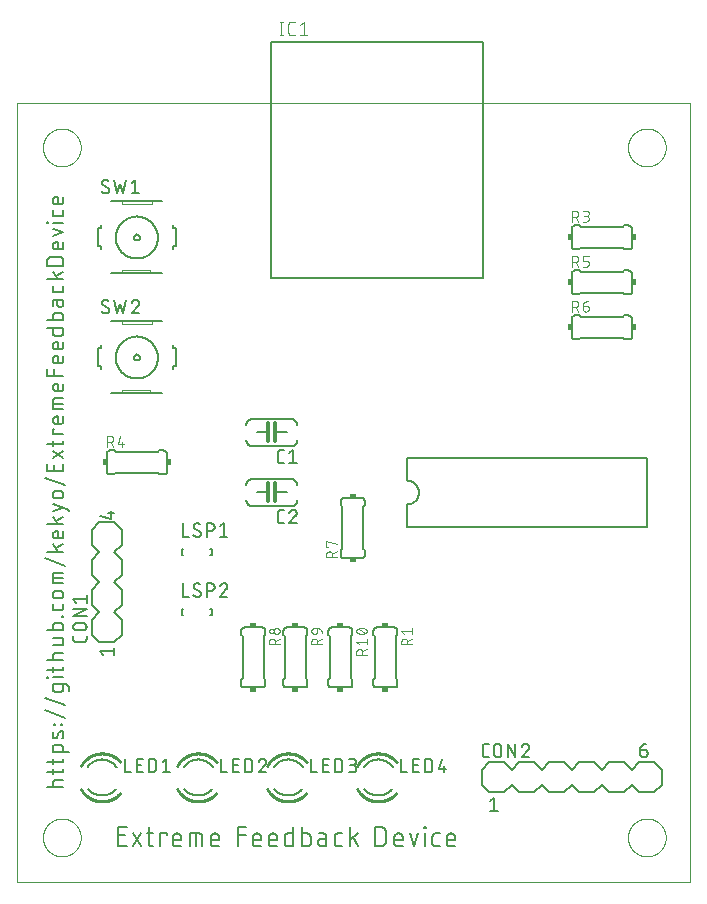
<source format=gto>
G75*
%MOIN*%
%OFA0B0*%
%FSLAX25Y25*%
%IPPOS*%
%LPD*%
%AMOC8*
5,1,8,0,0,1.08239X$1,22.5*
%
%ADD10C,0.00000*%
%ADD11C,0.00600*%
%ADD12C,0.00500*%
%ADD13C,0.01200*%
%ADD14C,0.00800*%
%ADD15C,0.00400*%
%ADD16C,0.01000*%
%ADD17R,0.02000X0.01500*%
%ADD18R,0.01500X0.02000*%
%ADD19C,0.00200*%
D10*
X0001000Y0001000D02*
X0001000Y0260843D01*
X0225409Y0260843D01*
X0225409Y0001000D01*
X0001000Y0001000D01*
X0009701Y0016000D02*
X0009703Y0016158D01*
X0009709Y0016316D01*
X0009719Y0016474D01*
X0009733Y0016632D01*
X0009751Y0016789D01*
X0009772Y0016946D01*
X0009798Y0017102D01*
X0009828Y0017258D01*
X0009861Y0017413D01*
X0009899Y0017566D01*
X0009940Y0017719D01*
X0009985Y0017871D01*
X0010034Y0018022D01*
X0010087Y0018171D01*
X0010143Y0018319D01*
X0010203Y0018465D01*
X0010267Y0018610D01*
X0010335Y0018753D01*
X0010406Y0018895D01*
X0010480Y0019035D01*
X0010558Y0019172D01*
X0010640Y0019308D01*
X0010724Y0019442D01*
X0010813Y0019573D01*
X0010904Y0019702D01*
X0010999Y0019829D01*
X0011096Y0019954D01*
X0011197Y0020076D01*
X0011301Y0020195D01*
X0011408Y0020312D01*
X0011518Y0020426D01*
X0011631Y0020537D01*
X0011746Y0020646D01*
X0011864Y0020751D01*
X0011985Y0020853D01*
X0012108Y0020953D01*
X0012234Y0021049D01*
X0012362Y0021142D01*
X0012492Y0021232D01*
X0012625Y0021318D01*
X0012760Y0021402D01*
X0012896Y0021481D01*
X0013035Y0021558D01*
X0013176Y0021630D01*
X0013318Y0021700D01*
X0013462Y0021765D01*
X0013608Y0021827D01*
X0013755Y0021885D01*
X0013904Y0021940D01*
X0014054Y0021991D01*
X0014205Y0022038D01*
X0014357Y0022081D01*
X0014510Y0022120D01*
X0014665Y0022156D01*
X0014820Y0022187D01*
X0014976Y0022215D01*
X0015132Y0022239D01*
X0015289Y0022259D01*
X0015447Y0022275D01*
X0015604Y0022287D01*
X0015763Y0022295D01*
X0015921Y0022299D01*
X0016079Y0022299D01*
X0016237Y0022295D01*
X0016396Y0022287D01*
X0016553Y0022275D01*
X0016711Y0022259D01*
X0016868Y0022239D01*
X0017024Y0022215D01*
X0017180Y0022187D01*
X0017335Y0022156D01*
X0017490Y0022120D01*
X0017643Y0022081D01*
X0017795Y0022038D01*
X0017946Y0021991D01*
X0018096Y0021940D01*
X0018245Y0021885D01*
X0018392Y0021827D01*
X0018538Y0021765D01*
X0018682Y0021700D01*
X0018824Y0021630D01*
X0018965Y0021558D01*
X0019104Y0021481D01*
X0019240Y0021402D01*
X0019375Y0021318D01*
X0019508Y0021232D01*
X0019638Y0021142D01*
X0019766Y0021049D01*
X0019892Y0020953D01*
X0020015Y0020853D01*
X0020136Y0020751D01*
X0020254Y0020646D01*
X0020369Y0020537D01*
X0020482Y0020426D01*
X0020592Y0020312D01*
X0020699Y0020195D01*
X0020803Y0020076D01*
X0020904Y0019954D01*
X0021001Y0019829D01*
X0021096Y0019702D01*
X0021187Y0019573D01*
X0021276Y0019442D01*
X0021360Y0019308D01*
X0021442Y0019172D01*
X0021520Y0019035D01*
X0021594Y0018895D01*
X0021665Y0018753D01*
X0021733Y0018610D01*
X0021797Y0018465D01*
X0021857Y0018319D01*
X0021913Y0018171D01*
X0021966Y0018022D01*
X0022015Y0017871D01*
X0022060Y0017719D01*
X0022101Y0017566D01*
X0022139Y0017413D01*
X0022172Y0017258D01*
X0022202Y0017102D01*
X0022228Y0016946D01*
X0022249Y0016789D01*
X0022267Y0016632D01*
X0022281Y0016474D01*
X0022291Y0016316D01*
X0022297Y0016158D01*
X0022299Y0016000D01*
X0022297Y0015842D01*
X0022291Y0015684D01*
X0022281Y0015526D01*
X0022267Y0015368D01*
X0022249Y0015211D01*
X0022228Y0015054D01*
X0022202Y0014898D01*
X0022172Y0014742D01*
X0022139Y0014587D01*
X0022101Y0014434D01*
X0022060Y0014281D01*
X0022015Y0014129D01*
X0021966Y0013978D01*
X0021913Y0013829D01*
X0021857Y0013681D01*
X0021797Y0013535D01*
X0021733Y0013390D01*
X0021665Y0013247D01*
X0021594Y0013105D01*
X0021520Y0012965D01*
X0021442Y0012828D01*
X0021360Y0012692D01*
X0021276Y0012558D01*
X0021187Y0012427D01*
X0021096Y0012298D01*
X0021001Y0012171D01*
X0020904Y0012046D01*
X0020803Y0011924D01*
X0020699Y0011805D01*
X0020592Y0011688D01*
X0020482Y0011574D01*
X0020369Y0011463D01*
X0020254Y0011354D01*
X0020136Y0011249D01*
X0020015Y0011147D01*
X0019892Y0011047D01*
X0019766Y0010951D01*
X0019638Y0010858D01*
X0019508Y0010768D01*
X0019375Y0010682D01*
X0019240Y0010598D01*
X0019104Y0010519D01*
X0018965Y0010442D01*
X0018824Y0010370D01*
X0018682Y0010300D01*
X0018538Y0010235D01*
X0018392Y0010173D01*
X0018245Y0010115D01*
X0018096Y0010060D01*
X0017946Y0010009D01*
X0017795Y0009962D01*
X0017643Y0009919D01*
X0017490Y0009880D01*
X0017335Y0009844D01*
X0017180Y0009813D01*
X0017024Y0009785D01*
X0016868Y0009761D01*
X0016711Y0009741D01*
X0016553Y0009725D01*
X0016396Y0009713D01*
X0016237Y0009705D01*
X0016079Y0009701D01*
X0015921Y0009701D01*
X0015763Y0009705D01*
X0015604Y0009713D01*
X0015447Y0009725D01*
X0015289Y0009741D01*
X0015132Y0009761D01*
X0014976Y0009785D01*
X0014820Y0009813D01*
X0014665Y0009844D01*
X0014510Y0009880D01*
X0014357Y0009919D01*
X0014205Y0009962D01*
X0014054Y0010009D01*
X0013904Y0010060D01*
X0013755Y0010115D01*
X0013608Y0010173D01*
X0013462Y0010235D01*
X0013318Y0010300D01*
X0013176Y0010370D01*
X0013035Y0010442D01*
X0012896Y0010519D01*
X0012760Y0010598D01*
X0012625Y0010682D01*
X0012492Y0010768D01*
X0012362Y0010858D01*
X0012234Y0010951D01*
X0012108Y0011047D01*
X0011985Y0011147D01*
X0011864Y0011249D01*
X0011746Y0011354D01*
X0011631Y0011463D01*
X0011518Y0011574D01*
X0011408Y0011688D01*
X0011301Y0011805D01*
X0011197Y0011924D01*
X0011096Y0012046D01*
X0010999Y0012171D01*
X0010904Y0012298D01*
X0010813Y0012427D01*
X0010724Y0012558D01*
X0010640Y0012692D01*
X0010558Y0012828D01*
X0010480Y0012965D01*
X0010406Y0013105D01*
X0010335Y0013247D01*
X0010267Y0013390D01*
X0010203Y0013535D01*
X0010143Y0013681D01*
X0010087Y0013829D01*
X0010034Y0013978D01*
X0009985Y0014129D01*
X0009940Y0014281D01*
X0009899Y0014434D01*
X0009861Y0014587D01*
X0009828Y0014742D01*
X0009798Y0014898D01*
X0009772Y0015054D01*
X0009751Y0015211D01*
X0009733Y0015368D01*
X0009719Y0015526D01*
X0009709Y0015684D01*
X0009703Y0015842D01*
X0009701Y0016000D01*
X0009701Y0246000D02*
X0009703Y0246158D01*
X0009709Y0246316D01*
X0009719Y0246474D01*
X0009733Y0246632D01*
X0009751Y0246789D01*
X0009772Y0246946D01*
X0009798Y0247102D01*
X0009828Y0247258D01*
X0009861Y0247413D01*
X0009899Y0247566D01*
X0009940Y0247719D01*
X0009985Y0247871D01*
X0010034Y0248022D01*
X0010087Y0248171D01*
X0010143Y0248319D01*
X0010203Y0248465D01*
X0010267Y0248610D01*
X0010335Y0248753D01*
X0010406Y0248895D01*
X0010480Y0249035D01*
X0010558Y0249172D01*
X0010640Y0249308D01*
X0010724Y0249442D01*
X0010813Y0249573D01*
X0010904Y0249702D01*
X0010999Y0249829D01*
X0011096Y0249954D01*
X0011197Y0250076D01*
X0011301Y0250195D01*
X0011408Y0250312D01*
X0011518Y0250426D01*
X0011631Y0250537D01*
X0011746Y0250646D01*
X0011864Y0250751D01*
X0011985Y0250853D01*
X0012108Y0250953D01*
X0012234Y0251049D01*
X0012362Y0251142D01*
X0012492Y0251232D01*
X0012625Y0251318D01*
X0012760Y0251402D01*
X0012896Y0251481D01*
X0013035Y0251558D01*
X0013176Y0251630D01*
X0013318Y0251700D01*
X0013462Y0251765D01*
X0013608Y0251827D01*
X0013755Y0251885D01*
X0013904Y0251940D01*
X0014054Y0251991D01*
X0014205Y0252038D01*
X0014357Y0252081D01*
X0014510Y0252120D01*
X0014665Y0252156D01*
X0014820Y0252187D01*
X0014976Y0252215D01*
X0015132Y0252239D01*
X0015289Y0252259D01*
X0015447Y0252275D01*
X0015604Y0252287D01*
X0015763Y0252295D01*
X0015921Y0252299D01*
X0016079Y0252299D01*
X0016237Y0252295D01*
X0016396Y0252287D01*
X0016553Y0252275D01*
X0016711Y0252259D01*
X0016868Y0252239D01*
X0017024Y0252215D01*
X0017180Y0252187D01*
X0017335Y0252156D01*
X0017490Y0252120D01*
X0017643Y0252081D01*
X0017795Y0252038D01*
X0017946Y0251991D01*
X0018096Y0251940D01*
X0018245Y0251885D01*
X0018392Y0251827D01*
X0018538Y0251765D01*
X0018682Y0251700D01*
X0018824Y0251630D01*
X0018965Y0251558D01*
X0019104Y0251481D01*
X0019240Y0251402D01*
X0019375Y0251318D01*
X0019508Y0251232D01*
X0019638Y0251142D01*
X0019766Y0251049D01*
X0019892Y0250953D01*
X0020015Y0250853D01*
X0020136Y0250751D01*
X0020254Y0250646D01*
X0020369Y0250537D01*
X0020482Y0250426D01*
X0020592Y0250312D01*
X0020699Y0250195D01*
X0020803Y0250076D01*
X0020904Y0249954D01*
X0021001Y0249829D01*
X0021096Y0249702D01*
X0021187Y0249573D01*
X0021276Y0249442D01*
X0021360Y0249308D01*
X0021442Y0249172D01*
X0021520Y0249035D01*
X0021594Y0248895D01*
X0021665Y0248753D01*
X0021733Y0248610D01*
X0021797Y0248465D01*
X0021857Y0248319D01*
X0021913Y0248171D01*
X0021966Y0248022D01*
X0022015Y0247871D01*
X0022060Y0247719D01*
X0022101Y0247566D01*
X0022139Y0247413D01*
X0022172Y0247258D01*
X0022202Y0247102D01*
X0022228Y0246946D01*
X0022249Y0246789D01*
X0022267Y0246632D01*
X0022281Y0246474D01*
X0022291Y0246316D01*
X0022297Y0246158D01*
X0022299Y0246000D01*
X0022297Y0245842D01*
X0022291Y0245684D01*
X0022281Y0245526D01*
X0022267Y0245368D01*
X0022249Y0245211D01*
X0022228Y0245054D01*
X0022202Y0244898D01*
X0022172Y0244742D01*
X0022139Y0244587D01*
X0022101Y0244434D01*
X0022060Y0244281D01*
X0022015Y0244129D01*
X0021966Y0243978D01*
X0021913Y0243829D01*
X0021857Y0243681D01*
X0021797Y0243535D01*
X0021733Y0243390D01*
X0021665Y0243247D01*
X0021594Y0243105D01*
X0021520Y0242965D01*
X0021442Y0242828D01*
X0021360Y0242692D01*
X0021276Y0242558D01*
X0021187Y0242427D01*
X0021096Y0242298D01*
X0021001Y0242171D01*
X0020904Y0242046D01*
X0020803Y0241924D01*
X0020699Y0241805D01*
X0020592Y0241688D01*
X0020482Y0241574D01*
X0020369Y0241463D01*
X0020254Y0241354D01*
X0020136Y0241249D01*
X0020015Y0241147D01*
X0019892Y0241047D01*
X0019766Y0240951D01*
X0019638Y0240858D01*
X0019508Y0240768D01*
X0019375Y0240682D01*
X0019240Y0240598D01*
X0019104Y0240519D01*
X0018965Y0240442D01*
X0018824Y0240370D01*
X0018682Y0240300D01*
X0018538Y0240235D01*
X0018392Y0240173D01*
X0018245Y0240115D01*
X0018096Y0240060D01*
X0017946Y0240009D01*
X0017795Y0239962D01*
X0017643Y0239919D01*
X0017490Y0239880D01*
X0017335Y0239844D01*
X0017180Y0239813D01*
X0017024Y0239785D01*
X0016868Y0239761D01*
X0016711Y0239741D01*
X0016553Y0239725D01*
X0016396Y0239713D01*
X0016237Y0239705D01*
X0016079Y0239701D01*
X0015921Y0239701D01*
X0015763Y0239705D01*
X0015604Y0239713D01*
X0015447Y0239725D01*
X0015289Y0239741D01*
X0015132Y0239761D01*
X0014976Y0239785D01*
X0014820Y0239813D01*
X0014665Y0239844D01*
X0014510Y0239880D01*
X0014357Y0239919D01*
X0014205Y0239962D01*
X0014054Y0240009D01*
X0013904Y0240060D01*
X0013755Y0240115D01*
X0013608Y0240173D01*
X0013462Y0240235D01*
X0013318Y0240300D01*
X0013176Y0240370D01*
X0013035Y0240442D01*
X0012896Y0240519D01*
X0012760Y0240598D01*
X0012625Y0240682D01*
X0012492Y0240768D01*
X0012362Y0240858D01*
X0012234Y0240951D01*
X0012108Y0241047D01*
X0011985Y0241147D01*
X0011864Y0241249D01*
X0011746Y0241354D01*
X0011631Y0241463D01*
X0011518Y0241574D01*
X0011408Y0241688D01*
X0011301Y0241805D01*
X0011197Y0241924D01*
X0011096Y0242046D01*
X0010999Y0242171D01*
X0010904Y0242298D01*
X0010813Y0242427D01*
X0010724Y0242558D01*
X0010640Y0242692D01*
X0010558Y0242828D01*
X0010480Y0242965D01*
X0010406Y0243105D01*
X0010335Y0243247D01*
X0010267Y0243390D01*
X0010203Y0243535D01*
X0010143Y0243681D01*
X0010087Y0243829D01*
X0010034Y0243978D01*
X0009985Y0244129D01*
X0009940Y0244281D01*
X0009899Y0244434D01*
X0009861Y0244587D01*
X0009828Y0244742D01*
X0009798Y0244898D01*
X0009772Y0245054D01*
X0009751Y0245211D01*
X0009733Y0245368D01*
X0009719Y0245526D01*
X0009709Y0245684D01*
X0009703Y0245842D01*
X0009701Y0246000D01*
X0204701Y0246000D02*
X0204703Y0246158D01*
X0204709Y0246316D01*
X0204719Y0246474D01*
X0204733Y0246632D01*
X0204751Y0246789D01*
X0204772Y0246946D01*
X0204798Y0247102D01*
X0204828Y0247258D01*
X0204861Y0247413D01*
X0204899Y0247566D01*
X0204940Y0247719D01*
X0204985Y0247871D01*
X0205034Y0248022D01*
X0205087Y0248171D01*
X0205143Y0248319D01*
X0205203Y0248465D01*
X0205267Y0248610D01*
X0205335Y0248753D01*
X0205406Y0248895D01*
X0205480Y0249035D01*
X0205558Y0249172D01*
X0205640Y0249308D01*
X0205724Y0249442D01*
X0205813Y0249573D01*
X0205904Y0249702D01*
X0205999Y0249829D01*
X0206096Y0249954D01*
X0206197Y0250076D01*
X0206301Y0250195D01*
X0206408Y0250312D01*
X0206518Y0250426D01*
X0206631Y0250537D01*
X0206746Y0250646D01*
X0206864Y0250751D01*
X0206985Y0250853D01*
X0207108Y0250953D01*
X0207234Y0251049D01*
X0207362Y0251142D01*
X0207492Y0251232D01*
X0207625Y0251318D01*
X0207760Y0251402D01*
X0207896Y0251481D01*
X0208035Y0251558D01*
X0208176Y0251630D01*
X0208318Y0251700D01*
X0208462Y0251765D01*
X0208608Y0251827D01*
X0208755Y0251885D01*
X0208904Y0251940D01*
X0209054Y0251991D01*
X0209205Y0252038D01*
X0209357Y0252081D01*
X0209510Y0252120D01*
X0209665Y0252156D01*
X0209820Y0252187D01*
X0209976Y0252215D01*
X0210132Y0252239D01*
X0210289Y0252259D01*
X0210447Y0252275D01*
X0210604Y0252287D01*
X0210763Y0252295D01*
X0210921Y0252299D01*
X0211079Y0252299D01*
X0211237Y0252295D01*
X0211396Y0252287D01*
X0211553Y0252275D01*
X0211711Y0252259D01*
X0211868Y0252239D01*
X0212024Y0252215D01*
X0212180Y0252187D01*
X0212335Y0252156D01*
X0212490Y0252120D01*
X0212643Y0252081D01*
X0212795Y0252038D01*
X0212946Y0251991D01*
X0213096Y0251940D01*
X0213245Y0251885D01*
X0213392Y0251827D01*
X0213538Y0251765D01*
X0213682Y0251700D01*
X0213824Y0251630D01*
X0213965Y0251558D01*
X0214104Y0251481D01*
X0214240Y0251402D01*
X0214375Y0251318D01*
X0214508Y0251232D01*
X0214638Y0251142D01*
X0214766Y0251049D01*
X0214892Y0250953D01*
X0215015Y0250853D01*
X0215136Y0250751D01*
X0215254Y0250646D01*
X0215369Y0250537D01*
X0215482Y0250426D01*
X0215592Y0250312D01*
X0215699Y0250195D01*
X0215803Y0250076D01*
X0215904Y0249954D01*
X0216001Y0249829D01*
X0216096Y0249702D01*
X0216187Y0249573D01*
X0216276Y0249442D01*
X0216360Y0249308D01*
X0216442Y0249172D01*
X0216520Y0249035D01*
X0216594Y0248895D01*
X0216665Y0248753D01*
X0216733Y0248610D01*
X0216797Y0248465D01*
X0216857Y0248319D01*
X0216913Y0248171D01*
X0216966Y0248022D01*
X0217015Y0247871D01*
X0217060Y0247719D01*
X0217101Y0247566D01*
X0217139Y0247413D01*
X0217172Y0247258D01*
X0217202Y0247102D01*
X0217228Y0246946D01*
X0217249Y0246789D01*
X0217267Y0246632D01*
X0217281Y0246474D01*
X0217291Y0246316D01*
X0217297Y0246158D01*
X0217299Y0246000D01*
X0217297Y0245842D01*
X0217291Y0245684D01*
X0217281Y0245526D01*
X0217267Y0245368D01*
X0217249Y0245211D01*
X0217228Y0245054D01*
X0217202Y0244898D01*
X0217172Y0244742D01*
X0217139Y0244587D01*
X0217101Y0244434D01*
X0217060Y0244281D01*
X0217015Y0244129D01*
X0216966Y0243978D01*
X0216913Y0243829D01*
X0216857Y0243681D01*
X0216797Y0243535D01*
X0216733Y0243390D01*
X0216665Y0243247D01*
X0216594Y0243105D01*
X0216520Y0242965D01*
X0216442Y0242828D01*
X0216360Y0242692D01*
X0216276Y0242558D01*
X0216187Y0242427D01*
X0216096Y0242298D01*
X0216001Y0242171D01*
X0215904Y0242046D01*
X0215803Y0241924D01*
X0215699Y0241805D01*
X0215592Y0241688D01*
X0215482Y0241574D01*
X0215369Y0241463D01*
X0215254Y0241354D01*
X0215136Y0241249D01*
X0215015Y0241147D01*
X0214892Y0241047D01*
X0214766Y0240951D01*
X0214638Y0240858D01*
X0214508Y0240768D01*
X0214375Y0240682D01*
X0214240Y0240598D01*
X0214104Y0240519D01*
X0213965Y0240442D01*
X0213824Y0240370D01*
X0213682Y0240300D01*
X0213538Y0240235D01*
X0213392Y0240173D01*
X0213245Y0240115D01*
X0213096Y0240060D01*
X0212946Y0240009D01*
X0212795Y0239962D01*
X0212643Y0239919D01*
X0212490Y0239880D01*
X0212335Y0239844D01*
X0212180Y0239813D01*
X0212024Y0239785D01*
X0211868Y0239761D01*
X0211711Y0239741D01*
X0211553Y0239725D01*
X0211396Y0239713D01*
X0211237Y0239705D01*
X0211079Y0239701D01*
X0210921Y0239701D01*
X0210763Y0239705D01*
X0210604Y0239713D01*
X0210447Y0239725D01*
X0210289Y0239741D01*
X0210132Y0239761D01*
X0209976Y0239785D01*
X0209820Y0239813D01*
X0209665Y0239844D01*
X0209510Y0239880D01*
X0209357Y0239919D01*
X0209205Y0239962D01*
X0209054Y0240009D01*
X0208904Y0240060D01*
X0208755Y0240115D01*
X0208608Y0240173D01*
X0208462Y0240235D01*
X0208318Y0240300D01*
X0208176Y0240370D01*
X0208035Y0240442D01*
X0207896Y0240519D01*
X0207760Y0240598D01*
X0207625Y0240682D01*
X0207492Y0240768D01*
X0207362Y0240858D01*
X0207234Y0240951D01*
X0207108Y0241047D01*
X0206985Y0241147D01*
X0206864Y0241249D01*
X0206746Y0241354D01*
X0206631Y0241463D01*
X0206518Y0241574D01*
X0206408Y0241688D01*
X0206301Y0241805D01*
X0206197Y0241924D01*
X0206096Y0242046D01*
X0205999Y0242171D01*
X0205904Y0242298D01*
X0205813Y0242427D01*
X0205724Y0242558D01*
X0205640Y0242692D01*
X0205558Y0242828D01*
X0205480Y0242965D01*
X0205406Y0243105D01*
X0205335Y0243247D01*
X0205267Y0243390D01*
X0205203Y0243535D01*
X0205143Y0243681D01*
X0205087Y0243829D01*
X0205034Y0243978D01*
X0204985Y0244129D01*
X0204940Y0244281D01*
X0204899Y0244434D01*
X0204861Y0244587D01*
X0204828Y0244742D01*
X0204798Y0244898D01*
X0204772Y0245054D01*
X0204751Y0245211D01*
X0204733Y0245368D01*
X0204719Y0245526D01*
X0204709Y0245684D01*
X0204703Y0245842D01*
X0204701Y0246000D01*
X0204701Y0016000D02*
X0204703Y0016158D01*
X0204709Y0016316D01*
X0204719Y0016474D01*
X0204733Y0016632D01*
X0204751Y0016789D01*
X0204772Y0016946D01*
X0204798Y0017102D01*
X0204828Y0017258D01*
X0204861Y0017413D01*
X0204899Y0017566D01*
X0204940Y0017719D01*
X0204985Y0017871D01*
X0205034Y0018022D01*
X0205087Y0018171D01*
X0205143Y0018319D01*
X0205203Y0018465D01*
X0205267Y0018610D01*
X0205335Y0018753D01*
X0205406Y0018895D01*
X0205480Y0019035D01*
X0205558Y0019172D01*
X0205640Y0019308D01*
X0205724Y0019442D01*
X0205813Y0019573D01*
X0205904Y0019702D01*
X0205999Y0019829D01*
X0206096Y0019954D01*
X0206197Y0020076D01*
X0206301Y0020195D01*
X0206408Y0020312D01*
X0206518Y0020426D01*
X0206631Y0020537D01*
X0206746Y0020646D01*
X0206864Y0020751D01*
X0206985Y0020853D01*
X0207108Y0020953D01*
X0207234Y0021049D01*
X0207362Y0021142D01*
X0207492Y0021232D01*
X0207625Y0021318D01*
X0207760Y0021402D01*
X0207896Y0021481D01*
X0208035Y0021558D01*
X0208176Y0021630D01*
X0208318Y0021700D01*
X0208462Y0021765D01*
X0208608Y0021827D01*
X0208755Y0021885D01*
X0208904Y0021940D01*
X0209054Y0021991D01*
X0209205Y0022038D01*
X0209357Y0022081D01*
X0209510Y0022120D01*
X0209665Y0022156D01*
X0209820Y0022187D01*
X0209976Y0022215D01*
X0210132Y0022239D01*
X0210289Y0022259D01*
X0210447Y0022275D01*
X0210604Y0022287D01*
X0210763Y0022295D01*
X0210921Y0022299D01*
X0211079Y0022299D01*
X0211237Y0022295D01*
X0211396Y0022287D01*
X0211553Y0022275D01*
X0211711Y0022259D01*
X0211868Y0022239D01*
X0212024Y0022215D01*
X0212180Y0022187D01*
X0212335Y0022156D01*
X0212490Y0022120D01*
X0212643Y0022081D01*
X0212795Y0022038D01*
X0212946Y0021991D01*
X0213096Y0021940D01*
X0213245Y0021885D01*
X0213392Y0021827D01*
X0213538Y0021765D01*
X0213682Y0021700D01*
X0213824Y0021630D01*
X0213965Y0021558D01*
X0214104Y0021481D01*
X0214240Y0021402D01*
X0214375Y0021318D01*
X0214508Y0021232D01*
X0214638Y0021142D01*
X0214766Y0021049D01*
X0214892Y0020953D01*
X0215015Y0020853D01*
X0215136Y0020751D01*
X0215254Y0020646D01*
X0215369Y0020537D01*
X0215482Y0020426D01*
X0215592Y0020312D01*
X0215699Y0020195D01*
X0215803Y0020076D01*
X0215904Y0019954D01*
X0216001Y0019829D01*
X0216096Y0019702D01*
X0216187Y0019573D01*
X0216276Y0019442D01*
X0216360Y0019308D01*
X0216442Y0019172D01*
X0216520Y0019035D01*
X0216594Y0018895D01*
X0216665Y0018753D01*
X0216733Y0018610D01*
X0216797Y0018465D01*
X0216857Y0018319D01*
X0216913Y0018171D01*
X0216966Y0018022D01*
X0217015Y0017871D01*
X0217060Y0017719D01*
X0217101Y0017566D01*
X0217139Y0017413D01*
X0217172Y0017258D01*
X0217202Y0017102D01*
X0217228Y0016946D01*
X0217249Y0016789D01*
X0217267Y0016632D01*
X0217281Y0016474D01*
X0217291Y0016316D01*
X0217297Y0016158D01*
X0217299Y0016000D01*
X0217297Y0015842D01*
X0217291Y0015684D01*
X0217281Y0015526D01*
X0217267Y0015368D01*
X0217249Y0015211D01*
X0217228Y0015054D01*
X0217202Y0014898D01*
X0217172Y0014742D01*
X0217139Y0014587D01*
X0217101Y0014434D01*
X0217060Y0014281D01*
X0217015Y0014129D01*
X0216966Y0013978D01*
X0216913Y0013829D01*
X0216857Y0013681D01*
X0216797Y0013535D01*
X0216733Y0013390D01*
X0216665Y0013247D01*
X0216594Y0013105D01*
X0216520Y0012965D01*
X0216442Y0012828D01*
X0216360Y0012692D01*
X0216276Y0012558D01*
X0216187Y0012427D01*
X0216096Y0012298D01*
X0216001Y0012171D01*
X0215904Y0012046D01*
X0215803Y0011924D01*
X0215699Y0011805D01*
X0215592Y0011688D01*
X0215482Y0011574D01*
X0215369Y0011463D01*
X0215254Y0011354D01*
X0215136Y0011249D01*
X0215015Y0011147D01*
X0214892Y0011047D01*
X0214766Y0010951D01*
X0214638Y0010858D01*
X0214508Y0010768D01*
X0214375Y0010682D01*
X0214240Y0010598D01*
X0214104Y0010519D01*
X0213965Y0010442D01*
X0213824Y0010370D01*
X0213682Y0010300D01*
X0213538Y0010235D01*
X0213392Y0010173D01*
X0213245Y0010115D01*
X0213096Y0010060D01*
X0212946Y0010009D01*
X0212795Y0009962D01*
X0212643Y0009919D01*
X0212490Y0009880D01*
X0212335Y0009844D01*
X0212180Y0009813D01*
X0212024Y0009785D01*
X0211868Y0009761D01*
X0211711Y0009741D01*
X0211553Y0009725D01*
X0211396Y0009713D01*
X0211237Y0009705D01*
X0211079Y0009701D01*
X0210921Y0009701D01*
X0210763Y0009705D01*
X0210604Y0009713D01*
X0210447Y0009725D01*
X0210289Y0009741D01*
X0210132Y0009761D01*
X0209976Y0009785D01*
X0209820Y0009813D01*
X0209665Y0009844D01*
X0209510Y0009880D01*
X0209357Y0009919D01*
X0209205Y0009962D01*
X0209054Y0010009D01*
X0208904Y0010060D01*
X0208755Y0010115D01*
X0208608Y0010173D01*
X0208462Y0010235D01*
X0208318Y0010300D01*
X0208176Y0010370D01*
X0208035Y0010442D01*
X0207896Y0010519D01*
X0207760Y0010598D01*
X0207625Y0010682D01*
X0207492Y0010768D01*
X0207362Y0010858D01*
X0207234Y0010951D01*
X0207108Y0011047D01*
X0206985Y0011147D01*
X0206864Y0011249D01*
X0206746Y0011354D01*
X0206631Y0011463D01*
X0206518Y0011574D01*
X0206408Y0011688D01*
X0206301Y0011805D01*
X0206197Y0011924D01*
X0206096Y0012046D01*
X0205999Y0012171D01*
X0205904Y0012298D01*
X0205813Y0012427D01*
X0205724Y0012558D01*
X0205640Y0012692D01*
X0205558Y0012828D01*
X0205480Y0012965D01*
X0205406Y0013105D01*
X0205335Y0013247D01*
X0205267Y0013390D01*
X0205203Y0013535D01*
X0205143Y0013681D01*
X0205087Y0013829D01*
X0205034Y0013978D01*
X0204985Y0014129D01*
X0204940Y0014281D01*
X0204899Y0014434D01*
X0204861Y0014587D01*
X0204828Y0014742D01*
X0204798Y0014898D01*
X0204772Y0015054D01*
X0204751Y0015211D01*
X0204733Y0015368D01*
X0204719Y0015526D01*
X0204709Y0015684D01*
X0204703Y0015842D01*
X0204701Y0016000D01*
D11*
X0203500Y0031000D02*
X0198500Y0031000D01*
X0196000Y0033500D01*
X0193500Y0031000D01*
X0188500Y0031000D01*
X0186000Y0033500D01*
X0183500Y0031000D01*
X0178500Y0031000D01*
X0176000Y0033500D01*
X0173500Y0031000D01*
X0168500Y0031000D01*
X0166000Y0033500D01*
X0163500Y0031000D01*
X0158500Y0031000D01*
X0156000Y0033500D01*
X0156000Y0038500D01*
X0158500Y0041000D01*
X0163500Y0041000D01*
X0166000Y0038500D01*
X0168500Y0041000D01*
X0173500Y0041000D01*
X0176000Y0038500D01*
X0178500Y0041000D01*
X0183500Y0041000D01*
X0186000Y0038500D01*
X0188500Y0041000D01*
X0193500Y0041000D01*
X0196000Y0038500D01*
X0198500Y0041000D01*
X0203500Y0041000D01*
X0206000Y0038500D01*
X0208500Y0041000D01*
X0213500Y0041000D01*
X0216000Y0038500D01*
X0216000Y0033500D01*
X0213500Y0031000D01*
X0208500Y0031000D01*
X0206000Y0033500D01*
X0203500Y0031000D01*
X0147084Y0015955D02*
X0147084Y0015244D01*
X0144240Y0015244D01*
X0144240Y0015955D02*
X0144240Y0014178D01*
X0144239Y0014178D02*
X0144241Y0014114D01*
X0144247Y0014049D01*
X0144256Y0013986D01*
X0144270Y0013923D01*
X0144287Y0013861D01*
X0144308Y0013800D01*
X0144333Y0013740D01*
X0144361Y0013682D01*
X0144393Y0013626D01*
X0144428Y0013572D01*
X0144466Y0013520D01*
X0144507Y0013470D01*
X0144552Y0013424D01*
X0144598Y0013379D01*
X0144648Y0013338D01*
X0144700Y0013300D01*
X0144754Y0013265D01*
X0144810Y0013233D01*
X0144868Y0013205D01*
X0144928Y0013180D01*
X0144989Y0013159D01*
X0145051Y0013142D01*
X0145114Y0013128D01*
X0145177Y0013119D01*
X0145242Y0013113D01*
X0145306Y0013111D01*
X0147084Y0013111D01*
X0147084Y0015955D02*
X0147082Y0016029D01*
X0147076Y0016104D01*
X0147066Y0016177D01*
X0147053Y0016251D01*
X0147036Y0016323D01*
X0147014Y0016394D01*
X0146990Y0016465D01*
X0146961Y0016533D01*
X0146929Y0016601D01*
X0146893Y0016666D01*
X0146855Y0016729D01*
X0146812Y0016791D01*
X0146767Y0016850D01*
X0146719Y0016907D01*
X0146668Y0016961D01*
X0146614Y0017012D01*
X0146557Y0017060D01*
X0146498Y0017105D01*
X0146436Y0017148D01*
X0146373Y0017186D01*
X0146308Y0017222D01*
X0146240Y0017254D01*
X0146172Y0017283D01*
X0146101Y0017307D01*
X0146030Y0017329D01*
X0145958Y0017346D01*
X0145884Y0017359D01*
X0145811Y0017369D01*
X0145736Y0017375D01*
X0145662Y0017377D01*
X0145588Y0017375D01*
X0145513Y0017369D01*
X0145440Y0017359D01*
X0145366Y0017346D01*
X0145294Y0017329D01*
X0145223Y0017307D01*
X0145152Y0017283D01*
X0145084Y0017254D01*
X0145016Y0017222D01*
X0144951Y0017186D01*
X0144888Y0017148D01*
X0144826Y0017105D01*
X0144767Y0017060D01*
X0144710Y0017012D01*
X0144656Y0016961D01*
X0144605Y0016907D01*
X0144557Y0016850D01*
X0144512Y0016791D01*
X0144469Y0016729D01*
X0144431Y0016666D01*
X0144395Y0016601D01*
X0144363Y0016533D01*
X0144334Y0016465D01*
X0144310Y0016394D01*
X0144288Y0016323D01*
X0144271Y0016251D01*
X0144258Y0016177D01*
X0144248Y0016104D01*
X0144242Y0016029D01*
X0144240Y0015955D01*
X0142017Y0017378D02*
X0140595Y0017378D01*
X0140531Y0017376D01*
X0140466Y0017370D01*
X0140403Y0017361D01*
X0140340Y0017347D01*
X0140278Y0017330D01*
X0140217Y0017309D01*
X0140157Y0017284D01*
X0140099Y0017256D01*
X0140043Y0017224D01*
X0139989Y0017189D01*
X0139937Y0017151D01*
X0139887Y0017110D01*
X0139841Y0017065D01*
X0139796Y0017019D01*
X0139755Y0016969D01*
X0139717Y0016917D01*
X0139682Y0016863D01*
X0139650Y0016807D01*
X0139622Y0016749D01*
X0139597Y0016689D01*
X0139576Y0016628D01*
X0139559Y0016566D01*
X0139545Y0016503D01*
X0139536Y0016440D01*
X0139530Y0016375D01*
X0139528Y0016311D01*
X0139529Y0016311D02*
X0139529Y0014178D01*
X0139528Y0014178D02*
X0139530Y0014114D01*
X0139536Y0014049D01*
X0139545Y0013986D01*
X0139559Y0013923D01*
X0139576Y0013861D01*
X0139597Y0013800D01*
X0139622Y0013740D01*
X0139650Y0013682D01*
X0139682Y0013626D01*
X0139717Y0013572D01*
X0139755Y0013520D01*
X0139796Y0013470D01*
X0139841Y0013424D01*
X0139887Y0013379D01*
X0139937Y0013338D01*
X0139989Y0013300D01*
X0140043Y0013265D01*
X0140099Y0013233D01*
X0140157Y0013205D01*
X0140217Y0013180D01*
X0140278Y0013159D01*
X0140340Y0013142D01*
X0140403Y0013128D01*
X0140466Y0013119D01*
X0140531Y0013113D01*
X0140595Y0013111D01*
X0142017Y0013111D01*
X0137046Y0013111D02*
X0137046Y0017378D01*
X0137224Y0019155D02*
X0136869Y0019155D01*
X0136869Y0019511D01*
X0137224Y0019511D01*
X0137224Y0019155D01*
X0134776Y0017378D02*
X0133354Y0013111D01*
X0131932Y0017378D01*
X0129648Y0015955D02*
X0129648Y0015244D01*
X0126803Y0015244D01*
X0126803Y0015955D02*
X0126803Y0014178D01*
X0126805Y0014114D01*
X0126811Y0014049D01*
X0126820Y0013986D01*
X0126834Y0013923D01*
X0126851Y0013861D01*
X0126872Y0013800D01*
X0126897Y0013740D01*
X0126925Y0013682D01*
X0126957Y0013626D01*
X0126992Y0013572D01*
X0127030Y0013520D01*
X0127071Y0013470D01*
X0127116Y0013424D01*
X0127162Y0013379D01*
X0127212Y0013338D01*
X0127264Y0013300D01*
X0127318Y0013265D01*
X0127374Y0013233D01*
X0127432Y0013205D01*
X0127492Y0013180D01*
X0127553Y0013159D01*
X0127615Y0013142D01*
X0127678Y0013128D01*
X0127741Y0013119D01*
X0127806Y0013113D01*
X0127870Y0013111D01*
X0129648Y0013111D01*
X0129648Y0015955D02*
X0129646Y0016029D01*
X0129640Y0016104D01*
X0129630Y0016177D01*
X0129617Y0016251D01*
X0129600Y0016323D01*
X0129578Y0016394D01*
X0129554Y0016465D01*
X0129525Y0016533D01*
X0129493Y0016601D01*
X0129457Y0016666D01*
X0129419Y0016729D01*
X0129376Y0016791D01*
X0129331Y0016850D01*
X0129283Y0016907D01*
X0129232Y0016961D01*
X0129178Y0017012D01*
X0129121Y0017060D01*
X0129062Y0017105D01*
X0129000Y0017148D01*
X0128937Y0017186D01*
X0128872Y0017222D01*
X0128804Y0017254D01*
X0128736Y0017283D01*
X0128665Y0017307D01*
X0128594Y0017329D01*
X0128522Y0017346D01*
X0128448Y0017359D01*
X0128375Y0017369D01*
X0128300Y0017375D01*
X0128226Y0017377D01*
X0128152Y0017375D01*
X0128077Y0017369D01*
X0128004Y0017359D01*
X0127930Y0017346D01*
X0127858Y0017329D01*
X0127787Y0017307D01*
X0127716Y0017283D01*
X0127648Y0017254D01*
X0127580Y0017222D01*
X0127515Y0017186D01*
X0127452Y0017148D01*
X0127390Y0017105D01*
X0127331Y0017060D01*
X0127274Y0017012D01*
X0127220Y0016961D01*
X0127169Y0016907D01*
X0127121Y0016850D01*
X0127076Y0016791D01*
X0127033Y0016729D01*
X0126995Y0016666D01*
X0126959Y0016601D01*
X0126927Y0016533D01*
X0126898Y0016465D01*
X0126874Y0016394D01*
X0126852Y0016323D01*
X0126835Y0016251D01*
X0126822Y0016177D01*
X0126812Y0016104D01*
X0126806Y0016029D01*
X0126804Y0015955D01*
X0124054Y0014889D02*
X0124054Y0017733D01*
X0124055Y0017733D02*
X0124053Y0017815D01*
X0124047Y0017897D01*
X0124038Y0017979D01*
X0124025Y0018060D01*
X0124008Y0018140D01*
X0123987Y0018220D01*
X0123963Y0018298D01*
X0123935Y0018375D01*
X0123904Y0018451D01*
X0123869Y0018526D01*
X0123830Y0018598D01*
X0123789Y0018669D01*
X0123744Y0018738D01*
X0123696Y0018804D01*
X0123645Y0018869D01*
X0123591Y0018931D01*
X0123534Y0018990D01*
X0123475Y0019047D01*
X0123413Y0019101D01*
X0123348Y0019152D01*
X0123282Y0019200D01*
X0123213Y0019245D01*
X0123142Y0019286D01*
X0123070Y0019325D01*
X0122995Y0019360D01*
X0122919Y0019391D01*
X0122842Y0019419D01*
X0122764Y0019443D01*
X0122684Y0019464D01*
X0122604Y0019481D01*
X0122523Y0019494D01*
X0122441Y0019503D01*
X0122359Y0019509D01*
X0122277Y0019511D01*
X0120499Y0019511D01*
X0120499Y0013111D01*
X0122277Y0013111D01*
X0122359Y0013113D01*
X0122441Y0013119D01*
X0122523Y0013128D01*
X0122604Y0013141D01*
X0122684Y0013158D01*
X0122764Y0013179D01*
X0122842Y0013203D01*
X0122919Y0013231D01*
X0122995Y0013262D01*
X0123070Y0013297D01*
X0123142Y0013336D01*
X0123213Y0013377D01*
X0123282Y0013422D01*
X0123348Y0013470D01*
X0123413Y0013521D01*
X0123475Y0013575D01*
X0123534Y0013632D01*
X0123591Y0013691D01*
X0123645Y0013753D01*
X0123696Y0013818D01*
X0123744Y0013884D01*
X0123789Y0013953D01*
X0123830Y0014024D01*
X0123869Y0014096D01*
X0123904Y0014171D01*
X0123935Y0014247D01*
X0123963Y0014324D01*
X0123987Y0014402D01*
X0124008Y0014482D01*
X0124025Y0014562D01*
X0124038Y0014643D01*
X0124047Y0014725D01*
X0124053Y0014807D01*
X0124055Y0014889D01*
X0114739Y0013111D02*
X0113139Y0016133D01*
X0111895Y0015244D02*
X0114739Y0017378D01*
X0111895Y0019511D02*
X0111895Y0013111D01*
X0109401Y0013111D02*
X0107979Y0013111D01*
X0107915Y0013113D01*
X0107850Y0013119D01*
X0107787Y0013128D01*
X0107724Y0013142D01*
X0107662Y0013159D01*
X0107601Y0013180D01*
X0107541Y0013205D01*
X0107483Y0013233D01*
X0107427Y0013265D01*
X0107373Y0013300D01*
X0107321Y0013338D01*
X0107271Y0013379D01*
X0107225Y0013424D01*
X0107180Y0013470D01*
X0107139Y0013520D01*
X0107101Y0013572D01*
X0107066Y0013626D01*
X0107034Y0013682D01*
X0107006Y0013740D01*
X0106981Y0013800D01*
X0106960Y0013861D01*
X0106943Y0013923D01*
X0106929Y0013986D01*
X0106920Y0014049D01*
X0106914Y0014114D01*
X0106912Y0014178D01*
X0106912Y0016311D01*
X0106914Y0016375D01*
X0106920Y0016440D01*
X0106929Y0016503D01*
X0106943Y0016566D01*
X0106960Y0016628D01*
X0106981Y0016689D01*
X0107006Y0016749D01*
X0107034Y0016807D01*
X0107066Y0016863D01*
X0107101Y0016917D01*
X0107139Y0016969D01*
X0107180Y0017019D01*
X0107225Y0017065D01*
X0107271Y0017110D01*
X0107321Y0017151D01*
X0107373Y0017189D01*
X0107427Y0017224D01*
X0107483Y0017256D01*
X0107541Y0017284D01*
X0107601Y0017309D01*
X0107662Y0017330D01*
X0107724Y0017347D01*
X0107787Y0017361D01*
X0107850Y0017370D01*
X0107915Y0017376D01*
X0107979Y0017378D01*
X0109401Y0017378D01*
X0104182Y0016311D02*
X0104182Y0013111D01*
X0102582Y0013111D01*
X0102512Y0013113D01*
X0102443Y0013119D01*
X0102374Y0013129D01*
X0102305Y0013142D01*
X0102238Y0013160D01*
X0102171Y0013181D01*
X0102106Y0013206D01*
X0102042Y0013234D01*
X0101980Y0013266D01*
X0101920Y0013302D01*
X0101862Y0013340D01*
X0101806Y0013382D01*
X0101753Y0013427D01*
X0101702Y0013475D01*
X0101654Y0013526D01*
X0101609Y0013579D01*
X0101567Y0013635D01*
X0101529Y0013693D01*
X0101493Y0013753D01*
X0101461Y0013815D01*
X0101433Y0013879D01*
X0101408Y0013944D01*
X0101387Y0014011D01*
X0101369Y0014078D01*
X0101356Y0014147D01*
X0101346Y0014216D01*
X0101340Y0014285D01*
X0101338Y0014355D01*
X0101340Y0014425D01*
X0101346Y0014494D01*
X0101356Y0014563D01*
X0101369Y0014632D01*
X0101387Y0014699D01*
X0101408Y0014766D01*
X0101433Y0014831D01*
X0101461Y0014895D01*
X0101493Y0014957D01*
X0101529Y0015017D01*
X0101567Y0015075D01*
X0101609Y0015131D01*
X0101654Y0015184D01*
X0101702Y0015235D01*
X0101753Y0015283D01*
X0101806Y0015328D01*
X0101862Y0015370D01*
X0101920Y0015408D01*
X0101980Y0015444D01*
X0102042Y0015476D01*
X0102106Y0015504D01*
X0102171Y0015529D01*
X0102238Y0015550D01*
X0102305Y0015568D01*
X0102374Y0015581D01*
X0102443Y0015591D01*
X0102512Y0015597D01*
X0102582Y0015599D01*
X0102582Y0015600D02*
X0104182Y0015600D01*
X0104183Y0016311D02*
X0104181Y0016375D01*
X0104175Y0016440D01*
X0104166Y0016503D01*
X0104152Y0016566D01*
X0104135Y0016628D01*
X0104114Y0016689D01*
X0104089Y0016749D01*
X0104061Y0016807D01*
X0104029Y0016863D01*
X0103994Y0016917D01*
X0103956Y0016969D01*
X0103915Y0017019D01*
X0103870Y0017065D01*
X0103824Y0017110D01*
X0103774Y0017151D01*
X0103722Y0017189D01*
X0103668Y0017224D01*
X0103612Y0017256D01*
X0103554Y0017284D01*
X0103494Y0017309D01*
X0103433Y0017330D01*
X0103371Y0017347D01*
X0103308Y0017361D01*
X0103245Y0017370D01*
X0103180Y0017376D01*
X0103116Y0017378D01*
X0101693Y0017378D01*
X0098906Y0016311D02*
X0098906Y0014178D01*
X0098907Y0014178D02*
X0098905Y0014114D01*
X0098899Y0014049D01*
X0098890Y0013986D01*
X0098876Y0013923D01*
X0098859Y0013861D01*
X0098838Y0013800D01*
X0098813Y0013740D01*
X0098785Y0013682D01*
X0098753Y0013626D01*
X0098718Y0013572D01*
X0098680Y0013520D01*
X0098639Y0013470D01*
X0098594Y0013424D01*
X0098548Y0013379D01*
X0098498Y0013338D01*
X0098446Y0013300D01*
X0098392Y0013265D01*
X0098336Y0013233D01*
X0098278Y0013205D01*
X0098218Y0013180D01*
X0098157Y0013159D01*
X0098095Y0013142D01*
X0098032Y0013128D01*
X0097969Y0013119D01*
X0097904Y0013113D01*
X0097840Y0013111D01*
X0096062Y0013111D01*
X0096062Y0019511D01*
X0096062Y0017378D02*
X0097840Y0017378D01*
X0097904Y0017376D01*
X0097969Y0017370D01*
X0098032Y0017361D01*
X0098095Y0017347D01*
X0098157Y0017330D01*
X0098218Y0017309D01*
X0098278Y0017284D01*
X0098336Y0017256D01*
X0098392Y0017224D01*
X0098446Y0017189D01*
X0098498Y0017151D01*
X0098548Y0017110D01*
X0098594Y0017065D01*
X0098639Y0017019D01*
X0098680Y0016969D01*
X0098718Y0016917D01*
X0098753Y0016863D01*
X0098785Y0016807D01*
X0098813Y0016749D01*
X0098838Y0016689D01*
X0098859Y0016628D01*
X0098876Y0016566D01*
X0098890Y0016503D01*
X0098899Y0016440D01*
X0098905Y0016375D01*
X0098907Y0016311D01*
X0093105Y0017378D02*
X0091327Y0017378D01*
X0091263Y0017376D01*
X0091198Y0017370D01*
X0091135Y0017361D01*
X0091072Y0017347D01*
X0091010Y0017330D01*
X0090949Y0017309D01*
X0090889Y0017284D01*
X0090831Y0017256D01*
X0090775Y0017224D01*
X0090721Y0017189D01*
X0090669Y0017151D01*
X0090619Y0017110D01*
X0090573Y0017065D01*
X0090528Y0017019D01*
X0090487Y0016969D01*
X0090449Y0016917D01*
X0090414Y0016863D01*
X0090382Y0016807D01*
X0090354Y0016749D01*
X0090329Y0016689D01*
X0090308Y0016628D01*
X0090291Y0016566D01*
X0090277Y0016503D01*
X0090268Y0016440D01*
X0090262Y0016375D01*
X0090260Y0016311D01*
X0090261Y0016311D02*
X0090261Y0014178D01*
X0090260Y0014178D02*
X0090262Y0014114D01*
X0090268Y0014049D01*
X0090277Y0013986D01*
X0090291Y0013923D01*
X0090308Y0013861D01*
X0090329Y0013800D01*
X0090354Y0013740D01*
X0090382Y0013682D01*
X0090414Y0013626D01*
X0090449Y0013572D01*
X0090487Y0013520D01*
X0090528Y0013470D01*
X0090573Y0013424D01*
X0090619Y0013379D01*
X0090669Y0013338D01*
X0090721Y0013300D01*
X0090775Y0013265D01*
X0090831Y0013233D01*
X0090889Y0013205D01*
X0090949Y0013180D01*
X0091010Y0013159D01*
X0091072Y0013142D01*
X0091135Y0013128D01*
X0091198Y0013119D01*
X0091263Y0013113D01*
X0091327Y0013111D01*
X0093105Y0013111D01*
X0093105Y0019511D01*
X0087800Y0015955D02*
X0087800Y0015244D01*
X0084956Y0015244D01*
X0084956Y0015955D02*
X0084956Y0014178D01*
X0084958Y0014114D01*
X0084964Y0014049D01*
X0084973Y0013986D01*
X0084987Y0013923D01*
X0085004Y0013861D01*
X0085025Y0013800D01*
X0085050Y0013740D01*
X0085078Y0013682D01*
X0085110Y0013626D01*
X0085145Y0013572D01*
X0085183Y0013520D01*
X0085224Y0013470D01*
X0085269Y0013424D01*
X0085315Y0013379D01*
X0085365Y0013338D01*
X0085417Y0013300D01*
X0085471Y0013265D01*
X0085527Y0013233D01*
X0085585Y0013205D01*
X0085645Y0013180D01*
X0085706Y0013159D01*
X0085768Y0013142D01*
X0085831Y0013128D01*
X0085894Y0013119D01*
X0085959Y0013113D01*
X0086023Y0013111D01*
X0087800Y0013111D01*
X0087800Y0015955D02*
X0087798Y0016029D01*
X0087792Y0016104D01*
X0087782Y0016177D01*
X0087769Y0016251D01*
X0087752Y0016323D01*
X0087730Y0016394D01*
X0087706Y0016465D01*
X0087677Y0016533D01*
X0087645Y0016601D01*
X0087609Y0016666D01*
X0087571Y0016729D01*
X0087528Y0016791D01*
X0087483Y0016850D01*
X0087435Y0016907D01*
X0087384Y0016961D01*
X0087330Y0017012D01*
X0087273Y0017060D01*
X0087214Y0017105D01*
X0087152Y0017148D01*
X0087089Y0017186D01*
X0087024Y0017222D01*
X0086956Y0017254D01*
X0086888Y0017283D01*
X0086817Y0017307D01*
X0086746Y0017329D01*
X0086674Y0017346D01*
X0086600Y0017359D01*
X0086527Y0017369D01*
X0086452Y0017375D01*
X0086378Y0017377D01*
X0086304Y0017375D01*
X0086229Y0017369D01*
X0086156Y0017359D01*
X0086082Y0017346D01*
X0086010Y0017329D01*
X0085939Y0017307D01*
X0085868Y0017283D01*
X0085800Y0017254D01*
X0085732Y0017222D01*
X0085667Y0017186D01*
X0085604Y0017148D01*
X0085542Y0017105D01*
X0085483Y0017060D01*
X0085426Y0017012D01*
X0085372Y0016961D01*
X0085321Y0016907D01*
X0085273Y0016850D01*
X0085228Y0016791D01*
X0085185Y0016729D01*
X0085147Y0016666D01*
X0085111Y0016601D01*
X0085079Y0016533D01*
X0085050Y0016465D01*
X0085026Y0016394D01*
X0085004Y0016323D01*
X0084987Y0016251D01*
X0084974Y0016177D01*
X0084964Y0016104D01*
X0084958Y0016029D01*
X0084956Y0015955D01*
X0082467Y0015955D02*
X0082467Y0015244D01*
X0079622Y0015244D01*
X0079622Y0015955D02*
X0079622Y0014178D01*
X0079624Y0014114D01*
X0079630Y0014049D01*
X0079639Y0013986D01*
X0079653Y0013923D01*
X0079670Y0013861D01*
X0079691Y0013800D01*
X0079716Y0013740D01*
X0079744Y0013682D01*
X0079776Y0013626D01*
X0079811Y0013572D01*
X0079849Y0013520D01*
X0079890Y0013470D01*
X0079935Y0013424D01*
X0079981Y0013379D01*
X0080031Y0013338D01*
X0080083Y0013300D01*
X0080137Y0013265D01*
X0080193Y0013233D01*
X0080251Y0013205D01*
X0080311Y0013180D01*
X0080372Y0013159D01*
X0080434Y0013142D01*
X0080497Y0013128D01*
X0080560Y0013119D01*
X0080625Y0013113D01*
X0080689Y0013111D01*
X0082467Y0013111D01*
X0082467Y0015955D02*
X0082465Y0016029D01*
X0082459Y0016104D01*
X0082449Y0016177D01*
X0082436Y0016251D01*
X0082419Y0016323D01*
X0082397Y0016394D01*
X0082373Y0016465D01*
X0082344Y0016533D01*
X0082312Y0016601D01*
X0082276Y0016666D01*
X0082238Y0016729D01*
X0082195Y0016791D01*
X0082150Y0016850D01*
X0082102Y0016907D01*
X0082051Y0016961D01*
X0081997Y0017012D01*
X0081940Y0017060D01*
X0081881Y0017105D01*
X0081819Y0017148D01*
X0081756Y0017186D01*
X0081691Y0017222D01*
X0081623Y0017254D01*
X0081555Y0017283D01*
X0081484Y0017307D01*
X0081413Y0017329D01*
X0081341Y0017346D01*
X0081267Y0017359D01*
X0081194Y0017369D01*
X0081119Y0017375D01*
X0081045Y0017377D01*
X0080971Y0017375D01*
X0080896Y0017369D01*
X0080823Y0017359D01*
X0080749Y0017346D01*
X0080677Y0017329D01*
X0080606Y0017307D01*
X0080535Y0017283D01*
X0080467Y0017254D01*
X0080399Y0017222D01*
X0080334Y0017186D01*
X0080271Y0017148D01*
X0080209Y0017105D01*
X0080150Y0017060D01*
X0080093Y0017012D01*
X0080039Y0016961D01*
X0079988Y0016907D01*
X0079940Y0016850D01*
X0079895Y0016791D01*
X0079852Y0016729D01*
X0079814Y0016666D01*
X0079778Y0016601D01*
X0079746Y0016533D01*
X0079717Y0016465D01*
X0079693Y0016394D01*
X0079671Y0016323D01*
X0079654Y0016251D01*
X0079641Y0016177D01*
X0079631Y0016104D01*
X0079625Y0016029D01*
X0079623Y0015955D01*
X0077405Y0016667D02*
X0074561Y0016667D01*
X0074561Y0019511D02*
X0074561Y0013111D01*
X0068518Y0013111D02*
X0066740Y0013111D01*
X0066676Y0013113D01*
X0066611Y0013119D01*
X0066548Y0013128D01*
X0066485Y0013142D01*
X0066423Y0013159D01*
X0066362Y0013180D01*
X0066302Y0013205D01*
X0066244Y0013233D01*
X0066188Y0013265D01*
X0066134Y0013300D01*
X0066082Y0013338D01*
X0066032Y0013379D01*
X0065986Y0013424D01*
X0065941Y0013470D01*
X0065900Y0013520D01*
X0065862Y0013572D01*
X0065827Y0013626D01*
X0065795Y0013682D01*
X0065767Y0013740D01*
X0065742Y0013800D01*
X0065721Y0013861D01*
X0065704Y0013923D01*
X0065690Y0013986D01*
X0065681Y0014049D01*
X0065675Y0014114D01*
X0065673Y0014178D01*
X0065673Y0015955D01*
X0065673Y0015244D02*
X0068518Y0015244D01*
X0068518Y0015955D01*
X0068516Y0016029D01*
X0068510Y0016104D01*
X0068500Y0016177D01*
X0068487Y0016251D01*
X0068470Y0016323D01*
X0068448Y0016394D01*
X0068424Y0016465D01*
X0068395Y0016533D01*
X0068363Y0016601D01*
X0068327Y0016666D01*
X0068289Y0016729D01*
X0068246Y0016791D01*
X0068201Y0016850D01*
X0068153Y0016907D01*
X0068102Y0016961D01*
X0068048Y0017012D01*
X0067991Y0017060D01*
X0067932Y0017105D01*
X0067870Y0017148D01*
X0067807Y0017186D01*
X0067742Y0017222D01*
X0067674Y0017254D01*
X0067606Y0017283D01*
X0067535Y0017307D01*
X0067464Y0017329D01*
X0067392Y0017346D01*
X0067318Y0017359D01*
X0067245Y0017369D01*
X0067170Y0017375D01*
X0067096Y0017377D01*
X0067022Y0017375D01*
X0066947Y0017369D01*
X0066874Y0017359D01*
X0066800Y0017346D01*
X0066728Y0017329D01*
X0066657Y0017307D01*
X0066586Y0017283D01*
X0066518Y0017254D01*
X0066450Y0017222D01*
X0066385Y0017186D01*
X0066322Y0017148D01*
X0066260Y0017105D01*
X0066201Y0017060D01*
X0066144Y0017012D01*
X0066090Y0016961D01*
X0066039Y0016907D01*
X0065991Y0016850D01*
X0065946Y0016791D01*
X0065903Y0016729D01*
X0065865Y0016666D01*
X0065829Y0016601D01*
X0065797Y0016533D01*
X0065768Y0016465D01*
X0065744Y0016394D01*
X0065722Y0016323D01*
X0065705Y0016251D01*
X0065692Y0016177D01*
X0065682Y0016104D01*
X0065676Y0016029D01*
X0065674Y0015955D01*
X0062870Y0016311D02*
X0062870Y0013111D01*
X0060736Y0013111D02*
X0060736Y0017378D01*
X0061803Y0017378D02*
X0058603Y0017378D01*
X0058603Y0013111D01*
X0055799Y0013111D02*
X0054022Y0013111D01*
X0053958Y0013113D01*
X0053893Y0013119D01*
X0053830Y0013128D01*
X0053767Y0013142D01*
X0053705Y0013159D01*
X0053644Y0013180D01*
X0053584Y0013205D01*
X0053526Y0013233D01*
X0053470Y0013265D01*
X0053416Y0013300D01*
X0053364Y0013338D01*
X0053314Y0013379D01*
X0053268Y0013424D01*
X0053223Y0013470D01*
X0053182Y0013520D01*
X0053144Y0013572D01*
X0053109Y0013626D01*
X0053077Y0013682D01*
X0053049Y0013740D01*
X0053024Y0013800D01*
X0053003Y0013861D01*
X0052986Y0013923D01*
X0052972Y0013986D01*
X0052963Y0014049D01*
X0052957Y0014114D01*
X0052955Y0014178D01*
X0052955Y0015955D01*
X0052955Y0015244D02*
X0055799Y0015244D01*
X0055799Y0015955D01*
X0055797Y0016029D01*
X0055791Y0016104D01*
X0055781Y0016177D01*
X0055768Y0016251D01*
X0055751Y0016323D01*
X0055729Y0016394D01*
X0055705Y0016465D01*
X0055676Y0016533D01*
X0055644Y0016601D01*
X0055608Y0016666D01*
X0055570Y0016729D01*
X0055527Y0016791D01*
X0055482Y0016850D01*
X0055434Y0016907D01*
X0055383Y0016961D01*
X0055329Y0017012D01*
X0055272Y0017060D01*
X0055213Y0017105D01*
X0055151Y0017148D01*
X0055088Y0017186D01*
X0055023Y0017222D01*
X0054955Y0017254D01*
X0054887Y0017283D01*
X0054816Y0017307D01*
X0054745Y0017329D01*
X0054673Y0017346D01*
X0054599Y0017359D01*
X0054526Y0017369D01*
X0054451Y0017375D01*
X0054377Y0017377D01*
X0054303Y0017375D01*
X0054228Y0017369D01*
X0054155Y0017359D01*
X0054081Y0017346D01*
X0054009Y0017329D01*
X0053938Y0017307D01*
X0053867Y0017283D01*
X0053799Y0017254D01*
X0053731Y0017222D01*
X0053666Y0017186D01*
X0053603Y0017148D01*
X0053541Y0017105D01*
X0053482Y0017060D01*
X0053425Y0017012D01*
X0053371Y0016961D01*
X0053320Y0016907D01*
X0053272Y0016850D01*
X0053227Y0016791D01*
X0053184Y0016729D01*
X0053146Y0016666D01*
X0053110Y0016601D01*
X0053078Y0016533D01*
X0053049Y0016465D01*
X0053025Y0016394D01*
X0053003Y0016323D01*
X0052986Y0016251D01*
X0052973Y0016177D01*
X0052963Y0016104D01*
X0052957Y0016029D01*
X0052955Y0015955D01*
X0051019Y0016667D02*
X0051019Y0017378D01*
X0048886Y0017378D01*
X0048886Y0013111D01*
X0046372Y0013111D02*
X0046017Y0013111D01*
X0045953Y0013113D01*
X0045888Y0013119D01*
X0045825Y0013128D01*
X0045762Y0013142D01*
X0045700Y0013159D01*
X0045639Y0013180D01*
X0045579Y0013205D01*
X0045521Y0013233D01*
X0045465Y0013265D01*
X0045411Y0013300D01*
X0045359Y0013338D01*
X0045309Y0013379D01*
X0045263Y0013424D01*
X0045218Y0013470D01*
X0045177Y0013520D01*
X0045139Y0013572D01*
X0045104Y0013626D01*
X0045072Y0013682D01*
X0045044Y0013740D01*
X0045019Y0013800D01*
X0044998Y0013861D01*
X0044981Y0013923D01*
X0044967Y0013986D01*
X0044958Y0014049D01*
X0044952Y0014114D01*
X0044950Y0014178D01*
X0044950Y0019511D01*
X0044239Y0017378D02*
X0046372Y0017378D01*
X0042466Y0017378D02*
X0039621Y0013111D01*
X0037609Y0013111D02*
X0034765Y0013111D01*
X0034765Y0019511D01*
X0037609Y0019511D01*
X0036898Y0016667D02*
X0034765Y0016667D01*
X0039621Y0017378D02*
X0042466Y0013111D01*
X0029386Y0030000D02*
X0029234Y0030002D01*
X0029083Y0030008D01*
X0028932Y0030017D01*
X0028780Y0030031D01*
X0028630Y0030048D01*
X0028480Y0030069D01*
X0028330Y0030094D01*
X0028181Y0030122D01*
X0028033Y0030155D01*
X0027886Y0030191D01*
X0027739Y0030230D01*
X0027594Y0030274D01*
X0027450Y0030321D01*
X0027307Y0030372D01*
X0027166Y0030426D01*
X0027025Y0030484D01*
X0026887Y0030545D01*
X0026750Y0030610D01*
X0026614Y0030679D01*
X0026481Y0030750D01*
X0026349Y0030825D01*
X0026219Y0030904D01*
X0026092Y0030985D01*
X0025966Y0031070D01*
X0025842Y0031158D01*
X0025721Y0031249D01*
X0025602Y0031343D01*
X0025486Y0031441D01*
X0025372Y0031541D01*
X0025260Y0031643D01*
X0025152Y0031749D01*
X0025046Y0031857D01*
X0024942Y0031968D01*
X0024842Y0032082D01*
X0024744Y0032198D01*
X0024650Y0032317D01*
X0029386Y0042000D02*
X0029540Y0041998D01*
X0029694Y0041992D01*
X0029848Y0041982D01*
X0030002Y0041968D01*
X0030155Y0041951D01*
X0030307Y0041929D01*
X0030459Y0041903D01*
X0030611Y0041874D01*
X0030761Y0041840D01*
X0030911Y0041803D01*
X0031059Y0041762D01*
X0031207Y0041717D01*
X0031353Y0041668D01*
X0031498Y0041616D01*
X0031641Y0041560D01*
X0031784Y0041500D01*
X0031924Y0041437D01*
X0032063Y0041370D01*
X0032200Y0041299D01*
X0032335Y0041225D01*
X0032468Y0041148D01*
X0032600Y0041067D01*
X0032729Y0040983D01*
X0032856Y0040895D01*
X0032980Y0040804D01*
X0033102Y0040711D01*
X0033222Y0040613D01*
X0033339Y0040513D01*
X0033454Y0040410D01*
X0033566Y0040304D01*
X0033675Y0040196D01*
X0033781Y0040084D01*
X0033885Y0039970D01*
X0033985Y0039853D01*
X0034083Y0039734D01*
X0034177Y0039612D01*
X0034268Y0039487D01*
X0029386Y0042000D02*
X0029236Y0041998D01*
X0029085Y0041992D01*
X0028935Y0041983D01*
X0028786Y0041970D01*
X0028636Y0041953D01*
X0028487Y0041932D01*
X0028339Y0041908D01*
X0028191Y0041880D01*
X0028044Y0041848D01*
X0027898Y0041813D01*
X0027753Y0041773D01*
X0027609Y0041731D01*
X0027466Y0041684D01*
X0027324Y0041634D01*
X0027183Y0041581D01*
X0027044Y0041524D01*
X0026906Y0041464D01*
X0026770Y0041400D01*
X0026636Y0041333D01*
X0026503Y0041262D01*
X0026372Y0041188D01*
X0026243Y0041111D01*
X0026116Y0041030D01*
X0025991Y0040947D01*
X0025868Y0040860D01*
X0025747Y0040771D01*
X0025629Y0040678D01*
X0025513Y0040582D01*
X0025399Y0040484D01*
X0025288Y0040383D01*
X0025179Y0040278D01*
X0025074Y0040172D01*
X0024970Y0040062D01*
X0024870Y0039950D01*
X0024772Y0039836D01*
X0024678Y0039719D01*
X0024586Y0039600D01*
X0029386Y0030000D02*
X0029538Y0030002D01*
X0029689Y0030008D01*
X0029840Y0030017D01*
X0029992Y0030031D01*
X0030142Y0030048D01*
X0030292Y0030069D01*
X0030442Y0030094D01*
X0030591Y0030122D01*
X0030739Y0030155D01*
X0030886Y0030191D01*
X0031033Y0030230D01*
X0031178Y0030274D01*
X0031322Y0030321D01*
X0031465Y0030372D01*
X0031606Y0030426D01*
X0031747Y0030484D01*
X0031885Y0030545D01*
X0032022Y0030610D01*
X0032158Y0030679D01*
X0032291Y0030750D01*
X0032423Y0030825D01*
X0032553Y0030904D01*
X0032680Y0030985D01*
X0032806Y0031070D01*
X0032930Y0031158D01*
X0033051Y0031249D01*
X0033170Y0031343D01*
X0033286Y0031441D01*
X0033400Y0031541D01*
X0033512Y0031643D01*
X0033620Y0031749D01*
X0033726Y0031857D01*
X0033830Y0031968D01*
X0033930Y0032082D01*
X0034028Y0032198D01*
X0034122Y0032317D01*
X0061433Y0042000D02*
X0061587Y0041998D01*
X0061741Y0041992D01*
X0061895Y0041982D01*
X0062049Y0041968D01*
X0062202Y0041951D01*
X0062354Y0041929D01*
X0062506Y0041903D01*
X0062658Y0041874D01*
X0062808Y0041840D01*
X0062958Y0041803D01*
X0063106Y0041762D01*
X0063254Y0041717D01*
X0063400Y0041668D01*
X0063545Y0041616D01*
X0063688Y0041560D01*
X0063831Y0041500D01*
X0063971Y0041437D01*
X0064110Y0041370D01*
X0064247Y0041299D01*
X0064382Y0041225D01*
X0064515Y0041148D01*
X0064647Y0041067D01*
X0064776Y0040983D01*
X0064903Y0040895D01*
X0065027Y0040804D01*
X0065149Y0040711D01*
X0065269Y0040613D01*
X0065386Y0040513D01*
X0065501Y0040410D01*
X0065613Y0040304D01*
X0065722Y0040196D01*
X0065828Y0040084D01*
X0065932Y0039970D01*
X0066032Y0039853D01*
X0066130Y0039734D01*
X0066224Y0039612D01*
X0066315Y0039487D01*
X0061433Y0030000D02*
X0061281Y0030002D01*
X0061130Y0030008D01*
X0060979Y0030017D01*
X0060827Y0030031D01*
X0060677Y0030048D01*
X0060527Y0030069D01*
X0060377Y0030094D01*
X0060228Y0030122D01*
X0060080Y0030155D01*
X0059933Y0030191D01*
X0059786Y0030230D01*
X0059641Y0030274D01*
X0059497Y0030321D01*
X0059354Y0030372D01*
X0059213Y0030426D01*
X0059072Y0030484D01*
X0058934Y0030545D01*
X0058797Y0030610D01*
X0058661Y0030679D01*
X0058528Y0030750D01*
X0058396Y0030825D01*
X0058266Y0030904D01*
X0058139Y0030985D01*
X0058013Y0031070D01*
X0057889Y0031158D01*
X0057768Y0031249D01*
X0057649Y0031343D01*
X0057533Y0031441D01*
X0057419Y0031541D01*
X0057307Y0031643D01*
X0057199Y0031749D01*
X0057093Y0031857D01*
X0056989Y0031968D01*
X0056889Y0032082D01*
X0056791Y0032198D01*
X0056697Y0032317D01*
X0061433Y0030000D02*
X0061585Y0030002D01*
X0061736Y0030008D01*
X0061887Y0030017D01*
X0062039Y0030031D01*
X0062189Y0030048D01*
X0062339Y0030069D01*
X0062489Y0030094D01*
X0062638Y0030122D01*
X0062786Y0030155D01*
X0062933Y0030191D01*
X0063080Y0030230D01*
X0063225Y0030274D01*
X0063369Y0030321D01*
X0063512Y0030372D01*
X0063653Y0030426D01*
X0063794Y0030484D01*
X0063932Y0030545D01*
X0064069Y0030610D01*
X0064205Y0030679D01*
X0064338Y0030750D01*
X0064470Y0030825D01*
X0064600Y0030904D01*
X0064727Y0030985D01*
X0064853Y0031070D01*
X0064977Y0031158D01*
X0065098Y0031249D01*
X0065217Y0031343D01*
X0065333Y0031441D01*
X0065447Y0031541D01*
X0065559Y0031643D01*
X0065667Y0031749D01*
X0065773Y0031857D01*
X0065877Y0031968D01*
X0065977Y0032082D01*
X0066075Y0032198D01*
X0066169Y0032317D01*
X0061433Y0042000D02*
X0061283Y0041998D01*
X0061132Y0041992D01*
X0060982Y0041983D01*
X0060833Y0041970D01*
X0060683Y0041953D01*
X0060534Y0041932D01*
X0060386Y0041908D01*
X0060238Y0041880D01*
X0060091Y0041848D01*
X0059945Y0041813D01*
X0059800Y0041773D01*
X0059656Y0041731D01*
X0059513Y0041684D01*
X0059371Y0041634D01*
X0059230Y0041581D01*
X0059091Y0041524D01*
X0058953Y0041464D01*
X0058817Y0041400D01*
X0058683Y0041333D01*
X0058550Y0041262D01*
X0058419Y0041188D01*
X0058290Y0041111D01*
X0058163Y0041030D01*
X0058038Y0040947D01*
X0057915Y0040860D01*
X0057794Y0040771D01*
X0057676Y0040678D01*
X0057560Y0040582D01*
X0057446Y0040484D01*
X0057335Y0040383D01*
X0057226Y0040278D01*
X0057121Y0040172D01*
X0057017Y0040062D01*
X0056917Y0039950D01*
X0056819Y0039836D01*
X0056725Y0039719D01*
X0056633Y0039600D01*
X0074561Y0019511D02*
X0077405Y0019511D01*
X0091433Y0042000D02*
X0091587Y0041998D01*
X0091741Y0041992D01*
X0091895Y0041982D01*
X0092049Y0041968D01*
X0092202Y0041951D01*
X0092354Y0041929D01*
X0092506Y0041903D01*
X0092658Y0041874D01*
X0092808Y0041840D01*
X0092958Y0041803D01*
X0093106Y0041762D01*
X0093254Y0041717D01*
X0093400Y0041668D01*
X0093545Y0041616D01*
X0093688Y0041560D01*
X0093831Y0041500D01*
X0093971Y0041437D01*
X0094110Y0041370D01*
X0094247Y0041299D01*
X0094382Y0041225D01*
X0094515Y0041148D01*
X0094647Y0041067D01*
X0094776Y0040983D01*
X0094903Y0040895D01*
X0095027Y0040804D01*
X0095149Y0040711D01*
X0095269Y0040613D01*
X0095386Y0040513D01*
X0095501Y0040410D01*
X0095613Y0040304D01*
X0095722Y0040196D01*
X0095828Y0040084D01*
X0095932Y0039970D01*
X0096032Y0039853D01*
X0096130Y0039734D01*
X0096224Y0039612D01*
X0096315Y0039487D01*
X0091433Y0030000D02*
X0091281Y0030002D01*
X0091130Y0030008D01*
X0090979Y0030017D01*
X0090827Y0030031D01*
X0090677Y0030048D01*
X0090527Y0030069D01*
X0090377Y0030094D01*
X0090228Y0030122D01*
X0090080Y0030155D01*
X0089933Y0030191D01*
X0089786Y0030230D01*
X0089641Y0030274D01*
X0089497Y0030321D01*
X0089354Y0030372D01*
X0089213Y0030426D01*
X0089072Y0030484D01*
X0088934Y0030545D01*
X0088797Y0030610D01*
X0088661Y0030679D01*
X0088528Y0030750D01*
X0088396Y0030825D01*
X0088266Y0030904D01*
X0088139Y0030985D01*
X0088013Y0031070D01*
X0087889Y0031158D01*
X0087768Y0031249D01*
X0087649Y0031343D01*
X0087533Y0031441D01*
X0087419Y0031541D01*
X0087307Y0031643D01*
X0087199Y0031749D01*
X0087093Y0031857D01*
X0086989Y0031968D01*
X0086889Y0032082D01*
X0086791Y0032198D01*
X0086697Y0032317D01*
X0091433Y0030000D02*
X0091585Y0030002D01*
X0091736Y0030008D01*
X0091887Y0030017D01*
X0092039Y0030031D01*
X0092189Y0030048D01*
X0092339Y0030069D01*
X0092489Y0030094D01*
X0092638Y0030122D01*
X0092786Y0030155D01*
X0092933Y0030191D01*
X0093080Y0030230D01*
X0093225Y0030274D01*
X0093369Y0030321D01*
X0093512Y0030372D01*
X0093653Y0030426D01*
X0093794Y0030484D01*
X0093932Y0030545D01*
X0094069Y0030610D01*
X0094205Y0030679D01*
X0094338Y0030750D01*
X0094470Y0030825D01*
X0094600Y0030904D01*
X0094727Y0030985D01*
X0094853Y0031070D01*
X0094977Y0031158D01*
X0095098Y0031249D01*
X0095217Y0031343D01*
X0095333Y0031441D01*
X0095447Y0031541D01*
X0095559Y0031643D01*
X0095667Y0031749D01*
X0095773Y0031857D01*
X0095877Y0031968D01*
X0095977Y0032082D01*
X0096075Y0032198D01*
X0096169Y0032317D01*
X0091433Y0042000D02*
X0091283Y0041998D01*
X0091132Y0041992D01*
X0090982Y0041983D01*
X0090833Y0041970D01*
X0090683Y0041953D01*
X0090534Y0041932D01*
X0090386Y0041908D01*
X0090238Y0041880D01*
X0090091Y0041848D01*
X0089945Y0041813D01*
X0089800Y0041773D01*
X0089656Y0041731D01*
X0089513Y0041684D01*
X0089371Y0041634D01*
X0089230Y0041581D01*
X0089091Y0041524D01*
X0088953Y0041464D01*
X0088817Y0041400D01*
X0088683Y0041333D01*
X0088550Y0041262D01*
X0088419Y0041188D01*
X0088290Y0041111D01*
X0088163Y0041030D01*
X0088038Y0040947D01*
X0087915Y0040860D01*
X0087794Y0040771D01*
X0087676Y0040678D01*
X0087560Y0040582D01*
X0087446Y0040484D01*
X0087335Y0040383D01*
X0087226Y0040278D01*
X0087121Y0040172D01*
X0087017Y0040062D01*
X0086917Y0039950D01*
X0086819Y0039836D01*
X0086725Y0039719D01*
X0086633Y0039600D01*
X0082819Y0066000D02*
X0076819Y0066000D01*
X0076759Y0066002D01*
X0076698Y0066007D01*
X0076639Y0066016D01*
X0076580Y0066029D01*
X0076521Y0066045D01*
X0076464Y0066065D01*
X0076409Y0066088D01*
X0076354Y0066115D01*
X0076302Y0066144D01*
X0076251Y0066177D01*
X0076202Y0066213D01*
X0076156Y0066251D01*
X0076112Y0066293D01*
X0076070Y0066337D01*
X0076032Y0066383D01*
X0075996Y0066432D01*
X0075963Y0066483D01*
X0075934Y0066535D01*
X0075907Y0066590D01*
X0075884Y0066645D01*
X0075864Y0066702D01*
X0075848Y0066761D01*
X0075835Y0066820D01*
X0075826Y0066879D01*
X0075821Y0066940D01*
X0075819Y0067000D01*
X0075819Y0068500D01*
X0076319Y0069000D01*
X0076319Y0083000D01*
X0075819Y0083500D01*
X0075819Y0085000D01*
X0075821Y0085060D01*
X0075826Y0085121D01*
X0075835Y0085180D01*
X0075848Y0085239D01*
X0075864Y0085298D01*
X0075884Y0085355D01*
X0075907Y0085410D01*
X0075934Y0085465D01*
X0075963Y0085517D01*
X0075996Y0085568D01*
X0076032Y0085617D01*
X0076070Y0085663D01*
X0076112Y0085707D01*
X0076156Y0085749D01*
X0076202Y0085787D01*
X0076251Y0085823D01*
X0076302Y0085856D01*
X0076354Y0085885D01*
X0076409Y0085912D01*
X0076464Y0085935D01*
X0076521Y0085955D01*
X0076580Y0085971D01*
X0076639Y0085984D01*
X0076698Y0085993D01*
X0076759Y0085998D01*
X0076819Y0086000D01*
X0082819Y0086000D01*
X0082879Y0085998D01*
X0082940Y0085993D01*
X0082999Y0085984D01*
X0083058Y0085971D01*
X0083117Y0085955D01*
X0083174Y0085935D01*
X0083229Y0085912D01*
X0083284Y0085885D01*
X0083336Y0085856D01*
X0083387Y0085823D01*
X0083436Y0085787D01*
X0083482Y0085749D01*
X0083526Y0085707D01*
X0083568Y0085663D01*
X0083606Y0085617D01*
X0083642Y0085568D01*
X0083675Y0085517D01*
X0083704Y0085465D01*
X0083731Y0085410D01*
X0083754Y0085355D01*
X0083774Y0085298D01*
X0083790Y0085239D01*
X0083803Y0085180D01*
X0083812Y0085121D01*
X0083817Y0085060D01*
X0083819Y0085000D01*
X0083819Y0083500D01*
X0083319Y0083000D01*
X0083319Y0069000D01*
X0083819Y0068500D01*
X0083819Y0067000D01*
X0083817Y0066940D01*
X0083812Y0066879D01*
X0083803Y0066820D01*
X0083790Y0066761D01*
X0083774Y0066702D01*
X0083754Y0066645D01*
X0083731Y0066590D01*
X0083704Y0066535D01*
X0083675Y0066483D01*
X0083642Y0066432D01*
X0083606Y0066383D01*
X0083568Y0066337D01*
X0083526Y0066293D01*
X0083482Y0066251D01*
X0083436Y0066213D01*
X0083387Y0066177D01*
X0083336Y0066144D01*
X0083284Y0066115D01*
X0083229Y0066088D01*
X0083174Y0066065D01*
X0083117Y0066045D01*
X0083058Y0066029D01*
X0082999Y0066016D01*
X0082940Y0066007D01*
X0082879Y0066002D01*
X0082819Y0066000D01*
X0089874Y0067000D02*
X0089874Y0068500D01*
X0090374Y0069000D01*
X0090374Y0083000D01*
X0089874Y0083500D01*
X0089874Y0085000D01*
X0089876Y0085060D01*
X0089881Y0085121D01*
X0089890Y0085180D01*
X0089903Y0085239D01*
X0089919Y0085298D01*
X0089939Y0085355D01*
X0089962Y0085410D01*
X0089989Y0085465D01*
X0090018Y0085517D01*
X0090051Y0085568D01*
X0090087Y0085617D01*
X0090125Y0085663D01*
X0090167Y0085707D01*
X0090211Y0085749D01*
X0090257Y0085787D01*
X0090306Y0085823D01*
X0090357Y0085856D01*
X0090409Y0085885D01*
X0090464Y0085912D01*
X0090519Y0085935D01*
X0090576Y0085955D01*
X0090635Y0085971D01*
X0090694Y0085984D01*
X0090753Y0085993D01*
X0090814Y0085998D01*
X0090874Y0086000D01*
X0096874Y0086000D01*
X0096934Y0085998D01*
X0096995Y0085993D01*
X0097054Y0085984D01*
X0097113Y0085971D01*
X0097172Y0085955D01*
X0097229Y0085935D01*
X0097284Y0085912D01*
X0097339Y0085885D01*
X0097391Y0085856D01*
X0097442Y0085823D01*
X0097491Y0085787D01*
X0097537Y0085749D01*
X0097581Y0085707D01*
X0097623Y0085663D01*
X0097661Y0085617D01*
X0097697Y0085568D01*
X0097730Y0085517D01*
X0097759Y0085465D01*
X0097786Y0085410D01*
X0097809Y0085355D01*
X0097829Y0085298D01*
X0097845Y0085239D01*
X0097858Y0085180D01*
X0097867Y0085121D01*
X0097872Y0085060D01*
X0097874Y0085000D01*
X0097874Y0083500D01*
X0097374Y0083000D01*
X0097374Y0069000D01*
X0097874Y0068500D01*
X0097874Y0067000D01*
X0097872Y0066940D01*
X0097867Y0066879D01*
X0097858Y0066820D01*
X0097845Y0066761D01*
X0097829Y0066702D01*
X0097809Y0066645D01*
X0097786Y0066590D01*
X0097759Y0066535D01*
X0097730Y0066483D01*
X0097697Y0066432D01*
X0097661Y0066383D01*
X0097623Y0066337D01*
X0097581Y0066293D01*
X0097537Y0066251D01*
X0097491Y0066213D01*
X0097442Y0066177D01*
X0097391Y0066144D01*
X0097339Y0066115D01*
X0097284Y0066088D01*
X0097229Y0066065D01*
X0097172Y0066045D01*
X0097113Y0066029D01*
X0097054Y0066016D01*
X0096995Y0066007D01*
X0096934Y0066002D01*
X0096874Y0066000D01*
X0090874Y0066000D01*
X0090814Y0066002D01*
X0090753Y0066007D01*
X0090694Y0066016D01*
X0090635Y0066029D01*
X0090576Y0066045D01*
X0090519Y0066065D01*
X0090464Y0066088D01*
X0090409Y0066115D01*
X0090357Y0066144D01*
X0090306Y0066177D01*
X0090257Y0066213D01*
X0090211Y0066251D01*
X0090167Y0066293D01*
X0090125Y0066337D01*
X0090087Y0066383D01*
X0090051Y0066432D01*
X0090018Y0066483D01*
X0089989Y0066535D01*
X0089962Y0066590D01*
X0089939Y0066645D01*
X0089919Y0066702D01*
X0089903Y0066761D01*
X0089890Y0066820D01*
X0089881Y0066879D01*
X0089876Y0066940D01*
X0089874Y0067000D01*
X0104874Y0067000D02*
X0104874Y0068500D01*
X0105374Y0069000D01*
X0105374Y0083000D01*
X0104874Y0083500D01*
X0104874Y0085000D01*
X0104876Y0085060D01*
X0104881Y0085121D01*
X0104890Y0085180D01*
X0104903Y0085239D01*
X0104919Y0085298D01*
X0104939Y0085355D01*
X0104962Y0085410D01*
X0104989Y0085465D01*
X0105018Y0085517D01*
X0105051Y0085568D01*
X0105087Y0085617D01*
X0105125Y0085663D01*
X0105167Y0085707D01*
X0105211Y0085749D01*
X0105257Y0085787D01*
X0105306Y0085823D01*
X0105357Y0085856D01*
X0105409Y0085885D01*
X0105464Y0085912D01*
X0105519Y0085935D01*
X0105576Y0085955D01*
X0105635Y0085971D01*
X0105694Y0085984D01*
X0105753Y0085993D01*
X0105814Y0085998D01*
X0105874Y0086000D01*
X0111874Y0086000D01*
X0111934Y0085998D01*
X0111995Y0085993D01*
X0112054Y0085984D01*
X0112113Y0085971D01*
X0112172Y0085955D01*
X0112229Y0085935D01*
X0112284Y0085912D01*
X0112339Y0085885D01*
X0112391Y0085856D01*
X0112442Y0085823D01*
X0112491Y0085787D01*
X0112537Y0085749D01*
X0112581Y0085707D01*
X0112623Y0085663D01*
X0112661Y0085617D01*
X0112697Y0085568D01*
X0112730Y0085517D01*
X0112759Y0085465D01*
X0112786Y0085410D01*
X0112809Y0085355D01*
X0112829Y0085298D01*
X0112845Y0085239D01*
X0112858Y0085180D01*
X0112867Y0085121D01*
X0112872Y0085060D01*
X0112874Y0085000D01*
X0112874Y0083500D01*
X0112374Y0083000D01*
X0112374Y0069000D01*
X0112874Y0068500D01*
X0112874Y0067000D01*
X0112872Y0066940D01*
X0112867Y0066879D01*
X0112858Y0066820D01*
X0112845Y0066761D01*
X0112829Y0066702D01*
X0112809Y0066645D01*
X0112786Y0066590D01*
X0112759Y0066535D01*
X0112730Y0066483D01*
X0112697Y0066432D01*
X0112661Y0066383D01*
X0112623Y0066337D01*
X0112581Y0066293D01*
X0112537Y0066251D01*
X0112491Y0066213D01*
X0112442Y0066177D01*
X0112391Y0066144D01*
X0112339Y0066115D01*
X0112284Y0066088D01*
X0112229Y0066065D01*
X0112172Y0066045D01*
X0112113Y0066029D01*
X0112054Y0066016D01*
X0111995Y0066007D01*
X0111934Y0066002D01*
X0111874Y0066000D01*
X0105874Y0066000D01*
X0105814Y0066002D01*
X0105753Y0066007D01*
X0105694Y0066016D01*
X0105635Y0066029D01*
X0105576Y0066045D01*
X0105519Y0066065D01*
X0105464Y0066088D01*
X0105409Y0066115D01*
X0105357Y0066144D01*
X0105306Y0066177D01*
X0105257Y0066213D01*
X0105211Y0066251D01*
X0105167Y0066293D01*
X0105125Y0066337D01*
X0105087Y0066383D01*
X0105051Y0066432D01*
X0105018Y0066483D01*
X0104989Y0066535D01*
X0104962Y0066590D01*
X0104939Y0066645D01*
X0104919Y0066702D01*
X0104903Y0066761D01*
X0104890Y0066820D01*
X0104881Y0066879D01*
X0104876Y0066940D01*
X0104874Y0067000D01*
X0119874Y0067000D02*
X0119874Y0068500D01*
X0120374Y0069000D01*
X0120374Y0083000D01*
X0119874Y0083500D01*
X0119874Y0085000D01*
X0119876Y0085060D01*
X0119881Y0085121D01*
X0119890Y0085180D01*
X0119903Y0085239D01*
X0119919Y0085298D01*
X0119939Y0085355D01*
X0119962Y0085410D01*
X0119989Y0085465D01*
X0120018Y0085517D01*
X0120051Y0085568D01*
X0120087Y0085617D01*
X0120125Y0085663D01*
X0120167Y0085707D01*
X0120211Y0085749D01*
X0120257Y0085787D01*
X0120306Y0085823D01*
X0120357Y0085856D01*
X0120409Y0085885D01*
X0120464Y0085912D01*
X0120519Y0085935D01*
X0120576Y0085955D01*
X0120635Y0085971D01*
X0120694Y0085984D01*
X0120753Y0085993D01*
X0120814Y0085998D01*
X0120874Y0086000D01*
X0126874Y0086000D01*
X0126934Y0085998D01*
X0126995Y0085993D01*
X0127054Y0085984D01*
X0127113Y0085971D01*
X0127172Y0085955D01*
X0127229Y0085935D01*
X0127284Y0085912D01*
X0127339Y0085885D01*
X0127391Y0085856D01*
X0127442Y0085823D01*
X0127491Y0085787D01*
X0127537Y0085749D01*
X0127581Y0085707D01*
X0127623Y0085663D01*
X0127661Y0085617D01*
X0127697Y0085568D01*
X0127730Y0085517D01*
X0127759Y0085465D01*
X0127786Y0085410D01*
X0127809Y0085355D01*
X0127829Y0085298D01*
X0127845Y0085239D01*
X0127858Y0085180D01*
X0127867Y0085121D01*
X0127872Y0085060D01*
X0127874Y0085000D01*
X0127874Y0083500D01*
X0127374Y0083000D01*
X0127374Y0069000D01*
X0127874Y0068500D01*
X0127874Y0067000D01*
X0127872Y0066940D01*
X0127867Y0066879D01*
X0127858Y0066820D01*
X0127845Y0066761D01*
X0127829Y0066702D01*
X0127809Y0066645D01*
X0127786Y0066590D01*
X0127759Y0066535D01*
X0127730Y0066483D01*
X0127697Y0066432D01*
X0127661Y0066383D01*
X0127623Y0066337D01*
X0127581Y0066293D01*
X0127537Y0066251D01*
X0127491Y0066213D01*
X0127442Y0066177D01*
X0127391Y0066144D01*
X0127339Y0066115D01*
X0127284Y0066088D01*
X0127229Y0066065D01*
X0127172Y0066045D01*
X0127113Y0066029D01*
X0127054Y0066016D01*
X0126995Y0066007D01*
X0126934Y0066002D01*
X0126874Y0066000D01*
X0120874Y0066000D01*
X0120814Y0066002D01*
X0120753Y0066007D01*
X0120694Y0066016D01*
X0120635Y0066029D01*
X0120576Y0066045D01*
X0120519Y0066065D01*
X0120464Y0066088D01*
X0120409Y0066115D01*
X0120357Y0066144D01*
X0120306Y0066177D01*
X0120257Y0066213D01*
X0120211Y0066251D01*
X0120167Y0066293D01*
X0120125Y0066337D01*
X0120087Y0066383D01*
X0120051Y0066432D01*
X0120018Y0066483D01*
X0119989Y0066535D01*
X0119962Y0066590D01*
X0119939Y0066645D01*
X0119919Y0066702D01*
X0119903Y0066761D01*
X0119890Y0066820D01*
X0119881Y0066879D01*
X0119876Y0066940D01*
X0119874Y0067000D01*
X0116697Y0032317D02*
X0116791Y0032198D01*
X0116889Y0032082D01*
X0116989Y0031968D01*
X0117093Y0031857D01*
X0117199Y0031749D01*
X0117307Y0031643D01*
X0117419Y0031541D01*
X0117533Y0031441D01*
X0117649Y0031343D01*
X0117768Y0031249D01*
X0117889Y0031158D01*
X0118013Y0031070D01*
X0118139Y0030985D01*
X0118266Y0030904D01*
X0118396Y0030825D01*
X0118528Y0030750D01*
X0118661Y0030679D01*
X0118797Y0030610D01*
X0118934Y0030545D01*
X0119072Y0030484D01*
X0119213Y0030426D01*
X0119354Y0030372D01*
X0119497Y0030321D01*
X0119641Y0030274D01*
X0119786Y0030230D01*
X0119933Y0030191D01*
X0120080Y0030155D01*
X0120228Y0030122D01*
X0120377Y0030094D01*
X0120527Y0030069D01*
X0120677Y0030048D01*
X0120827Y0030031D01*
X0120979Y0030017D01*
X0121130Y0030008D01*
X0121281Y0030002D01*
X0121433Y0030000D01*
X0116633Y0039600D02*
X0116725Y0039719D01*
X0116819Y0039836D01*
X0116917Y0039950D01*
X0117017Y0040062D01*
X0117121Y0040172D01*
X0117226Y0040278D01*
X0117335Y0040383D01*
X0117446Y0040484D01*
X0117560Y0040582D01*
X0117676Y0040678D01*
X0117794Y0040771D01*
X0117915Y0040860D01*
X0118038Y0040947D01*
X0118163Y0041030D01*
X0118290Y0041111D01*
X0118419Y0041188D01*
X0118550Y0041262D01*
X0118683Y0041333D01*
X0118817Y0041400D01*
X0118953Y0041464D01*
X0119091Y0041524D01*
X0119230Y0041581D01*
X0119371Y0041634D01*
X0119513Y0041684D01*
X0119656Y0041731D01*
X0119800Y0041773D01*
X0119945Y0041813D01*
X0120091Y0041848D01*
X0120238Y0041880D01*
X0120386Y0041908D01*
X0120534Y0041932D01*
X0120683Y0041953D01*
X0120833Y0041970D01*
X0120982Y0041983D01*
X0121132Y0041992D01*
X0121283Y0041998D01*
X0121433Y0042000D01*
X0126169Y0032317D02*
X0126075Y0032198D01*
X0125977Y0032082D01*
X0125877Y0031968D01*
X0125773Y0031857D01*
X0125667Y0031749D01*
X0125559Y0031643D01*
X0125447Y0031541D01*
X0125333Y0031441D01*
X0125217Y0031343D01*
X0125098Y0031249D01*
X0124977Y0031158D01*
X0124853Y0031070D01*
X0124727Y0030985D01*
X0124600Y0030904D01*
X0124470Y0030825D01*
X0124338Y0030750D01*
X0124205Y0030679D01*
X0124069Y0030610D01*
X0123932Y0030545D01*
X0123794Y0030484D01*
X0123653Y0030426D01*
X0123512Y0030372D01*
X0123369Y0030321D01*
X0123225Y0030274D01*
X0123080Y0030230D01*
X0122933Y0030191D01*
X0122786Y0030155D01*
X0122638Y0030122D01*
X0122489Y0030094D01*
X0122339Y0030069D01*
X0122189Y0030048D01*
X0122039Y0030031D01*
X0121887Y0030017D01*
X0121736Y0030008D01*
X0121585Y0030002D01*
X0121433Y0030000D01*
X0126315Y0039487D02*
X0126224Y0039612D01*
X0126130Y0039734D01*
X0126032Y0039853D01*
X0125932Y0039970D01*
X0125828Y0040084D01*
X0125722Y0040196D01*
X0125613Y0040304D01*
X0125501Y0040410D01*
X0125386Y0040513D01*
X0125269Y0040613D01*
X0125149Y0040711D01*
X0125027Y0040804D01*
X0124903Y0040895D01*
X0124776Y0040983D01*
X0124647Y0041067D01*
X0124515Y0041148D01*
X0124382Y0041225D01*
X0124247Y0041299D01*
X0124110Y0041370D01*
X0123971Y0041437D01*
X0123831Y0041500D01*
X0123688Y0041560D01*
X0123545Y0041616D01*
X0123400Y0041668D01*
X0123254Y0041717D01*
X0123106Y0041762D01*
X0122958Y0041803D01*
X0122808Y0041840D01*
X0122658Y0041874D01*
X0122506Y0041903D01*
X0122354Y0041929D01*
X0122202Y0041951D01*
X0122049Y0041968D01*
X0121895Y0041982D01*
X0121741Y0041992D01*
X0121587Y0041998D01*
X0121433Y0042000D01*
X0115969Y0109189D02*
X0109969Y0109189D01*
X0109909Y0109191D01*
X0109848Y0109196D01*
X0109789Y0109205D01*
X0109730Y0109218D01*
X0109671Y0109234D01*
X0109614Y0109254D01*
X0109559Y0109277D01*
X0109504Y0109304D01*
X0109452Y0109333D01*
X0109401Y0109366D01*
X0109352Y0109402D01*
X0109306Y0109440D01*
X0109262Y0109482D01*
X0109220Y0109526D01*
X0109182Y0109572D01*
X0109146Y0109621D01*
X0109113Y0109672D01*
X0109084Y0109724D01*
X0109057Y0109779D01*
X0109034Y0109834D01*
X0109014Y0109891D01*
X0108998Y0109950D01*
X0108985Y0110009D01*
X0108976Y0110068D01*
X0108971Y0110129D01*
X0108969Y0110189D01*
X0108969Y0111689D01*
X0109469Y0112189D01*
X0109469Y0126189D01*
X0108969Y0126689D01*
X0108969Y0128189D01*
X0108971Y0128249D01*
X0108976Y0128310D01*
X0108985Y0128369D01*
X0108998Y0128428D01*
X0109014Y0128487D01*
X0109034Y0128544D01*
X0109057Y0128599D01*
X0109084Y0128654D01*
X0109113Y0128706D01*
X0109146Y0128757D01*
X0109182Y0128806D01*
X0109220Y0128852D01*
X0109262Y0128896D01*
X0109306Y0128938D01*
X0109352Y0128976D01*
X0109401Y0129012D01*
X0109452Y0129045D01*
X0109504Y0129074D01*
X0109559Y0129101D01*
X0109614Y0129124D01*
X0109671Y0129144D01*
X0109730Y0129160D01*
X0109789Y0129173D01*
X0109848Y0129182D01*
X0109909Y0129187D01*
X0109969Y0129189D01*
X0115969Y0129189D01*
X0116029Y0129187D01*
X0116090Y0129182D01*
X0116149Y0129173D01*
X0116208Y0129160D01*
X0116267Y0129144D01*
X0116324Y0129124D01*
X0116379Y0129101D01*
X0116434Y0129074D01*
X0116486Y0129045D01*
X0116537Y0129012D01*
X0116586Y0128976D01*
X0116632Y0128938D01*
X0116676Y0128896D01*
X0116718Y0128852D01*
X0116756Y0128806D01*
X0116792Y0128757D01*
X0116825Y0128706D01*
X0116854Y0128654D01*
X0116881Y0128599D01*
X0116904Y0128544D01*
X0116924Y0128487D01*
X0116940Y0128428D01*
X0116953Y0128369D01*
X0116962Y0128310D01*
X0116967Y0128249D01*
X0116969Y0128189D01*
X0116969Y0126689D01*
X0116469Y0126189D01*
X0116469Y0112189D01*
X0116969Y0111689D01*
X0116969Y0110189D01*
X0116967Y0110129D01*
X0116962Y0110068D01*
X0116953Y0110009D01*
X0116940Y0109950D01*
X0116924Y0109891D01*
X0116904Y0109834D01*
X0116881Y0109779D01*
X0116854Y0109724D01*
X0116825Y0109672D01*
X0116792Y0109621D01*
X0116756Y0109572D01*
X0116718Y0109526D01*
X0116676Y0109482D01*
X0116632Y0109440D01*
X0116586Y0109402D01*
X0116537Y0109366D01*
X0116486Y0109333D01*
X0116434Y0109304D01*
X0116379Y0109277D01*
X0116324Y0109254D01*
X0116267Y0109234D01*
X0116208Y0109218D01*
X0116149Y0109205D01*
X0116090Y0109196D01*
X0116029Y0109191D01*
X0115969Y0109189D01*
X0131000Y0119500D02*
X0131000Y0127000D01*
X0131126Y0127002D01*
X0131251Y0127008D01*
X0131376Y0127018D01*
X0131501Y0127032D01*
X0131626Y0127049D01*
X0131750Y0127071D01*
X0131873Y0127096D01*
X0131995Y0127126D01*
X0132116Y0127159D01*
X0132236Y0127196D01*
X0132355Y0127236D01*
X0132472Y0127281D01*
X0132589Y0127329D01*
X0132703Y0127381D01*
X0132816Y0127436D01*
X0132927Y0127495D01*
X0133036Y0127557D01*
X0133143Y0127623D01*
X0133248Y0127692D01*
X0133351Y0127764D01*
X0133452Y0127839D01*
X0133550Y0127918D01*
X0133645Y0128000D01*
X0133738Y0128084D01*
X0133828Y0128172D01*
X0133916Y0128262D01*
X0134000Y0128355D01*
X0134082Y0128450D01*
X0134161Y0128548D01*
X0134236Y0128649D01*
X0134308Y0128752D01*
X0134377Y0128857D01*
X0134443Y0128964D01*
X0134505Y0129073D01*
X0134564Y0129184D01*
X0134619Y0129297D01*
X0134671Y0129411D01*
X0134719Y0129528D01*
X0134764Y0129645D01*
X0134804Y0129764D01*
X0134841Y0129884D01*
X0134874Y0130005D01*
X0134904Y0130127D01*
X0134929Y0130250D01*
X0134951Y0130374D01*
X0134968Y0130499D01*
X0134982Y0130624D01*
X0134992Y0130749D01*
X0134998Y0130874D01*
X0135000Y0131000D01*
X0134998Y0131126D01*
X0134992Y0131251D01*
X0134982Y0131376D01*
X0134968Y0131501D01*
X0134951Y0131626D01*
X0134929Y0131750D01*
X0134904Y0131873D01*
X0134874Y0131995D01*
X0134841Y0132116D01*
X0134804Y0132236D01*
X0134764Y0132355D01*
X0134719Y0132472D01*
X0134671Y0132589D01*
X0134619Y0132703D01*
X0134564Y0132816D01*
X0134505Y0132927D01*
X0134443Y0133036D01*
X0134377Y0133143D01*
X0134308Y0133248D01*
X0134236Y0133351D01*
X0134161Y0133452D01*
X0134082Y0133550D01*
X0134000Y0133645D01*
X0133916Y0133738D01*
X0133828Y0133828D01*
X0133738Y0133916D01*
X0133645Y0134000D01*
X0133550Y0134082D01*
X0133452Y0134161D01*
X0133351Y0134236D01*
X0133248Y0134308D01*
X0133143Y0134377D01*
X0133036Y0134443D01*
X0132927Y0134505D01*
X0132816Y0134564D01*
X0132703Y0134619D01*
X0132589Y0134671D01*
X0132472Y0134719D01*
X0132355Y0134764D01*
X0132236Y0134804D01*
X0132116Y0134841D01*
X0131995Y0134874D01*
X0131873Y0134904D01*
X0131750Y0134929D01*
X0131626Y0134951D01*
X0131501Y0134968D01*
X0131376Y0134982D01*
X0131251Y0134992D01*
X0131126Y0134998D01*
X0131000Y0135000D01*
X0131000Y0142500D01*
X0211000Y0142500D01*
X0211000Y0119500D01*
X0131000Y0119500D01*
X0092500Y0126500D02*
X0079500Y0126500D01*
X0079413Y0126502D01*
X0079326Y0126508D01*
X0079239Y0126517D01*
X0079153Y0126530D01*
X0079067Y0126547D01*
X0078982Y0126568D01*
X0078899Y0126593D01*
X0078816Y0126621D01*
X0078735Y0126652D01*
X0078655Y0126687D01*
X0078577Y0126726D01*
X0078500Y0126768D01*
X0078425Y0126813D01*
X0078353Y0126862D01*
X0078282Y0126913D01*
X0078214Y0126968D01*
X0078149Y0127025D01*
X0078086Y0127086D01*
X0078025Y0127149D01*
X0077968Y0127214D01*
X0077913Y0127282D01*
X0077862Y0127353D01*
X0077813Y0127425D01*
X0077768Y0127500D01*
X0077726Y0127577D01*
X0077687Y0127655D01*
X0077652Y0127735D01*
X0077621Y0127816D01*
X0077593Y0127899D01*
X0077568Y0127982D01*
X0077547Y0128067D01*
X0077530Y0128153D01*
X0077517Y0128239D01*
X0077508Y0128326D01*
X0077502Y0128413D01*
X0077500Y0128500D01*
X0081000Y0131000D02*
X0084700Y0131000D01*
X0087200Y0131000D02*
X0091000Y0131000D01*
X0094500Y0128500D02*
X0094498Y0128413D01*
X0094492Y0128326D01*
X0094483Y0128239D01*
X0094470Y0128153D01*
X0094453Y0128067D01*
X0094432Y0127982D01*
X0094407Y0127899D01*
X0094379Y0127816D01*
X0094348Y0127735D01*
X0094313Y0127655D01*
X0094274Y0127577D01*
X0094232Y0127500D01*
X0094187Y0127425D01*
X0094138Y0127353D01*
X0094087Y0127282D01*
X0094032Y0127214D01*
X0093975Y0127149D01*
X0093914Y0127086D01*
X0093851Y0127025D01*
X0093786Y0126968D01*
X0093718Y0126913D01*
X0093647Y0126862D01*
X0093575Y0126813D01*
X0093500Y0126768D01*
X0093423Y0126726D01*
X0093345Y0126687D01*
X0093265Y0126652D01*
X0093184Y0126621D01*
X0093101Y0126593D01*
X0093018Y0126568D01*
X0092933Y0126547D01*
X0092847Y0126530D01*
X0092761Y0126517D01*
X0092674Y0126508D01*
X0092587Y0126502D01*
X0092500Y0126500D01*
X0094500Y0133500D02*
X0094498Y0133587D01*
X0094492Y0133674D01*
X0094483Y0133761D01*
X0094470Y0133847D01*
X0094453Y0133933D01*
X0094432Y0134018D01*
X0094407Y0134101D01*
X0094379Y0134184D01*
X0094348Y0134265D01*
X0094313Y0134345D01*
X0094274Y0134423D01*
X0094232Y0134500D01*
X0094187Y0134575D01*
X0094138Y0134647D01*
X0094087Y0134718D01*
X0094032Y0134786D01*
X0093975Y0134851D01*
X0093914Y0134914D01*
X0093851Y0134975D01*
X0093786Y0135032D01*
X0093718Y0135087D01*
X0093647Y0135138D01*
X0093575Y0135187D01*
X0093500Y0135232D01*
X0093423Y0135274D01*
X0093345Y0135313D01*
X0093265Y0135348D01*
X0093184Y0135379D01*
X0093101Y0135407D01*
X0093018Y0135432D01*
X0092933Y0135453D01*
X0092847Y0135470D01*
X0092761Y0135483D01*
X0092674Y0135492D01*
X0092587Y0135498D01*
X0092500Y0135500D01*
X0079500Y0135500D01*
X0079413Y0135498D01*
X0079326Y0135492D01*
X0079239Y0135483D01*
X0079153Y0135470D01*
X0079067Y0135453D01*
X0078982Y0135432D01*
X0078899Y0135407D01*
X0078816Y0135379D01*
X0078735Y0135348D01*
X0078655Y0135313D01*
X0078577Y0135274D01*
X0078500Y0135232D01*
X0078425Y0135187D01*
X0078353Y0135138D01*
X0078282Y0135087D01*
X0078214Y0135032D01*
X0078149Y0134975D01*
X0078086Y0134914D01*
X0078025Y0134851D01*
X0077968Y0134786D01*
X0077913Y0134718D01*
X0077862Y0134647D01*
X0077813Y0134575D01*
X0077768Y0134500D01*
X0077726Y0134423D01*
X0077687Y0134345D01*
X0077652Y0134265D01*
X0077621Y0134184D01*
X0077593Y0134101D01*
X0077568Y0134018D01*
X0077547Y0133933D01*
X0077530Y0133847D01*
X0077517Y0133761D01*
X0077508Y0133674D01*
X0077502Y0133587D01*
X0077500Y0133500D01*
X0079500Y0146500D02*
X0092500Y0146500D01*
X0092587Y0146502D01*
X0092674Y0146508D01*
X0092761Y0146517D01*
X0092847Y0146530D01*
X0092933Y0146547D01*
X0093018Y0146568D01*
X0093101Y0146593D01*
X0093184Y0146621D01*
X0093265Y0146652D01*
X0093345Y0146687D01*
X0093423Y0146726D01*
X0093500Y0146768D01*
X0093575Y0146813D01*
X0093647Y0146862D01*
X0093718Y0146913D01*
X0093786Y0146968D01*
X0093851Y0147025D01*
X0093914Y0147086D01*
X0093975Y0147149D01*
X0094032Y0147214D01*
X0094087Y0147282D01*
X0094138Y0147353D01*
X0094187Y0147425D01*
X0094232Y0147500D01*
X0094274Y0147577D01*
X0094313Y0147655D01*
X0094348Y0147735D01*
X0094379Y0147816D01*
X0094407Y0147899D01*
X0094432Y0147982D01*
X0094453Y0148067D01*
X0094470Y0148153D01*
X0094483Y0148239D01*
X0094492Y0148326D01*
X0094498Y0148413D01*
X0094500Y0148500D01*
X0091000Y0151000D02*
X0087200Y0151000D01*
X0084700Y0151000D02*
X0081000Y0151000D01*
X0077500Y0148500D02*
X0077502Y0148413D01*
X0077508Y0148326D01*
X0077517Y0148239D01*
X0077530Y0148153D01*
X0077547Y0148067D01*
X0077568Y0147982D01*
X0077593Y0147899D01*
X0077621Y0147816D01*
X0077652Y0147735D01*
X0077687Y0147655D01*
X0077726Y0147577D01*
X0077768Y0147500D01*
X0077813Y0147425D01*
X0077862Y0147353D01*
X0077913Y0147282D01*
X0077968Y0147214D01*
X0078025Y0147149D01*
X0078086Y0147086D01*
X0078149Y0147025D01*
X0078214Y0146968D01*
X0078282Y0146913D01*
X0078353Y0146862D01*
X0078425Y0146813D01*
X0078500Y0146768D01*
X0078577Y0146726D01*
X0078655Y0146687D01*
X0078735Y0146652D01*
X0078816Y0146621D01*
X0078899Y0146593D01*
X0078982Y0146568D01*
X0079067Y0146547D01*
X0079153Y0146530D01*
X0079239Y0146517D01*
X0079326Y0146508D01*
X0079413Y0146502D01*
X0079500Y0146500D01*
X0077500Y0153500D02*
X0077502Y0153587D01*
X0077508Y0153674D01*
X0077517Y0153761D01*
X0077530Y0153847D01*
X0077547Y0153933D01*
X0077568Y0154018D01*
X0077593Y0154101D01*
X0077621Y0154184D01*
X0077652Y0154265D01*
X0077687Y0154345D01*
X0077726Y0154423D01*
X0077768Y0154500D01*
X0077813Y0154575D01*
X0077862Y0154647D01*
X0077913Y0154718D01*
X0077968Y0154786D01*
X0078025Y0154851D01*
X0078086Y0154914D01*
X0078149Y0154975D01*
X0078214Y0155032D01*
X0078282Y0155087D01*
X0078353Y0155138D01*
X0078425Y0155187D01*
X0078500Y0155232D01*
X0078577Y0155274D01*
X0078655Y0155313D01*
X0078735Y0155348D01*
X0078816Y0155379D01*
X0078899Y0155407D01*
X0078982Y0155432D01*
X0079067Y0155453D01*
X0079153Y0155470D01*
X0079239Y0155483D01*
X0079326Y0155492D01*
X0079413Y0155498D01*
X0079500Y0155500D01*
X0092500Y0155500D01*
X0092587Y0155498D01*
X0092674Y0155492D01*
X0092761Y0155483D01*
X0092847Y0155470D01*
X0092933Y0155453D01*
X0093018Y0155432D01*
X0093101Y0155407D01*
X0093184Y0155379D01*
X0093265Y0155348D01*
X0093345Y0155313D01*
X0093423Y0155274D01*
X0093500Y0155232D01*
X0093575Y0155187D01*
X0093647Y0155138D01*
X0093718Y0155087D01*
X0093786Y0155032D01*
X0093851Y0154975D01*
X0093914Y0154914D01*
X0093975Y0154851D01*
X0094032Y0154786D01*
X0094087Y0154718D01*
X0094138Y0154647D01*
X0094187Y0154575D01*
X0094232Y0154500D01*
X0094274Y0154423D01*
X0094313Y0154345D01*
X0094348Y0154265D01*
X0094379Y0154184D01*
X0094407Y0154101D01*
X0094432Y0154018D01*
X0094453Y0153933D01*
X0094470Y0153847D01*
X0094483Y0153761D01*
X0094492Y0153674D01*
X0094498Y0153587D01*
X0094500Y0153500D01*
X0066000Y0112000D02*
X0065500Y0112000D01*
X0066000Y0112000D02*
X0066000Y0110000D01*
X0065500Y0110000D01*
X0056500Y0110000D02*
X0056000Y0110000D01*
X0056000Y0112000D01*
X0056500Y0112000D01*
X0056500Y0092000D02*
X0056000Y0092000D01*
X0056000Y0090000D01*
X0056500Y0090000D01*
X0065500Y0090000D02*
X0066000Y0090000D01*
X0066000Y0092000D01*
X0065500Y0092000D01*
X0036000Y0093500D02*
X0033500Y0091000D01*
X0036000Y0088500D01*
X0036000Y0083500D01*
X0033500Y0081000D01*
X0028500Y0081000D01*
X0026000Y0083500D01*
X0026000Y0088500D01*
X0028500Y0091000D01*
X0026000Y0093500D01*
X0026000Y0098500D01*
X0028500Y0101000D01*
X0026000Y0103500D01*
X0026000Y0108500D01*
X0028500Y0111000D01*
X0026000Y0113500D01*
X0026000Y0118500D01*
X0028500Y0121000D01*
X0033500Y0121000D01*
X0036000Y0118500D01*
X0036000Y0113500D01*
X0033500Y0111000D01*
X0036000Y0108500D01*
X0036000Y0103500D01*
X0033500Y0101000D01*
X0036000Y0098500D01*
X0036000Y0093500D01*
X0033500Y0137000D02*
X0034000Y0137500D01*
X0048000Y0137500D01*
X0048500Y0137000D01*
X0050000Y0137000D01*
X0050060Y0137002D01*
X0050121Y0137007D01*
X0050180Y0137016D01*
X0050239Y0137029D01*
X0050298Y0137045D01*
X0050355Y0137065D01*
X0050410Y0137088D01*
X0050465Y0137115D01*
X0050517Y0137144D01*
X0050568Y0137177D01*
X0050617Y0137213D01*
X0050663Y0137251D01*
X0050707Y0137293D01*
X0050749Y0137337D01*
X0050787Y0137383D01*
X0050823Y0137432D01*
X0050856Y0137483D01*
X0050885Y0137535D01*
X0050912Y0137590D01*
X0050935Y0137645D01*
X0050955Y0137702D01*
X0050971Y0137761D01*
X0050984Y0137820D01*
X0050993Y0137879D01*
X0050998Y0137940D01*
X0051000Y0138000D01*
X0051000Y0144000D01*
X0050998Y0144060D01*
X0050993Y0144121D01*
X0050984Y0144180D01*
X0050971Y0144239D01*
X0050955Y0144298D01*
X0050935Y0144355D01*
X0050912Y0144410D01*
X0050885Y0144465D01*
X0050856Y0144517D01*
X0050823Y0144568D01*
X0050787Y0144617D01*
X0050749Y0144663D01*
X0050707Y0144707D01*
X0050663Y0144749D01*
X0050617Y0144787D01*
X0050568Y0144823D01*
X0050517Y0144856D01*
X0050465Y0144885D01*
X0050410Y0144912D01*
X0050355Y0144935D01*
X0050298Y0144955D01*
X0050239Y0144971D01*
X0050180Y0144984D01*
X0050121Y0144993D01*
X0050060Y0144998D01*
X0050000Y0145000D01*
X0048500Y0145000D01*
X0048000Y0144500D01*
X0034000Y0144500D01*
X0033500Y0145000D01*
X0032000Y0145000D01*
X0031940Y0144998D01*
X0031879Y0144993D01*
X0031820Y0144984D01*
X0031761Y0144971D01*
X0031702Y0144955D01*
X0031645Y0144935D01*
X0031590Y0144912D01*
X0031535Y0144885D01*
X0031483Y0144856D01*
X0031432Y0144823D01*
X0031383Y0144787D01*
X0031337Y0144749D01*
X0031293Y0144707D01*
X0031251Y0144663D01*
X0031213Y0144617D01*
X0031177Y0144568D01*
X0031144Y0144517D01*
X0031115Y0144465D01*
X0031088Y0144410D01*
X0031065Y0144355D01*
X0031045Y0144298D01*
X0031029Y0144239D01*
X0031016Y0144180D01*
X0031007Y0144121D01*
X0031002Y0144060D01*
X0031000Y0144000D01*
X0031000Y0138000D01*
X0031002Y0137940D01*
X0031007Y0137879D01*
X0031016Y0137820D01*
X0031029Y0137761D01*
X0031045Y0137702D01*
X0031065Y0137645D01*
X0031088Y0137590D01*
X0031115Y0137535D01*
X0031144Y0137483D01*
X0031177Y0137432D01*
X0031213Y0137383D01*
X0031251Y0137337D01*
X0031293Y0137293D01*
X0031337Y0137251D01*
X0031383Y0137213D01*
X0031432Y0137177D01*
X0031483Y0137144D01*
X0031535Y0137115D01*
X0031590Y0137088D01*
X0031645Y0137065D01*
X0031702Y0137045D01*
X0031761Y0137029D01*
X0031820Y0137016D01*
X0031879Y0137007D01*
X0031940Y0137002D01*
X0032000Y0137000D01*
X0033500Y0137000D01*
X0032500Y0164000D02*
X0036000Y0164000D01*
X0045500Y0164000D01*
X0049500Y0164000D01*
X0053000Y0172000D02*
X0053000Y0173000D01*
X0054000Y0173000D01*
X0054000Y0179000D01*
X0053000Y0179000D01*
X0053000Y0180000D01*
X0049500Y0188000D02*
X0046000Y0188000D01*
X0036000Y0188000D01*
X0032500Y0188000D01*
X0029000Y0180000D02*
X0029000Y0179000D01*
X0028000Y0179000D01*
X0028000Y0173000D01*
X0029000Y0173000D01*
X0029000Y0172000D01*
X0040000Y0176000D02*
X0040002Y0176063D01*
X0040008Y0176125D01*
X0040018Y0176187D01*
X0040031Y0176249D01*
X0040049Y0176309D01*
X0040070Y0176368D01*
X0040095Y0176426D01*
X0040124Y0176482D01*
X0040156Y0176536D01*
X0040191Y0176588D01*
X0040229Y0176637D01*
X0040271Y0176685D01*
X0040315Y0176729D01*
X0040363Y0176771D01*
X0040412Y0176809D01*
X0040464Y0176844D01*
X0040518Y0176876D01*
X0040574Y0176905D01*
X0040632Y0176930D01*
X0040691Y0176951D01*
X0040751Y0176969D01*
X0040813Y0176982D01*
X0040875Y0176992D01*
X0040937Y0176998D01*
X0041000Y0177000D01*
X0041063Y0176998D01*
X0041125Y0176992D01*
X0041187Y0176982D01*
X0041249Y0176969D01*
X0041309Y0176951D01*
X0041368Y0176930D01*
X0041426Y0176905D01*
X0041482Y0176876D01*
X0041536Y0176844D01*
X0041588Y0176809D01*
X0041637Y0176771D01*
X0041685Y0176729D01*
X0041729Y0176685D01*
X0041771Y0176637D01*
X0041809Y0176588D01*
X0041844Y0176536D01*
X0041876Y0176482D01*
X0041905Y0176426D01*
X0041930Y0176368D01*
X0041951Y0176309D01*
X0041969Y0176249D01*
X0041982Y0176187D01*
X0041992Y0176125D01*
X0041998Y0176063D01*
X0042000Y0176000D01*
X0041998Y0175937D01*
X0041992Y0175875D01*
X0041982Y0175813D01*
X0041969Y0175751D01*
X0041951Y0175691D01*
X0041930Y0175632D01*
X0041905Y0175574D01*
X0041876Y0175518D01*
X0041844Y0175464D01*
X0041809Y0175412D01*
X0041771Y0175363D01*
X0041729Y0175315D01*
X0041685Y0175271D01*
X0041637Y0175229D01*
X0041588Y0175191D01*
X0041536Y0175156D01*
X0041482Y0175124D01*
X0041426Y0175095D01*
X0041368Y0175070D01*
X0041309Y0175049D01*
X0041249Y0175031D01*
X0041187Y0175018D01*
X0041125Y0175008D01*
X0041063Y0175002D01*
X0041000Y0175000D01*
X0040937Y0175002D01*
X0040875Y0175008D01*
X0040813Y0175018D01*
X0040751Y0175031D01*
X0040691Y0175049D01*
X0040632Y0175070D01*
X0040574Y0175095D01*
X0040518Y0175124D01*
X0040464Y0175156D01*
X0040412Y0175191D01*
X0040363Y0175229D01*
X0040315Y0175271D01*
X0040271Y0175315D01*
X0040229Y0175363D01*
X0040191Y0175412D01*
X0040156Y0175464D01*
X0040124Y0175518D01*
X0040095Y0175574D01*
X0040070Y0175632D01*
X0040049Y0175691D01*
X0040031Y0175751D01*
X0040018Y0175813D01*
X0040008Y0175875D01*
X0040002Y0175937D01*
X0040000Y0176000D01*
X0034000Y0176000D02*
X0034002Y0176172D01*
X0034008Y0176343D01*
X0034019Y0176515D01*
X0034034Y0176686D01*
X0034053Y0176857D01*
X0034076Y0177027D01*
X0034103Y0177197D01*
X0034135Y0177366D01*
X0034170Y0177534D01*
X0034210Y0177701D01*
X0034254Y0177867D01*
X0034301Y0178032D01*
X0034353Y0178196D01*
X0034409Y0178358D01*
X0034469Y0178519D01*
X0034533Y0178679D01*
X0034601Y0178837D01*
X0034672Y0178993D01*
X0034747Y0179147D01*
X0034827Y0179300D01*
X0034909Y0179450D01*
X0034996Y0179599D01*
X0035086Y0179745D01*
X0035180Y0179889D01*
X0035277Y0180031D01*
X0035378Y0180170D01*
X0035482Y0180307D01*
X0035589Y0180441D01*
X0035700Y0180572D01*
X0035813Y0180701D01*
X0035930Y0180827D01*
X0036050Y0180950D01*
X0036173Y0181070D01*
X0036299Y0181187D01*
X0036428Y0181300D01*
X0036559Y0181411D01*
X0036693Y0181518D01*
X0036830Y0181622D01*
X0036969Y0181723D01*
X0037111Y0181820D01*
X0037255Y0181914D01*
X0037401Y0182004D01*
X0037550Y0182091D01*
X0037700Y0182173D01*
X0037853Y0182253D01*
X0038007Y0182328D01*
X0038163Y0182399D01*
X0038321Y0182467D01*
X0038481Y0182531D01*
X0038642Y0182591D01*
X0038804Y0182647D01*
X0038968Y0182699D01*
X0039133Y0182746D01*
X0039299Y0182790D01*
X0039466Y0182830D01*
X0039634Y0182865D01*
X0039803Y0182897D01*
X0039973Y0182924D01*
X0040143Y0182947D01*
X0040314Y0182966D01*
X0040485Y0182981D01*
X0040657Y0182992D01*
X0040828Y0182998D01*
X0041000Y0183000D01*
X0041172Y0182998D01*
X0041343Y0182992D01*
X0041515Y0182981D01*
X0041686Y0182966D01*
X0041857Y0182947D01*
X0042027Y0182924D01*
X0042197Y0182897D01*
X0042366Y0182865D01*
X0042534Y0182830D01*
X0042701Y0182790D01*
X0042867Y0182746D01*
X0043032Y0182699D01*
X0043196Y0182647D01*
X0043358Y0182591D01*
X0043519Y0182531D01*
X0043679Y0182467D01*
X0043837Y0182399D01*
X0043993Y0182328D01*
X0044147Y0182253D01*
X0044300Y0182173D01*
X0044450Y0182091D01*
X0044599Y0182004D01*
X0044745Y0181914D01*
X0044889Y0181820D01*
X0045031Y0181723D01*
X0045170Y0181622D01*
X0045307Y0181518D01*
X0045441Y0181411D01*
X0045572Y0181300D01*
X0045701Y0181187D01*
X0045827Y0181070D01*
X0045950Y0180950D01*
X0046070Y0180827D01*
X0046187Y0180701D01*
X0046300Y0180572D01*
X0046411Y0180441D01*
X0046518Y0180307D01*
X0046622Y0180170D01*
X0046723Y0180031D01*
X0046820Y0179889D01*
X0046914Y0179745D01*
X0047004Y0179599D01*
X0047091Y0179450D01*
X0047173Y0179300D01*
X0047253Y0179147D01*
X0047328Y0178993D01*
X0047399Y0178837D01*
X0047467Y0178679D01*
X0047531Y0178519D01*
X0047591Y0178358D01*
X0047647Y0178196D01*
X0047699Y0178032D01*
X0047746Y0177867D01*
X0047790Y0177701D01*
X0047830Y0177534D01*
X0047865Y0177366D01*
X0047897Y0177197D01*
X0047924Y0177027D01*
X0047947Y0176857D01*
X0047966Y0176686D01*
X0047981Y0176515D01*
X0047992Y0176343D01*
X0047998Y0176172D01*
X0048000Y0176000D01*
X0047998Y0175828D01*
X0047992Y0175657D01*
X0047981Y0175485D01*
X0047966Y0175314D01*
X0047947Y0175143D01*
X0047924Y0174973D01*
X0047897Y0174803D01*
X0047865Y0174634D01*
X0047830Y0174466D01*
X0047790Y0174299D01*
X0047746Y0174133D01*
X0047699Y0173968D01*
X0047647Y0173804D01*
X0047591Y0173642D01*
X0047531Y0173481D01*
X0047467Y0173321D01*
X0047399Y0173163D01*
X0047328Y0173007D01*
X0047253Y0172853D01*
X0047173Y0172700D01*
X0047091Y0172550D01*
X0047004Y0172401D01*
X0046914Y0172255D01*
X0046820Y0172111D01*
X0046723Y0171969D01*
X0046622Y0171830D01*
X0046518Y0171693D01*
X0046411Y0171559D01*
X0046300Y0171428D01*
X0046187Y0171299D01*
X0046070Y0171173D01*
X0045950Y0171050D01*
X0045827Y0170930D01*
X0045701Y0170813D01*
X0045572Y0170700D01*
X0045441Y0170589D01*
X0045307Y0170482D01*
X0045170Y0170378D01*
X0045031Y0170277D01*
X0044889Y0170180D01*
X0044745Y0170086D01*
X0044599Y0169996D01*
X0044450Y0169909D01*
X0044300Y0169827D01*
X0044147Y0169747D01*
X0043993Y0169672D01*
X0043837Y0169601D01*
X0043679Y0169533D01*
X0043519Y0169469D01*
X0043358Y0169409D01*
X0043196Y0169353D01*
X0043032Y0169301D01*
X0042867Y0169254D01*
X0042701Y0169210D01*
X0042534Y0169170D01*
X0042366Y0169135D01*
X0042197Y0169103D01*
X0042027Y0169076D01*
X0041857Y0169053D01*
X0041686Y0169034D01*
X0041515Y0169019D01*
X0041343Y0169008D01*
X0041172Y0169002D01*
X0041000Y0169000D01*
X0040828Y0169002D01*
X0040657Y0169008D01*
X0040485Y0169019D01*
X0040314Y0169034D01*
X0040143Y0169053D01*
X0039973Y0169076D01*
X0039803Y0169103D01*
X0039634Y0169135D01*
X0039466Y0169170D01*
X0039299Y0169210D01*
X0039133Y0169254D01*
X0038968Y0169301D01*
X0038804Y0169353D01*
X0038642Y0169409D01*
X0038481Y0169469D01*
X0038321Y0169533D01*
X0038163Y0169601D01*
X0038007Y0169672D01*
X0037853Y0169747D01*
X0037700Y0169827D01*
X0037550Y0169909D01*
X0037401Y0169996D01*
X0037255Y0170086D01*
X0037111Y0170180D01*
X0036969Y0170277D01*
X0036830Y0170378D01*
X0036693Y0170482D01*
X0036559Y0170589D01*
X0036428Y0170700D01*
X0036299Y0170813D01*
X0036173Y0170930D01*
X0036050Y0171050D01*
X0035930Y0171173D01*
X0035813Y0171299D01*
X0035700Y0171428D01*
X0035589Y0171559D01*
X0035482Y0171693D01*
X0035378Y0171830D01*
X0035277Y0171969D01*
X0035180Y0172111D01*
X0035086Y0172255D01*
X0034996Y0172401D01*
X0034909Y0172550D01*
X0034827Y0172700D01*
X0034747Y0172853D01*
X0034672Y0173007D01*
X0034601Y0173163D01*
X0034533Y0173321D01*
X0034469Y0173481D01*
X0034409Y0173642D01*
X0034353Y0173804D01*
X0034301Y0173968D01*
X0034254Y0174133D01*
X0034210Y0174299D01*
X0034170Y0174466D01*
X0034135Y0174634D01*
X0034103Y0174803D01*
X0034076Y0174973D01*
X0034053Y0175143D01*
X0034034Y0175314D01*
X0034019Y0175485D01*
X0034008Y0175657D01*
X0034002Y0175828D01*
X0034000Y0176000D01*
X0032500Y0204000D02*
X0036000Y0204000D01*
X0045500Y0204000D01*
X0049500Y0204000D01*
X0053000Y0212000D02*
X0053000Y0213000D01*
X0054000Y0213000D01*
X0054000Y0219000D01*
X0053000Y0219000D01*
X0053000Y0220000D01*
X0049500Y0228000D02*
X0046000Y0228000D01*
X0036000Y0228000D01*
X0032500Y0228000D01*
X0029000Y0220000D02*
X0029000Y0219000D01*
X0028000Y0219000D01*
X0028000Y0213000D01*
X0029000Y0213000D01*
X0029000Y0212000D01*
X0040000Y0216000D02*
X0040002Y0216063D01*
X0040008Y0216125D01*
X0040018Y0216187D01*
X0040031Y0216249D01*
X0040049Y0216309D01*
X0040070Y0216368D01*
X0040095Y0216426D01*
X0040124Y0216482D01*
X0040156Y0216536D01*
X0040191Y0216588D01*
X0040229Y0216637D01*
X0040271Y0216685D01*
X0040315Y0216729D01*
X0040363Y0216771D01*
X0040412Y0216809D01*
X0040464Y0216844D01*
X0040518Y0216876D01*
X0040574Y0216905D01*
X0040632Y0216930D01*
X0040691Y0216951D01*
X0040751Y0216969D01*
X0040813Y0216982D01*
X0040875Y0216992D01*
X0040937Y0216998D01*
X0041000Y0217000D01*
X0041063Y0216998D01*
X0041125Y0216992D01*
X0041187Y0216982D01*
X0041249Y0216969D01*
X0041309Y0216951D01*
X0041368Y0216930D01*
X0041426Y0216905D01*
X0041482Y0216876D01*
X0041536Y0216844D01*
X0041588Y0216809D01*
X0041637Y0216771D01*
X0041685Y0216729D01*
X0041729Y0216685D01*
X0041771Y0216637D01*
X0041809Y0216588D01*
X0041844Y0216536D01*
X0041876Y0216482D01*
X0041905Y0216426D01*
X0041930Y0216368D01*
X0041951Y0216309D01*
X0041969Y0216249D01*
X0041982Y0216187D01*
X0041992Y0216125D01*
X0041998Y0216063D01*
X0042000Y0216000D01*
X0041998Y0215937D01*
X0041992Y0215875D01*
X0041982Y0215813D01*
X0041969Y0215751D01*
X0041951Y0215691D01*
X0041930Y0215632D01*
X0041905Y0215574D01*
X0041876Y0215518D01*
X0041844Y0215464D01*
X0041809Y0215412D01*
X0041771Y0215363D01*
X0041729Y0215315D01*
X0041685Y0215271D01*
X0041637Y0215229D01*
X0041588Y0215191D01*
X0041536Y0215156D01*
X0041482Y0215124D01*
X0041426Y0215095D01*
X0041368Y0215070D01*
X0041309Y0215049D01*
X0041249Y0215031D01*
X0041187Y0215018D01*
X0041125Y0215008D01*
X0041063Y0215002D01*
X0041000Y0215000D01*
X0040937Y0215002D01*
X0040875Y0215008D01*
X0040813Y0215018D01*
X0040751Y0215031D01*
X0040691Y0215049D01*
X0040632Y0215070D01*
X0040574Y0215095D01*
X0040518Y0215124D01*
X0040464Y0215156D01*
X0040412Y0215191D01*
X0040363Y0215229D01*
X0040315Y0215271D01*
X0040271Y0215315D01*
X0040229Y0215363D01*
X0040191Y0215412D01*
X0040156Y0215464D01*
X0040124Y0215518D01*
X0040095Y0215574D01*
X0040070Y0215632D01*
X0040049Y0215691D01*
X0040031Y0215751D01*
X0040018Y0215813D01*
X0040008Y0215875D01*
X0040002Y0215937D01*
X0040000Y0216000D01*
X0034000Y0216000D02*
X0034002Y0216172D01*
X0034008Y0216343D01*
X0034019Y0216515D01*
X0034034Y0216686D01*
X0034053Y0216857D01*
X0034076Y0217027D01*
X0034103Y0217197D01*
X0034135Y0217366D01*
X0034170Y0217534D01*
X0034210Y0217701D01*
X0034254Y0217867D01*
X0034301Y0218032D01*
X0034353Y0218196D01*
X0034409Y0218358D01*
X0034469Y0218519D01*
X0034533Y0218679D01*
X0034601Y0218837D01*
X0034672Y0218993D01*
X0034747Y0219147D01*
X0034827Y0219300D01*
X0034909Y0219450D01*
X0034996Y0219599D01*
X0035086Y0219745D01*
X0035180Y0219889D01*
X0035277Y0220031D01*
X0035378Y0220170D01*
X0035482Y0220307D01*
X0035589Y0220441D01*
X0035700Y0220572D01*
X0035813Y0220701D01*
X0035930Y0220827D01*
X0036050Y0220950D01*
X0036173Y0221070D01*
X0036299Y0221187D01*
X0036428Y0221300D01*
X0036559Y0221411D01*
X0036693Y0221518D01*
X0036830Y0221622D01*
X0036969Y0221723D01*
X0037111Y0221820D01*
X0037255Y0221914D01*
X0037401Y0222004D01*
X0037550Y0222091D01*
X0037700Y0222173D01*
X0037853Y0222253D01*
X0038007Y0222328D01*
X0038163Y0222399D01*
X0038321Y0222467D01*
X0038481Y0222531D01*
X0038642Y0222591D01*
X0038804Y0222647D01*
X0038968Y0222699D01*
X0039133Y0222746D01*
X0039299Y0222790D01*
X0039466Y0222830D01*
X0039634Y0222865D01*
X0039803Y0222897D01*
X0039973Y0222924D01*
X0040143Y0222947D01*
X0040314Y0222966D01*
X0040485Y0222981D01*
X0040657Y0222992D01*
X0040828Y0222998D01*
X0041000Y0223000D01*
X0041172Y0222998D01*
X0041343Y0222992D01*
X0041515Y0222981D01*
X0041686Y0222966D01*
X0041857Y0222947D01*
X0042027Y0222924D01*
X0042197Y0222897D01*
X0042366Y0222865D01*
X0042534Y0222830D01*
X0042701Y0222790D01*
X0042867Y0222746D01*
X0043032Y0222699D01*
X0043196Y0222647D01*
X0043358Y0222591D01*
X0043519Y0222531D01*
X0043679Y0222467D01*
X0043837Y0222399D01*
X0043993Y0222328D01*
X0044147Y0222253D01*
X0044300Y0222173D01*
X0044450Y0222091D01*
X0044599Y0222004D01*
X0044745Y0221914D01*
X0044889Y0221820D01*
X0045031Y0221723D01*
X0045170Y0221622D01*
X0045307Y0221518D01*
X0045441Y0221411D01*
X0045572Y0221300D01*
X0045701Y0221187D01*
X0045827Y0221070D01*
X0045950Y0220950D01*
X0046070Y0220827D01*
X0046187Y0220701D01*
X0046300Y0220572D01*
X0046411Y0220441D01*
X0046518Y0220307D01*
X0046622Y0220170D01*
X0046723Y0220031D01*
X0046820Y0219889D01*
X0046914Y0219745D01*
X0047004Y0219599D01*
X0047091Y0219450D01*
X0047173Y0219300D01*
X0047253Y0219147D01*
X0047328Y0218993D01*
X0047399Y0218837D01*
X0047467Y0218679D01*
X0047531Y0218519D01*
X0047591Y0218358D01*
X0047647Y0218196D01*
X0047699Y0218032D01*
X0047746Y0217867D01*
X0047790Y0217701D01*
X0047830Y0217534D01*
X0047865Y0217366D01*
X0047897Y0217197D01*
X0047924Y0217027D01*
X0047947Y0216857D01*
X0047966Y0216686D01*
X0047981Y0216515D01*
X0047992Y0216343D01*
X0047998Y0216172D01*
X0048000Y0216000D01*
X0047998Y0215828D01*
X0047992Y0215657D01*
X0047981Y0215485D01*
X0047966Y0215314D01*
X0047947Y0215143D01*
X0047924Y0214973D01*
X0047897Y0214803D01*
X0047865Y0214634D01*
X0047830Y0214466D01*
X0047790Y0214299D01*
X0047746Y0214133D01*
X0047699Y0213968D01*
X0047647Y0213804D01*
X0047591Y0213642D01*
X0047531Y0213481D01*
X0047467Y0213321D01*
X0047399Y0213163D01*
X0047328Y0213007D01*
X0047253Y0212853D01*
X0047173Y0212700D01*
X0047091Y0212550D01*
X0047004Y0212401D01*
X0046914Y0212255D01*
X0046820Y0212111D01*
X0046723Y0211969D01*
X0046622Y0211830D01*
X0046518Y0211693D01*
X0046411Y0211559D01*
X0046300Y0211428D01*
X0046187Y0211299D01*
X0046070Y0211173D01*
X0045950Y0211050D01*
X0045827Y0210930D01*
X0045701Y0210813D01*
X0045572Y0210700D01*
X0045441Y0210589D01*
X0045307Y0210482D01*
X0045170Y0210378D01*
X0045031Y0210277D01*
X0044889Y0210180D01*
X0044745Y0210086D01*
X0044599Y0209996D01*
X0044450Y0209909D01*
X0044300Y0209827D01*
X0044147Y0209747D01*
X0043993Y0209672D01*
X0043837Y0209601D01*
X0043679Y0209533D01*
X0043519Y0209469D01*
X0043358Y0209409D01*
X0043196Y0209353D01*
X0043032Y0209301D01*
X0042867Y0209254D01*
X0042701Y0209210D01*
X0042534Y0209170D01*
X0042366Y0209135D01*
X0042197Y0209103D01*
X0042027Y0209076D01*
X0041857Y0209053D01*
X0041686Y0209034D01*
X0041515Y0209019D01*
X0041343Y0209008D01*
X0041172Y0209002D01*
X0041000Y0209000D01*
X0040828Y0209002D01*
X0040657Y0209008D01*
X0040485Y0209019D01*
X0040314Y0209034D01*
X0040143Y0209053D01*
X0039973Y0209076D01*
X0039803Y0209103D01*
X0039634Y0209135D01*
X0039466Y0209170D01*
X0039299Y0209210D01*
X0039133Y0209254D01*
X0038968Y0209301D01*
X0038804Y0209353D01*
X0038642Y0209409D01*
X0038481Y0209469D01*
X0038321Y0209533D01*
X0038163Y0209601D01*
X0038007Y0209672D01*
X0037853Y0209747D01*
X0037700Y0209827D01*
X0037550Y0209909D01*
X0037401Y0209996D01*
X0037255Y0210086D01*
X0037111Y0210180D01*
X0036969Y0210277D01*
X0036830Y0210378D01*
X0036693Y0210482D01*
X0036559Y0210589D01*
X0036428Y0210700D01*
X0036299Y0210813D01*
X0036173Y0210930D01*
X0036050Y0211050D01*
X0035930Y0211173D01*
X0035813Y0211299D01*
X0035700Y0211428D01*
X0035589Y0211559D01*
X0035482Y0211693D01*
X0035378Y0211830D01*
X0035277Y0211969D01*
X0035180Y0212111D01*
X0035086Y0212255D01*
X0034996Y0212401D01*
X0034909Y0212550D01*
X0034827Y0212700D01*
X0034747Y0212853D01*
X0034672Y0213007D01*
X0034601Y0213163D01*
X0034533Y0213321D01*
X0034469Y0213481D01*
X0034409Y0213642D01*
X0034353Y0213804D01*
X0034301Y0213968D01*
X0034254Y0214133D01*
X0034210Y0214299D01*
X0034170Y0214466D01*
X0034135Y0214634D01*
X0034103Y0214803D01*
X0034076Y0214973D01*
X0034053Y0215143D01*
X0034034Y0215314D01*
X0034019Y0215485D01*
X0034008Y0215657D01*
X0034002Y0215828D01*
X0034000Y0216000D01*
X0186000Y0213000D02*
X0186000Y0219000D01*
X0186002Y0219060D01*
X0186007Y0219121D01*
X0186016Y0219180D01*
X0186029Y0219239D01*
X0186045Y0219298D01*
X0186065Y0219355D01*
X0186088Y0219410D01*
X0186115Y0219465D01*
X0186144Y0219517D01*
X0186177Y0219568D01*
X0186213Y0219617D01*
X0186251Y0219663D01*
X0186293Y0219707D01*
X0186337Y0219749D01*
X0186383Y0219787D01*
X0186432Y0219823D01*
X0186483Y0219856D01*
X0186535Y0219885D01*
X0186590Y0219912D01*
X0186645Y0219935D01*
X0186702Y0219955D01*
X0186761Y0219971D01*
X0186820Y0219984D01*
X0186879Y0219993D01*
X0186940Y0219998D01*
X0187000Y0220000D01*
X0188500Y0220000D01*
X0189000Y0219500D01*
X0203000Y0219500D01*
X0203500Y0220000D01*
X0205000Y0220000D01*
X0205060Y0219998D01*
X0205121Y0219993D01*
X0205180Y0219984D01*
X0205239Y0219971D01*
X0205298Y0219955D01*
X0205355Y0219935D01*
X0205410Y0219912D01*
X0205465Y0219885D01*
X0205517Y0219856D01*
X0205568Y0219823D01*
X0205617Y0219787D01*
X0205663Y0219749D01*
X0205707Y0219707D01*
X0205749Y0219663D01*
X0205787Y0219617D01*
X0205823Y0219568D01*
X0205856Y0219517D01*
X0205885Y0219465D01*
X0205912Y0219410D01*
X0205935Y0219355D01*
X0205955Y0219298D01*
X0205971Y0219239D01*
X0205984Y0219180D01*
X0205993Y0219121D01*
X0205998Y0219060D01*
X0206000Y0219000D01*
X0206000Y0213000D01*
X0205998Y0212940D01*
X0205993Y0212879D01*
X0205984Y0212820D01*
X0205971Y0212761D01*
X0205955Y0212702D01*
X0205935Y0212645D01*
X0205912Y0212590D01*
X0205885Y0212535D01*
X0205856Y0212483D01*
X0205823Y0212432D01*
X0205787Y0212383D01*
X0205749Y0212337D01*
X0205707Y0212293D01*
X0205663Y0212251D01*
X0205617Y0212213D01*
X0205568Y0212177D01*
X0205517Y0212144D01*
X0205465Y0212115D01*
X0205410Y0212088D01*
X0205355Y0212065D01*
X0205298Y0212045D01*
X0205239Y0212029D01*
X0205180Y0212016D01*
X0205121Y0212007D01*
X0205060Y0212002D01*
X0205000Y0212000D01*
X0203500Y0212000D01*
X0203000Y0212500D01*
X0189000Y0212500D01*
X0188500Y0212000D01*
X0187000Y0212000D01*
X0186940Y0212002D01*
X0186879Y0212007D01*
X0186820Y0212016D01*
X0186761Y0212029D01*
X0186702Y0212045D01*
X0186645Y0212065D01*
X0186590Y0212088D01*
X0186535Y0212115D01*
X0186483Y0212144D01*
X0186432Y0212177D01*
X0186383Y0212213D01*
X0186337Y0212251D01*
X0186293Y0212293D01*
X0186251Y0212337D01*
X0186213Y0212383D01*
X0186177Y0212432D01*
X0186144Y0212483D01*
X0186115Y0212535D01*
X0186088Y0212590D01*
X0186065Y0212645D01*
X0186045Y0212702D01*
X0186029Y0212761D01*
X0186016Y0212820D01*
X0186007Y0212879D01*
X0186002Y0212940D01*
X0186000Y0213000D01*
X0187000Y0205000D02*
X0188500Y0205000D01*
X0189000Y0204500D01*
X0203000Y0204500D01*
X0203500Y0205000D01*
X0205000Y0205000D01*
X0205060Y0204998D01*
X0205121Y0204993D01*
X0205180Y0204984D01*
X0205239Y0204971D01*
X0205298Y0204955D01*
X0205355Y0204935D01*
X0205410Y0204912D01*
X0205465Y0204885D01*
X0205517Y0204856D01*
X0205568Y0204823D01*
X0205617Y0204787D01*
X0205663Y0204749D01*
X0205707Y0204707D01*
X0205749Y0204663D01*
X0205787Y0204617D01*
X0205823Y0204568D01*
X0205856Y0204517D01*
X0205885Y0204465D01*
X0205912Y0204410D01*
X0205935Y0204355D01*
X0205955Y0204298D01*
X0205971Y0204239D01*
X0205984Y0204180D01*
X0205993Y0204121D01*
X0205998Y0204060D01*
X0206000Y0204000D01*
X0206000Y0198000D01*
X0205998Y0197940D01*
X0205993Y0197879D01*
X0205984Y0197820D01*
X0205971Y0197761D01*
X0205955Y0197702D01*
X0205935Y0197645D01*
X0205912Y0197590D01*
X0205885Y0197535D01*
X0205856Y0197483D01*
X0205823Y0197432D01*
X0205787Y0197383D01*
X0205749Y0197337D01*
X0205707Y0197293D01*
X0205663Y0197251D01*
X0205617Y0197213D01*
X0205568Y0197177D01*
X0205517Y0197144D01*
X0205465Y0197115D01*
X0205410Y0197088D01*
X0205355Y0197065D01*
X0205298Y0197045D01*
X0205239Y0197029D01*
X0205180Y0197016D01*
X0205121Y0197007D01*
X0205060Y0197002D01*
X0205000Y0197000D01*
X0203500Y0197000D01*
X0203000Y0197500D01*
X0189000Y0197500D01*
X0188500Y0197000D01*
X0187000Y0197000D01*
X0186940Y0197002D01*
X0186879Y0197007D01*
X0186820Y0197016D01*
X0186761Y0197029D01*
X0186702Y0197045D01*
X0186645Y0197065D01*
X0186590Y0197088D01*
X0186535Y0197115D01*
X0186483Y0197144D01*
X0186432Y0197177D01*
X0186383Y0197213D01*
X0186337Y0197251D01*
X0186293Y0197293D01*
X0186251Y0197337D01*
X0186213Y0197383D01*
X0186177Y0197432D01*
X0186144Y0197483D01*
X0186115Y0197535D01*
X0186088Y0197590D01*
X0186065Y0197645D01*
X0186045Y0197702D01*
X0186029Y0197761D01*
X0186016Y0197820D01*
X0186007Y0197879D01*
X0186002Y0197940D01*
X0186000Y0198000D01*
X0186000Y0204000D01*
X0186002Y0204060D01*
X0186007Y0204121D01*
X0186016Y0204180D01*
X0186029Y0204239D01*
X0186045Y0204298D01*
X0186065Y0204355D01*
X0186088Y0204410D01*
X0186115Y0204465D01*
X0186144Y0204517D01*
X0186177Y0204568D01*
X0186213Y0204617D01*
X0186251Y0204663D01*
X0186293Y0204707D01*
X0186337Y0204749D01*
X0186383Y0204787D01*
X0186432Y0204823D01*
X0186483Y0204856D01*
X0186535Y0204885D01*
X0186590Y0204912D01*
X0186645Y0204935D01*
X0186702Y0204955D01*
X0186761Y0204971D01*
X0186820Y0204984D01*
X0186879Y0204993D01*
X0186940Y0204998D01*
X0187000Y0205000D01*
X0187000Y0190000D02*
X0188500Y0190000D01*
X0189000Y0189500D01*
X0203000Y0189500D01*
X0203500Y0190000D01*
X0205000Y0190000D01*
X0205060Y0189998D01*
X0205121Y0189993D01*
X0205180Y0189984D01*
X0205239Y0189971D01*
X0205298Y0189955D01*
X0205355Y0189935D01*
X0205410Y0189912D01*
X0205465Y0189885D01*
X0205517Y0189856D01*
X0205568Y0189823D01*
X0205617Y0189787D01*
X0205663Y0189749D01*
X0205707Y0189707D01*
X0205749Y0189663D01*
X0205787Y0189617D01*
X0205823Y0189568D01*
X0205856Y0189517D01*
X0205885Y0189465D01*
X0205912Y0189410D01*
X0205935Y0189355D01*
X0205955Y0189298D01*
X0205971Y0189239D01*
X0205984Y0189180D01*
X0205993Y0189121D01*
X0205998Y0189060D01*
X0206000Y0189000D01*
X0206000Y0183000D01*
X0205998Y0182940D01*
X0205993Y0182879D01*
X0205984Y0182820D01*
X0205971Y0182761D01*
X0205955Y0182702D01*
X0205935Y0182645D01*
X0205912Y0182590D01*
X0205885Y0182535D01*
X0205856Y0182483D01*
X0205823Y0182432D01*
X0205787Y0182383D01*
X0205749Y0182337D01*
X0205707Y0182293D01*
X0205663Y0182251D01*
X0205617Y0182213D01*
X0205568Y0182177D01*
X0205517Y0182144D01*
X0205465Y0182115D01*
X0205410Y0182088D01*
X0205355Y0182065D01*
X0205298Y0182045D01*
X0205239Y0182029D01*
X0205180Y0182016D01*
X0205121Y0182007D01*
X0205060Y0182002D01*
X0205000Y0182000D01*
X0203500Y0182000D01*
X0203000Y0182500D01*
X0189000Y0182500D01*
X0188500Y0182000D01*
X0187000Y0182000D01*
X0186940Y0182002D01*
X0186879Y0182007D01*
X0186820Y0182016D01*
X0186761Y0182029D01*
X0186702Y0182045D01*
X0186645Y0182065D01*
X0186590Y0182088D01*
X0186535Y0182115D01*
X0186483Y0182144D01*
X0186432Y0182177D01*
X0186383Y0182213D01*
X0186337Y0182251D01*
X0186293Y0182293D01*
X0186251Y0182337D01*
X0186213Y0182383D01*
X0186177Y0182432D01*
X0186144Y0182483D01*
X0186115Y0182535D01*
X0186088Y0182590D01*
X0186065Y0182645D01*
X0186045Y0182702D01*
X0186029Y0182761D01*
X0186016Y0182820D01*
X0186007Y0182879D01*
X0186002Y0182940D01*
X0186000Y0183000D01*
X0186000Y0189000D01*
X0186002Y0189060D01*
X0186007Y0189121D01*
X0186016Y0189180D01*
X0186029Y0189239D01*
X0186045Y0189298D01*
X0186065Y0189355D01*
X0186088Y0189410D01*
X0186115Y0189465D01*
X0186144Y0189517D01*
X0186177Y0189568D01*
X0186213Y0189617D01*
X0186251Y0189663D01*
X0186293Y0189707D01*
X0186337Y0189749D01*
X0186383Y0189787D01*
X0186432Y0189823D01*
X0186483Y0189856D01*
X0186535Y0189885D01*
X0186590Y0189912D01*
X0186645Y0189935D01*
X0186702Y0189955D01*
X0186761Y0189971D01*
X0186820Y0189984D01*
X0186879Y0189993D01*
X0186940Y0189998D01*
X0187000Y0190000D01*
X0061803Y0017378D02*
X0061867Y0017376D01*
X0061932Y0017370D01*
X0061995Y0017361D01*
X0062058Y0017347D01*
X0062120Y0017330D01*
X0062181Y0017309D01*
X0062241Y0017284D01*
X0062299Y0017256D01*
X0062355Y0017224D01*
X0062409Y0017189D01*
X0062461Y0017151D01*
X0062511Y0017110D01*
X0062557Y0017065D01*
X0062602Y0017019D01*
X0062643Y0016969D01*
X0062681Y0016917D01*
X0062716Y0016863D01*
X0062748Y0016807D01*
X0062776Y0016749D01*
X0062801Y0016689D01*
X0062822Y0016628D01*
X0062839Y0016566D01*
X0062853Y0016503D01*
X0062862Y0016440D01*
X0062868Y0016375D01*
X0062870Y0016311D01*
D12*
X0069183Y0037750D02*
X0071183Y0037750D01*
X0073083Y0037750D02*
X0073083Y0042250D01*
X0075083Y0042250D01*
X0076973Y0042250D02*
X0078223Y0042250D01*
X0076973Y0042250D02*
X0076973Y0037750D01*
X0078223Y0037750D01*
X0078291Y0037752D01*
X0078358Y0037757D01*
X0078425Y0037766D01*
X0078492Y0037779D01*
X0078557Y0037796D01*
X0078622Y0037815D01*
X0078686Y0037839D01*
X0078748Y0037866D01*
X0078809Y0037896D01*
X0078867Y0037929D01*
X0078924Y0037965D01*
X0078979Y0038005D01*
X0079032Y0038047D01*
X0079083Y0038093D01*
X0079130Y0038140D01*
X0079176Y0038191D01*
X0079218Y0038244D01*
X0079258Y0038299D01*
X0079294Y0038356D01*
X0079327Y0038414D01*
X0079357Y0038475D01*
X0079384Y0038537D01*
X0079408Y0038601D01*
X0079427Y0038666D01*
X0079444Y0038731D01*
X0079457Y0038798D01*
X0079466Y0038865D01*
X0079471Y0038932D01*
X0079473Y0039000D01*
X0079473Y0041000D01*
X0079471Y0041068D01*
X0079466Y0041135D01*
X0079457Y0041202D01*
X0079444Y0041269D01*
X0079427Y0041334D01*
X0079408Y0041399D01*
X0079384Y0041463D01*
X0079357Y0041525D01*
X0079327Y0041586D01*
X0079294Y0041644D01*
X0079258Y0041701D01*
X0079218Y0041756D01*
X0079176Y0041809D01*
X0079130Y0041860D01*
X0079083Y0041907D01*
X0079032Y0041953D01*
X0078979Y0041995D01*
X0078924Y0042035D01*
X0078867Y0042071D01*
X0078809Y0042104D01*
X0078748Y0042134D01*
X0078686Y0042161D01*
X0078622Y0042185D01*
X0078557Y0042204D01*
X0078492Y0042221D01*
X0078425Y0042234D01*
X0078358Y0042243D01*
X0078291Y0042248D01*
X0078223Y0042250D01*
X0074583Y0040250D02*
X0073083Y0040250D01*
X0073083Y0037750D02*
X0075083Y0037750D01*
X0069183Y0037750D02*
X0069183Y0042250D01*
X0081623Y0037750D02*
X0084123Y0037750D01*
X0081623Y0037750D02*
X0083748Y0040250D01*
X0082998Y0042250D02*
X0082925Y0042248D01*
X0082853Y0042243D01*
X0082781Y0042234D01*
X0082709Y0042221D01*
X0082638Y0042205D01*
X0082568Y0042185D01*
X0082500Y0042161D01*
X0082432Y0042135D01*
X0082366Y0042104D01*
X0082301Y0042071D01*
X0082239Y0042034D01*
X0082178Y0041995D01*
X0082119Y0041952D01*
X0082062Y0041906D01*
X0082008Y0041858D01*
X0081957Y0041807D01*
X0081907Y0041753D01*
X0081861Y0041697D01*
X0081818Y0041639D01*
X0081777Y0041578D01*
X0081740Y0041516D01*
X0081706Y0041452D01*
X0081675Y0041386D01*
X0081647Y0041319D01*
X0081623Y0041250D01*
X0083748Y0040250D02*
X0083794Y0040296D01*
X0083838Y0040345D01*
X0083878Y0040396D01*
X0083916Y0040449D01*
X0083951Y0040504D01*
X0083983Y0040561D01*
X0084012Y0040619D01*
X0084038Y0040679D01*
X0084060Y0040741D01*
X0084079Y0040803D01*
X0084095Y0040866D01*
X0084107Y0040930D01*
X0084116Y0040995D01*
X0084121Y0041060D01*
X0084123Y0041125D01*
X0084121Y0041190D01*
X0084115Y0041256D01*
X0084106Y0041320D01*
X0084093Y0041384D01*
X0084076Y0041448D01*
X0084055Y0041510D01*
X0084031Y0041571D01*
X0084003Y0041630D01*
X0083972Y0041688D01*
X0083938Y0041743D01*
X0083900Y0041797D01*
X0083860Y0041848D01*
X0083816Y0041897D01*
X0083770Y0041943D01*
X0083721Y0041987D01*
X0083670Y0042027D01*
X0083616Y0042065D01*
X0083561Y0042099D01*
X0083503Y0042130D01*
X0083444Y0042158D01*
X0083383Y0042182D01*
X0083321Y0042203D01*
X0083257Y0042220D01*
X0083193Y0042233D01*
X0083129Y0042242D01*
X0083063Y0042248D01*
X0082998Y0042250D01*
X0099183Y0042250D02*
X0099183Y0037750D01*
X0101183Y0037750D01*
X0103083Y0037750D02*
X0103083Y0042250D01*
X0105083Y0042250D01*
X0106973Y0042250D02*
X0108223Y0042250D01*
X0106973Y0042250D02*
X0106973Y0037750D01*
X0108223Y0037750D01*
X0108291Y0037752D01*
X0108358Y0037757D01*
X0108425Y0037766D01*
X0108492Y0037779D01*
X0108557Y0037796D01*
X0108622Y0037815D01*
X0108686Y0037839D01*
X0108748Y0037866D01*
X0108809Y0037896D01*
X0108867Y0037929D01*
X0108924Y0037965D01*
X0108979Y0038005D01*
X0109032Y0038047D01*
X0109083Y0038093D01*
X0109130Y0038140D01*
X0109176Y0038191D01*
X0109218Y0038244D01*
X0109258Y0038299D01*
X0109294Y0038356D01*
X0109327Y0038414D01*
X0109357Y0038475D01*
X0109384Y0038537D01*
X0109408Y0038601D01*
X0109427Y0038666D01*
X0109444Y0038731D01*
X0109457Y0038798D01*
X0109466Y0038865D01*
X0109471Y0038932D01*
X0109473Y0039000D01*
X0109473Y0041000D01*
X0109471Y0041068D01*
X0109466Y0041135D01*
X0109457Y0041202D01*
X0109444Y0041269D01*
X0109427Y0041334D01*
X0109408Y0041399D01*
X0109384Y0041463D01*
X0109357Y0041525D01*
X0109327Y0041586D01*
X0109294Y0041644D01*
X0109258Y0041701D01*
X0109218Y0041756D01*
X0109176Y0041809D01*
X0109130Y0041860D01*
X0109083Y0041907D01*
X0109032Y0041953D01*
X0108979Y0041995D01*
X0108924Y0042035D01*
X0108867Y0042071D01*
X0108809Y0042104D01*
X0108748Y0042134D01*
X0108686Y0042161D01*
X0108622Y0042185D01*
X0108557Y0042204D01*
X0108492Y0042221D01*
X0108425Y0042234D01*
X0108358Y0042243D01*
X0108291Y0042248D01*
X0108223Y0042250D01*
X0104583Y0040250D02*
X0103083Y0040250D01*
X0103083Y0037750D02*
X0105083Y0037750D01*
X0111623Y0037750D02*
X0112873Y0037750D01*
X0112942Y0037752D01*
X0113011Y0037758D01*
X0113079Y0037767D01*
X0113146Y0037780D01*
X0113213Y0037797D01*
X0113279Y0037818D01*
X0113343Y0037842D01*
X0113406Y0037870D01*
X0113468Y0037901D01*
X0113528Y0037935D01*
X0113585Y0037973D01*
X0113641Y0038014D01*
X0113694Y0038057D01*
X0113745Y0038104D01*
X0113793Y0038153D01*
X0113838Y0038205D01*
X0113880Y0038260D01*
X0113919Y0038316D01*
X0113956Y0038375D01*
X0113988Y0038436D01*
X0114018Y0038498D01*
X0114044Y0038562D01*
X0114066Y0038627D01*
X0114085Y0038693D01*
X0114100Y0038760D01*
X0114111Y0038828D01*
X0114119Y0038897D01*
X0114123Y0038966D01*
X0114123Y0039034D01*
X0114119Y0039103D01*
X0114111Y0039172D01*
X0114100Y0039240D01*
X0114085Y0039307D01*
X0114066Y0039373D01*
X0114044Y0039438D01*
X0114018Y0039502D01*
X0113988Y0039564D01*
X0113956Y0039625D01*
X0113919Y0039684D01*
X0113880Y0039740D01*
X0113838Y0039795D01*
X0113793Y0039847D01*
X0113745Y0039896D01*
X0113694Y0039943D01*
X0113641Y0039986D01*
X0113585Y0040027D01*
X0113528Y0040065D01*
X0113468Y0040099D01*
X0113406Y0040130D01*
X0113343Y0040158D01*
X0113279Y0040182D01*
X0113213Y0040203D01*
X0113146Y0040220D01*
X0113079Y0040233D01*
X0113011Y0040242D01*
X0112942Y0040248D01*
X0112873Y0040250D01*
X0113123Y0040250D02*
X0112123Y0040250D01*
X0113123Y0040250D02*
X0113185Y0040252D01*
X0113246Y0040258D01*
X0113307Y0040267D01*
X0113367Y0040280D01*
X0113426Y0040297D01*
X0113484Y0040318D01*
X0113541Y0040342D01*
X0113596Y0040369D01*
X0113649Y0040400D01*
X0113701Y0040434D01*
X0113750Y0040471D01*
X0113797Y0040511D01*
X0113841Y0040554D01*
X0113882Y0040599D01*
X0113921Y0040647D01*
X0113957Y0040698D01*
X0113989Y0040750D01*
X0114018Y0040804D01*
X0114044Y0040860D01*
X0114066Y0040918D01*
X0114085Y0040976D01*
X0114100Y0041036D01*
X0114111Y0041097D01*
X0114119Y0041158D01*
X0114123Y0041219D01*
X0114123Y0041281D01*
X0114119Y0041342D01*
X0114111Y0041403D01*
X0114100Y0041464D01*
X0114085Y0041524D01*
X0114066Y0041582D01*
X0114044Y0041640D01*
X0114018Y0041696D01*
X0113989Y0041750D01*
X0113957Y0041802D01*
X0113921Y0041853D01*
X0113882Y0041901D01*
X0113841Y0041946D01*
X0113797Y0041989D01*
X0113750Y0042029D01*
X0113701Y0042066D01*
X0113649Y0042100D01*
X0113596Y0042131D01*
X0113541Y0042158D01*
X0113484Y0042182D01*
X0113426Y0042203D01*
X0113367Y0042220D01*
X0113307Y0042233D01*
X0113246Y0042242D01*
X0113185Y0042248D01*
X0113123Y0042250D01*
X0111623Y0042250D01*
X0129183Y0042250D02*
X0129183Y0037750D01*
X0131183Y0037750D01*
X0133083Y0037750D02*
X0133083Y0042250D01*
X0135083Y0042250D01*
X0136973Y0042250D02*
X0138223Y0042250D01*
X0136973Y0042250D02*
X0136973Y0037750D01*
X0138223Y0037750D01*
X0138291Y0037752D01*
X0138358Y0037757D01*
X0138425Y0037766D01*
X0138492Y0037779D01*
X0138557Y0037796D01*
X0138622Y0037815D01*
X0138686Y0037839D01*
X0138748Y0037866D01*
X0138809Y0037896D01*
X0138867Y0037929D01*
X0138924Y0037965D01*
X0138979Y0038005D01*
X0139032Y0038047D01*
X0139083Y0038093D01*
X0139130Y0038140D01*
X0139176Y0038191D01*
X0139218Y0038244D01*
X0139258Y0038299D01*
X0139294Y0038356D01*
X0139327Y0038414D01*
X0139357Y0038475D01*
X0139384Y0038537D01*
X0139408Y0038601D01*
X0139427Y0038666D01*
X0139444Y0038731D01*
X0139457Y0038798D01*
X0139466Y0038865D01*
X0139471Y0038932D01*
X0139473Y0039000D01*
X0139473Y0041000D01*
X0139471Y0041068D01*
X0139466Y0041135D01*
X0139457Y0041202D01*
X0139444Y0041269D01*
X0139427Y0041334D01*
X0139408Y0041399D01*
X0139384Y0041463D01*
X0139357Y0041525D01*
X0139327Y0041586D01*
X0139294Y0041644D01*
X0139258Y0041701D01*
X0139218Y0041756D01*
X0139176Y0041809D01*
X0139130Y0041860D01*
X0139083Y0041907D01*
X0139032Y0041953D01*
X0138979Y0041995D01*
X0138924Y0042035D01*
X0138867Y0042071D01*
X0138809Y0042104D01*
X0138748Y0042134D01*
X0138686Y0042161D01*
X0138622Y0042185D01*
X0138557Y0042204D01*
X0138492Y0042221D01*
X0138425Y0042234D01*
X0138358Y0042243D01*
X0138291Y0042248D01*
X0138223Y0042250D01*
X0142623Y0042250D02*
X0141623Y0038750D01*
X0144123Y0038750D01*
X0143373Y0039750D02*
X0143373Y0037750D01*
X0135083Y0037750D02*
X0133083Y0037750D01*
X0133083Y0040250D02*
X0134583Y0040250D01*
X0156250Y0043750D02*
X0156250Y0046250D01*
X0156252Y0046310D01*
X0156257Y0046371D01*
X0156266Y0046430D01*
X0156279Y0046489D01*
X0156295Y0046548D01*
X0156315Y0046605D01*
X0156338Y0046660D01*
X0156365Y0046715D01*
X0156394Y0046767D01*
X0156427Y0046818D01*
X0156463Y0046867D01*
X0156501Y0046913D01*
X0156543Y0046957D01*
X0156587Y0046999D01*
X0156633Y0047037D01*
X0156682Y0047073D01*
X0156733Y0047106D01*
X0156785Y0047135D01*
X0156840Y0047162D01*
X0156895Y0047185D01*
X0156952Y0047205D01*
X0157011Y0047221D01*
X0157070Y0047234D01*
X0157129Y0047243D01*
X0157190Y0047248D01*
X0157250Y0047250D01*
X0158250Y0047250D01*
X0160015Y0046000D02*
X0160015Y0044000D01*
X0160017Y0043931D01*
X0160023Y0043862D01*
X0160032Y0043794D01*
X0160045Y0043727D01*
X0160062Y0043660D01*
X0160083Y0043594D01*
X0160107Y0043530D01*
X0160135Y0043467D01*
X0160166Y0043405D01*
X0160200Y0043345D01*
X0160238Y0043288D01*
X0160279Y0043232D01*
X0160322Y0043179D01*
X0160369Y0043128D01*
X0160418Y0043080D01*
X0160470Y0043035D01*
X0160525Y0042993D01*
X0160581Y0042954D01*
X0160640Y0042917D01*
X0160701Y0042885D01*
X0160763Y0042855D01*
X0160827Y0042829D01*
X0160892Y0042807D01*
X0160958Y0042788D01*
X0161025Y0042773D01*
X0161093Y0042762D01*
X0161162Y0042754D01*
X0161231Y0042750D01*
X0161299Y0042750D01*
X0161368Y0042754D01*
X0161437Y0042762D01*
X0161505Y0042773D01*
X0161572Y0042788D01*
X0161638Y0042807D01*
X0161703Y0042829D01*
X0161767Y0042855D01*
X0161829Y0042885D01*
X0161890Y0042917D01*
X0161949Y0042954D01*
X0162005Y0042993D01*
X0162060Y0043035D01*
X0162112Y0043080D01*
X0162161Y0043128D01*
X0162208Y0043179D01*
X0162251Y0043232D01*
X0162292Y0043288D01*
X0162330Y0043345D01*
X0162364Y0043405D01*
X0162395Y0043467D01*
X0162423Y0043530D01*
X0162447Y0043594D01*
X0162468Y0043660D01*
X0162485Y0043727D01*
X0162498Y0043794D01*
X0162507Y0043862D01*
X0162513Y0043931D01*
X0162515Y0044000D01*
X0162515Y0046000D01*
X0162513Y0046069D01*
X0162507Y0046138D01*
X0162498Y0046206D01*
X0162485Y0046273D01*
X0162468Y0046340D01*
X0162447Y0046406D01*
X0162423Y0046470D01*
X0162395Y0046533D01*
X0162364Y0046595D01*
X0162330Y0046655D01*
X0162292Y0046712D01*
X0162251Y0046768D01*
X0162208Y0046821D01*
X0162161Y0046872D01*
X0162112Y0046920D01*
X0162060Y0046965D01*
X0162005Y0047007D01*
X0161949Y0047046D01*
X0161890Y0047083D01*
X0161829Y0047115D01*
X0161767Y0047145D01*
X0161703Y0047171D01*
X0161638Y0047193D01*
X0161572Y0047212D01*
X0161505Y0047227D01*
X0161437Y0047238D01*
X0161368Y0047246D01*
X0161299Y0047250D01*
X0161231Y0047250D01*
X0161162Y0047246D01*
X0161093Y0047238D01*
X0161025Y0047227D01*
X0160958Y0047212D01*
X0160892Y0047193D01*
X0160827Y0047171D01*
X0160763Y0047145D01*
X0160701Y0047115D01*
X0160640Y0047083D01*
X0160581Y0047046D01*
X0160525Y0047007D01*
X0160470Y0046965D01*
X0160418Y0046920D01*
X0160369Y0046872D01*
X0160322Y0046821D01*
X0160279Y0046768D01*
X0160238Y0046712D01*
X0160200Y0046655D01*
X0160166Y0046595D01*
X0160135Y0046533D01*
X0160107Y0046470D01*
X0160083Y0046406D01*
X0160062Y0046340D01*
X0160045Y0046273D01*
X0160032Y0046206D01*
X0160023Y0046138D01*
X0160017Y0046069D01*
X0160015Y0046000D01*
X0157250Y0042750D02*
X0157190Y0042752D01*
X0157129Y0042757D01*
X0157070Y0042766D01*
X0157011Y0042779D01*
X0156952Y0042795D01*
X0156895Y0042815D01*
X0156840Y0042838D01*
X0156785Y0042865D01*
X0156733Y0042894D01*
X0156682Y0042927D01*
X0156633Y0042963D01*
X0156587Y0043001D01*
X0156543Y0043043D01*
X0156501Y0043087D01*
X0156463Y0043133D01*
X0156427Y0043182D01*
X0156394Y0043233D01*
X0156365Y0043285D01*
X0156338Y0043340D01*
X0156315Y0043395D01*
X0156295Y0043452D01*
X0156279Y0043511D01*
X0156266Y0043570D01*
X0156257Y0043629D01*
X0156252Y0043690D01*
X0156250Y0043750D01*
X0157250Y0042750D02*
X0158250Y0042750D01*
X0164665Y0042750D02*
X0164665Y0047250D01*
X0167165Y0042750D01*
X0167165Y0047250D01*
X0171439Y0045250D02*
X0171485Y0045296D01*
X0171529Y0045345D01*
X0171569Y0045396D01*
X0171607Y0045449D01*
X0171642Y0045504D01*
X0171674Y0045561D01*
X0171703Y0045619D01*
X0171729Y0045679D01*
X0171751Y0045741D01*
X0171770Y0045803D01*
X0171786Y0045866D01*
X0171798Y0045930D01*
X0171807Y0045995D01*
X0171812Y0046060D01*
X0171814Y0046125D01*
X0171440Y0045250D02*
X0169315Y0042750D01*
X0171815Y0042750D01*
X0169315Y0046250D02*
X0169339Y0046319D01*
X0169367Y0046386D01*
X0169398Y0046452D01*
X0169432Y0046516D01*
X0169469Y0046578D01*
X0169510Y0046639D01*
X0169553Y0046697D01*
X0169599Y0046753D01*
X0169649Y0046807D01*
X0169700Y0046858D01*
X0169754Y0046906D01*
X0169811Y0046952D01*
X0169870Y0046995D01*
X0169931Y0047034D01*
X0169993Y0047071D01*
X0170058Y0047104D01*
X0170124Y0047135D01*
X0170192Y0047161D01*
X0170260Y0047185D01*
X0170330Y0047205D01*
X0170401Y0047221D01*
X0170473Y0047234D01*
X0170545Y0047243D01*
X0170617Y0047248D01*
X0170690Y0047250D01*
X0170755Y0047248D01*
X0170821Y0047242D01*
X0170885Y0047233D01*
X0170949Y0047220D01*
X0171013Y0047203D01*
X0171075Y0047182D01*
X0171136Y0047158D01*
X0171195Y0047130D01*
X0171253Y0047099D01*
X0171308Y0047065D01*
X0171362Y0047027D01*
X0171413Y0046987D01*
X0171462Y0046943D01*
X0171508Y0046897D01*
X0171552Y0046848D01*
X0171592Y0046797D01*
X0171630Y0046743D01*
X0171664Y0046688D01*
X0171695Y0046630D01*
X0171723Y0046571D01*
X0171747Y0046510D01*
X0171768Y0046448D01*
X0171785Y0046384D01*
X0171798Y0046320D01*
X0171807Y0046256D01*
X0171813Y0046190D01*
X0171815Y0046125D01*
X0160000Y0029250D02*
X0160000Y0024750D01*
X0158750Y0024750D02*
X0161250Y0024750D01*
X0158750Y0028250D02*
X0160000Y0029250D01*
X0208750Y0044000D02*
X0208750Y0045250D01*
X0210250Y0045250D01*
X0208750Y0045250D02*
X0208752Y0045337D01*
X0208758Y0045424D01*
X0208767Y0045511D01*
X0208780Y0045597D01*
X0208797Y0045683D01*
X0208818Y0045768D01*
X0208843Y0045851D01*
X0208871Y0045934D01*
X0208902Y0046015D01*
X0208937Y0046095D01*
X0208976Y0046173D01*
X0209018Y0046250D01*
X0209063Y0046325D01*
X0209112Y0046397D01*
X0209163Y0046468D01*
X0209218Y0046536D01*
X0209275Y0046601D01*
X0209336Y0046664D01*
X0209399Y0046725D01*
X0209464Y0046782D01*
X0209532Y0046837D01*
X0209603Y0046888D01*
X0209675Y0046937D01*
X0209750Y0046982D01*
X0209827Y0047024D01*
X0209905Y0047063D01*
X0209985Y0047098D01*
X0210066Y0047129D01*
X0210149Y0047157D01*
X0210232Y0047182D01*
X0210317Y0047203D01*
X0210403Y0047220D01*
X0210489Y0047233D01*
X0210576Y0047242D01*
X0210663Y0047248D01*
X0210750Y0047250D01*
X0210250Y0045250D02*
X0210310Y0045248D01*
X0210371Y0045243D01*
X0210430Y0045234D01*
X0210489Y0045221D01*
X0210548Y0045205D01*
X0210605Y0045185D01*
X0210660Y0045162D01*
X0210715Y0045135D01*
X0210767Y0045106D01*
X0210818Y0045073D01*
X0210867Y0045037D01*
X0210913Y0044999D01*
X0210957Y0044957D01*
X0210999Y0044913D01*
X0211037Y0044867D01*
X0211073Y0044818D01*
X0211106Y0044767D01*
X0211135Y0044715D01*
X0211162Y0044660D01*
X0211185Y0044605D01*
X0211205Y0044548D01*
X0211221Y0044489D01*
X0211234Y0044430D01*
X0211243Y0044371D01*
X0211248Y0044310D01*
X0211250Y0044250D01*
X0211250Y0044000D01*
X0211248Y0043931D01*
X0211242Y0043862D01*
X0211233Y0043794D01*
X0211220Y0043727D01*
X0211203Y0043660D01*
X0211182Y0043594D01*
X0211158Y0043530D01*
X0211130Y0043467D01*
X0211099Y0043405D01*
X0211065Y0043345D01*
X0211027Y0043288D01*
X0210986Y0043232D01*
X0210943Y0043179D01*
X0210896Y0043128D01*
X0210847Y0043080D01*
X0210795Y0043035D01*
X0210740Y0042993D01*
X0210684Y0042954D01*
X0210625Y0042917D01*
X0210564Y0042885D01*
X0210502Y0042855D01*
X0210438Y0042829D01*
X0210373Y0042807D01*
X0210307Y0042788D01*
X0210240Y0042773D01*
X0210172Y0042762D01*
X0210103Y0042754D01*
X0210034Y0042750D01*
X0209966Y0042750D01*
X0209897Y0042754D01*
X0209828Y0042762D01*
X0209760Y0042773D01*
X0209693Y0042788D01*
X0209627Y0042807D01*
X0209562Y0042829D01*
X0209498Y0042855D01*
X0209436Y0042885D01*
X0209375Y0042917D01*
X0209316Y0042954D01*
X0209260Y0042993D01*
X0209205Y0043035D01*
X0209153Y0043080D01*
X0209104Y0043128D01*
X0209057Y0043179D01*
X0209014Y0043232D01*
X0208973Y0043288D01*
X0208935Y0043345D01*
X0208901Y0043405D01*
X0208870Y0043467D01*
X0208842Y0043530D01*
X0208818Y0043594D01*
X0208797Y0043660D01*
X0208780Y0043727D01*
X0208767Y0043794D01*
X0208758Y0043862D01*
X0208752Y0043931D01*
X0208750Y0044000D01*
X0094250Y0120750D02*
X0091750Y0120750D01*
X0093875Y0123250D01*
X0093125Y0125250D02*
X0093052Y0125248D01*
X0092980Y0125243D01*
X0092908Y0125234D01*
X0092836Y0125221D01*
X0092765Y0125205D01*
X0092695Y0125185D01*
X0092627Y0125161D01*
X0092559Y0125135D01*
X0092493Y0125104D01*
X0092428Y0125071D01*
X0092366Y0125034D01*
X0092305Y0124995D01*
X0092246Y0124952D01*
X0092189Y0124906D01*
X0092135Y0124858D01*
X0092084Y0124807D01*
X0092034Y0124753D01*
X0091988Y0124697D01*
X0091945Y0124639D01*
X0091904Y0124578D01*
X0091867Y0124516D01*
X0091833Y0124452D01*
X0091802Y0124386D01*
X0091774Y0124319D01*
X0091750Y0124250D01*
X0093875Y0123250D02*
X0093921Y0123296D01*
X0093965Y0123345D01*
X0094005Y0123396D01*
X0094043Y0123449D01*
X0094078Y0123504D01*
X0094110Y0123561D01*
X0094139Y0123619D01*
X0094165Y0123679D01*
X0094187Y0123741D01*
X0094206Y0123803D01*
X0094222Y0123866D01*
X0094234Y0123930D01*
X0094243Y0123995D01*
X0094248Y0124060D01*
X0094250Y0124125D01*
X0094248Y0124190D01*
X0094242Y0124256D01*
X0094233Y0124320D01*
X0094220Y0124384D01*
X0094203Y0124448D01*
X0094182Y0124510D01*
X0094158Y0124571D01*
X0094130Y0124630D01*
X0094099Y0124688D01*
X0094065Y0124743D01*
X0094027Y0124797D01*
X0093987Y0124848D01*
X0093943Y0124897D01*
X0093897Y0124943D01*
X0093848Y0124987D01*
X0093797Y0125027D01*
X0093743Y0125065D01*
X0093688Y0125099D01*
X0093630Y0125130D01*
X0093571Y0125158D01*
X0093510Y0125182D01*
X0093448Y0125203D01*
X0093384Y0125220D01*
X0093320Y0125233D01*
X0093256Y0125242D01*
X0093190Y0125248D01*
X0093125Y0125250D01*
X0089985Y0125250D02*
X0088985Y0125250D01*
X0088925Y0125248D01*
X0088864Y0125243D01*
X0088805Y0125234D01*
X0088746Y0125221D01*
X0088687Y0125205D01*
X0088630Y0125185D01*
X0088575Y0125162D01*
X0088520Y0125135D01*
X0088468Y0125106D01*
X0088417Y0125073D01*
X0088368Y0125037D01*
X0088322Y0124999D01*
X0088278Y0124957D01*
X0088236Y0124913D01*
X0088198Y0124867D01*
X0088162Y0124818D01*
X0088129Y0124767D01*
X0088100Y0124715D01*
X0088073Y0124660D01*
X0088050Y0124605D01*
X0088030Y0124548D01*
X0088014Y0124489D01*
X0088001Y0124430D01*
X0087992Y0124371D01*
X0087987Y0124310D01*
X0087985Y0124250D01*
X0087985Y0121750D01*
X0087987Y0121690D01*
X0087992Y0121629D01*
X0088001Y0121570D01*
X0088014Y0121511D01*
X0088030Y0121452D01*
X0088050Y0121395D01*
X0088073Y0121340D01*
X0088100Y0121285D01*
X0088129Y0121233D01*
X0088162Y0121182D01*
X0088198Y0121133D01*
X0088236Y0121087D01*
X0088278Y0121043D01*
X0088322Y0121001D01*
X0088368Y0120963D01*
X0088417Y0120927D01*
X0088468Y0120894D01*
X0088520Y0120865D01*
X0088575Y0120838D01*
X0088630Y0120815D01*
X0088687Y0120795D01*
X0088746Y0120779D01*
X0088805Y0120766D01*
X0088864Y0120757D01*
X0088925Y0120752D01*
X0088985Y0120750D01*
X0089985Y0120750D01*
X0089985Y0140750D02*
X0088985Y0140750D01*
X0088925Y0140752D01*
X0088864Y0140757D01*
X0088805Y0140766D01*
X0088746Y0140779D01*
X0088687Y0140795D01*
X0088630Y0140815D01*
X0088575Y0140838D01*
X0088520Y0140865D01*
X0088468Y0140894D01*
X0088417Y0140927D01*
X0088368Y0140963D01*
X0088322Y0141001D01*
X0088278Y0141043D01*
X0088236Y0141087D01*
X0088198Y0141133D01*
X0088162Y0141182D01*
X0088129Y0141233D01*
X0088100Y0141285D01*
X0088073Y0141340D01*
X0088050Y0141395D01*
X0088030Y0141452D01*
X0088014Y0141511D01*
X0088001Y0141570D01*
X0087992Y0141629D01*
X0087987Y0141690D01*
X0087985Y0141750D01*
X0087985Y0144250D01*
X0087987Y0144310D01*
X0087992Y0144371D01*
X0088001Y0144430D01*
X0088014Y0144489D01*
X0088030Y0144548D01*
X0088050Y0144605D01*
X0088073Y0144660D01*
X0088100Y0144715D01*
X0088129Y0144767D01*
X0088162Y0144818D01*
X0088198Y0144867D01*
X0088236Y0144913D01*
X0088278Y0144957D01*
X0088322Y0144999D01*
X0088368Y0145037D01*
X0088417Y0145073D01*
X0088468Y0145106D01*
X0088520Y0145135D01*
X0088575Y0145162D01*
X0088630Y0145185D01*
X0088687Y0145205D01*
X0088746Y0145221D01*
X0088805Y0145234D01*
X0088864Y0145243D01*
X0088925Y0145248D01*
X0088985Y0145250D01*
X0089985Y0145250D01*
X0091750Y0144250D02*
X0093000Y0145250D01*
X0093000Y0140750D01*
X0091750Y0140750D02*
X0094250Y0140750D01*
X0071190Y0116250D02*
X0068690Y0116250D01*
X0069940Y0116250D02*
X0069940Y0120750D01*
X0068690Y0119750D01*
X0065665Y0120750D02*
X0065734Y0120748D01*
X0065803Y0120742D01*
X0065871Y0120733D01*
X0065938Y0120720D01*
X0066005Y0120703D01*
X0066071Y0120682D01*
X0066135Y0120658D01*
X0066198Y0120630D01*
X0066260Y0120599D01*
X0066320Y0120565D01*
X0066377Y0120527D01*
X0066433Y0120486D01*
X0066486Y0120443D01*
X0066537Y0120396D01*
X0066585Y0120347D01*
X0066630Y0120295D01*
X0066672Y0120240D01*
X0066711Y0120184D01*
X0066748Y0120125D01*
X0066780Y0120064D01*
X0066810Y0120002D01*
X0066836Y0119938D01*
X0066858Y0119873D01*
X0066877Y0119807D01*
X0066892Y0119740D01*
X0066903Y0119672D01*
X0066911Y0119603D01*
X0066915Y0119534D01*
X0066915Y0119466D01*
X0066911Y0119397D01*
X0066903Y0119328D01*
X0066892Y0119260D01*
X0066877Y0119193D01*
X0066858Y0119127D01*
X0066836Y0119062D01*
X0066810Y0118998D01*
X0066780Y0118936D01*
X0066748Y0118875D01*
X0066711Y0118816D01*
X0066672Y0118760D01*
X0066630Y0118705D01*
X0066585Y0118653D01*
X0066537Y0118604D01*
X0066486Y0118557D01*
X0066433Y0118514D01*
X0066377Y0118473D01*
X0066320Y0118435D01*
X0066260Y0118401D01*
X0066198Y0118370D01*
X0066135Y0118342D01*
X0066071Y0118318D01*
X0066005Y0118297D01*
X0065938Y0118280D01*
X0065871Y0118267D01*
X0065803Y0118258D01*
X0065734Y0118252D01*
X0065665Y0118250D01*
X0064415Y0118250D01*
X0064415Y0116250D02*
X0064415Y0120750D01*
X0065665Y0120750D01*
X0061840Y0118125D02*
X0060465Y0118875D01*
X0060965Y0120750D02*
X0061045Y0120748D01*
X0061126Y0120743D01*
X0061206Y0120734D01*
X0061285Y0120722D01*
X0061364Y0120707D01*
X0061442Y0120688D01*
X0061520Y0120666D01*
X0061596Y0120641D01*
X0061671Y0120612D01*
X0061745Y0120580D01*
X0061817Y0120545D01*
X0061888Y0120507D01*
X0061957Y0120466D01*
X0062025Y0120422D01*
X0062090Y0120375D01*
X0060465Y0118875D02*
X0060413Y0118908D01*
X0060362Y0118944D01*
X0060314Y0118983D01*
X0060269Y0119025D01*
X0060226Y0119070D01*
X0060186Y0119118D01*
X0060149Y0119167D01*
X0060115Y0119219D01*
X0060084Y0119273D01*
X0060056Y0119329D01*
X0060032Y0119386D01*
X0060012Y0119445D01*
X0059995Y0119504D01*
X0059982Y0119565D01*
X0059973Y0119626D01*
X0059967Y0119688D01*
X0059965Y0119750D01*
X0059967Y0119810D01*
X0059972Y0119871D01*
X0059981Y0119930D01*
X0059994Y0119989D01*
X0060010Y0120048D01*
X0060030Y0120105D01*
X0060053Y0120160D01*
X0060080Y0120215D01*
X0060109Y0120267D01*
X0060142Y0120318D01*
X0060178Y0120367D01*
X0060216Y0120413D01*
X0060258Y0120457D01*
X0060302Y0120499D01*
X0060348Y0120537D01*
X0060397Y0120573D01*
X0060448Y0120606D01*
X0060500Y0120635D01*
X0060555Y0120662D01*
X0060610Y0120685D01*
X0060667Y0120705D01*
X0060726Y0120721D01*
X0060785Y0120734D01*
X0060844Y0120743D01*
X0060905Y0120748D01*
X0060965Y0120750D01*
X0059840Y0116874D02*
X0059903Y0116813D01*
X0059968Y0116755D01*
X0060036Y0116699D01*
X0060107Y0116646D01*
X0060179Y0116597D01*
X0060253Y0116550D01*
X0060329Y0116506D01*
X0060407Y0116466D01*
X0060487Y0116429D01*
X0060568Y0116395D01*
X0060650Y0116365D01*
X0060734Y0116338D01*
X0060819Y0116314D01*
X0060904Y0116294D01*
X0060990Y0116278D01*
X0061077Y0116265D01*
X0061165Y0116256D01*
X0061252Y0116251D01*
X0061340Y0116249D01*
X0061340Y0116250D02*
X0061400Y0116252D01*
X0061461Y0116257D01*
X0061520Y0116266D01*
X0061579Y0116279D01*
X0061638Y0116295D01*
X0061695Y0116315D01*
X0061750Y0116338D01*
X0061805Y0116365D01*
X0061857Y0116394D01*
X0061908Y0116427D01*
X0061957Y0116463D01*
X0062003Y0116501D01*
X0062047Y0116543D01*
X0062089Y0116587D01*
X0062127Y0116633D01*
X0062163Y0116682D01*
X0062196Y0116733D01*
X0062225Y0116785D01*
X0062252Y0116840D01*
X0062275Y0116895D01*
X0062295Y0116952D01*
X0062311Y0117011D01*
X0062324Y0117070D01*
X0062333Y0117129D01*
X0062338Y0117190D01*
X0062340Y0117250D01*
X0062338Y0117312D01*
X0062332Y0117374D01*
X0062323Y0117435D01*
X0062310Y0117496D01*
X0062293Y0117555D01*
X0062273Y0117614D01*
X0062249Y0117671D01*
X0062221Y0117727D01*
X0062190Y0117781D01*
X0062156Y0117833D01*
X0062119Y0117882D01*
X0062079Y0117930D01*
X0062036Y0117975D01*
X0061991Y0118017D01*
X0061943Y0118056D01*
X0061892Y0118092D01*
X0061840Y0118125D01*
X0058250Y0116250D02*
X0056250Y0116250D01*
X0056250Y0120750D01*
X0056250Y0100750D02*
X0056250Y0096250D01*
X0058250Y0096250D01*
X0060465Y0098875D02*
X0061840Y0098125D01*
X0061340Y0096249D02*
X0061252Y0096251D01*
X0061165Y0096256D01*
X0061077Y0096265D01*
X0060990Y0096278D01*
X0060904Y0096294D01*
X0060819Y0096314D01*
X0060734Y0096338D01*
X0060650Y0096365D01*
X0060568Y0096395D01*
X0060487Y0096429D01*
X0060407Y0096466D01*
X0060329Y0096506D01*
X0060253Y0096550D01*
X0060179Y0096597D01*
X0060107Y0096646D01*
X0060036Y0096699D01*
X0059968Y0096755D01*
X0059903Y0096813D01*
X0059840Y0096874D01*
X0061840Y0098125D02*
X0061892Y0098092D01*
X0061943Y0098056D01*
X0061991Y0098017D01*
X0062036Y0097975D01*
X0062079Y0097930D01*
X0062119Y0097882D01*
X0062156Y0097833D01*
X0062190Y0097781D01*
X0062221Y0097727D01*
X0062249Y0097671D01*
X0062273Y0097614D01*
X0062293Y0097555D01*
X0062310Y0097496D01*
X0062323Y0097435D01*
X0062332Y0097374D01*
X0062338Y0097312D01*
X0062340Y0097250D01*
X0062338Y0097190D01*
X0062333Y0097129D01*
X0062324Y0097070D01*
X0062311Y0097011D01*
X0062295Y0096952D01*
X0062275Y0096895D01*
X0062252Y0096840D01*
X0062225Y0096785D01*
X0062196Y0096733D01*
X0062163Y0096682D01*
X0062127Y0096633D01*
X0062089Y0096587D01*
X0062047Y0096543D01*
X0062003Y0096501D01*
X0061957Y0096463D01*
X0061908Y0096427D01*
X0061857Y0096394D01*
X0061805Y0096365D01*
X0061750Y0096338D01*
X0061695Y0096315D01*
X0061638Y0096295D01*
X0061579Y0096279D01*
X0061520Y0096266D01*
X0061461Y0096257D01*
X0061400Y0096252D01*
X0061340Y0096250D01*
X0062090Y0100375D02*
X0062025Y0100422D01*
X0061957Y0100466D01*
X0061888Y0100507D01*
X0061817Y0100545D01*
X0061745Y0100580D01*
X0061671Y0100612D01*
X0061596Y0100641D01*
X0061520Y0100666D01*
X0061442Y0100688D01*
X0061364Y0100707D01*
X0061285Y0100722D01*
X0061206Y0100734D01*
X0061126Y0100743D01*
X0061045Y0100748D01*
X0060965Y0100750D01*
X0060905Y0100748D01*
X0060844Y0100743D01*
X0060785Y0100734D01*
X0060726Y0100721D01*
X0060667Y0100705D01*
X0060610Y0100685D01*
X0060555Y0100662D01*
X0060500Y0100635D01*
X0060448Y0100606D01*
X0060397Y0100573D01*
X0060348Y0100537D01*
X0060302Y0100499D01*
X0060258Y0100457D01*
X0060216Y0100413D01*
X0060178Y0100367D01*
X0060142Y0100318D01*
X0060109Y0100267D01*
X0060080Y0100215D01*
X0060053Y0100160D01*
X0060030Y0100105D01*
X0060010Y0100048D01*
X0059994Y0099989D01*
X0059981Y0099930D01*
X0059972Y0099871D01*
X0059967Y0099810D01*
X0059965Y0099750D01*
X0059967Y0099688D01*
X0059973Y0099626D01*
X0059982Y0099565D01*
X0059995Y0099504D01*
X0060012Y0099445D01*
X0060032Y0099386D01*
X0060056Y0099329D01*
X0060084Y0099273D01*
X0060115Y0099219D01*
X0060149Y0099167D01*
X0060186Y0099118D01*
X0060226Y0099070D01*
X0060269Y0099025D01*
X0060314Y0098983D01*
X0060362Y0098944D01*
X0060413Y0098908D01*
X0060465Y0098875D01*
X0064415Y0098250D02*
X0065665Y0098250D01*
X0065734Y0098252D01*
X0065803Y0098258D01*
X0065871Y0098267D01*
X0065938Y0098280D01*
X0066005Y0098297D01*
X0066071Y0098318D01*
X0066135Y0098342D01*
X0066198Y0098370D01*
X0066260Y0098401D01*
X0066320Y0098435D01*
X0066377Y0098473D01*
X0066433Y0098514D01*
X0066486Y0098557D01*
X0066537Y0098604D01*
X0066585Y0098653D01*
X0066630Y0098705D01*
X0066672Y0098760D01*
X0066711Y0098816D01*
X0066748Y0098875D01*
X0066780Y0098936D01*
X0066810Y0098998D01*
X0066836Y0099062D01*
X0066858Y0099127D01*
X0066877Y0099193D01*
X0066892Y0099260D01*
X0066903Y0099328D01*
X0066911Y0099397D01*
X0066915Y0099466D01*
X0066915Y0099534D01*
X0066911Y0099603D01*
X0066903Y0099672D01*
X0066892Y0099740D01*
X0066877Y0099807D01*
X0066858Y0099873D01*
X0066836Y0099938D01*
X0066810Y0100002D01*
X0066780Y0100064D01*
X0066748Y0100125D01*
X0066711Y0100184D01*
X0066672Y0100240D01*
X0066630Y0100295D01*
X0066585Y0100347D01*
X0066537Y0100396D01*
X0066486Y0100443D01*
X0066433Y0100486D01*
X0066377Y0100527D01*
X0066320Y0100565D01*
X0066260Y0100599D01*
X0066198Y0100630D01*
X0066135Y0100658D01*
X0066071Y0100682D01*
X0066005Y0100703D01*
X0065938Y0100720D01*
X0065871Y0100733D01*
X0065803Y0100742D01*
X0065734Y0100748D01*
X0065665Y0100750D01*
X0064415Y0100750D01*
X0064415Y0096250D01*
X0068690Y0096250D02*
X0071190Y0096250D01*
X0068690Y0096250D02*
X0070815Y0098750D01*
X0070065Y0100750D02*
X0069992Y0100748D01*
X0069920Y0100743D01*
X0069848Y0100734D01*
X0069776Y0100721D01*
X0069705Y0100705D01*
X0069635Y0100685D01*
X0069567Y0100661D01*
X0069499Y0100635D01*
X0069433Y0100604D01*
X0069368Y0100571D01*
X0069306Y0100534D01*
X0069245Y0100495D01*
X0069186Y0100452D01*
X0069129Y0100406D01*
X0069075Y0100358D01*
X0069024Y0100307D01*
X0068974Y0100253D01*
X0068928Y0100197D01*
X0068885Y0100139D01*
X0068844Y0100078D01*
X0068807Y0100016D01*
X0068773Y0099952D01*
X0068742Y0099886D01*
X0068714Y0099819D01*
X0068690Y0099750D01*
X0070815Y0098750D02*
X0070861Y0098796D01*
X0070905Y0098845D01*
X0070945Y0098896D01*
X0070983Y0098949D01*
X0071018Y0099004D01*
X0071050Y0099061D01*
X0071079Y0099119D01*
X0071105Y0099179D01*
X0071127Y0099241D01*
X0071146Y0099303D01*
X0071162Y0099366D01*
X0071174Y0099430D01*
X0071183Y0099495D01*
X0071188Y0099560D01*
X0071190Y0099625D01*
X0071188Y0099690D01*
X0071182Y0099756D01*
X0071173Y0099820D01*
X0071160Y0099884D01*
X0071143Y0099948D01*
X0071122Y0100010D01*
X0071098Y0100071D01*
X0071070Y0100130D01*
X0071039Y0100188D01*
X0071005Y0100243D01*
X0070967Y0100297D01*
X0070927Y0100348D01*
X0070883Y0100397D01*
X0070837Y0100443D01*
X0070788Y0100487D01*
X0070737Y0100527D01*
X0070683Y0100565D01*
X0070628Y0100599D01*
X0070570Y0100630D01*
X0070511Y0100658D01*
X0070450Y0100682D01*
X0070388Y0100703D01*
X0070324Y0100720D01*
X0070260Y0100733D01*
X0070196Y0100742D01*
X0070130Y0100748D01*
X0070065Y0100750D01*
X0033250Y0079250D02*
X0033250Y0076750D01*
X0033250Y0078000D02*
X0028750Y0078000D01*
X0029750Y0076750D01*
X0024250Y0082250D02*
X0024250Y0083250D01*
X0024250Y0082250D02*
X0024248Y0082190D01*
X0024243Y0082129D01*
X0024234Y0082070D01*
X0024221Y0082011D01*
X0024205Y0081952D01*
X0024185Y0081895D01*
X0024162Y0081840D01*
X0024135Y0081785D01*
X0024106Y0081733D01*
X0024073Y0081682D01*
X0024037Y0081633D01*
X0023999Y0081587D01*
X0023957Y0081543D01*
X0023913Y0081501D01*
X0023867Y0081463D01*
X0023818Y0081427D01*
X0023767Y0081394D01*
X0023715Y0081365D01*
X0023660Y0081338D01*
X0023605Y0081315D01*
X0023548Y0081295D01*
X0023489Y0081279D01*
X0023430Y0081266D01*
X0023371Y0081257D01*
X0023310Y0081252D01*
X0023250Y0081250D01*
X0020750Y0081250D01*
X0020690Y0081252D01*
X0020629Y0081257D01*
X0020570Y0081266D01*
X0020511Y0081279D01*
X0020452Y0081295D01*
X0020395Y0081315D01*
X0020340Y0081338D01*
X0020285Y0081365D01*
X0020233Y0081394D01*
X0020182Y0081427D01*
X0020133Y0081463D01*
X0020087Y0081501D01*
X0020043Y0081543D01*
X0020001Y0081587D01*
X0019963Y0081633D01*
X0019927Y0081682D01*
X0019894Y0081733D01*
X0019865Y0081785D01*
X0019838Y0081840D01*
X0019815Y0081895D01*
X0019795Y0081952D01*
X0019779Y0082011D01*
X0019766Y0082070D01*
X0019757Y0082129D01*
X0019752Y0082190D01*
X0019750Y0082250D01*
X0019750Y0083250D01*
X0021000Y0085015D02*
X0023000Y0085015D01*
X0023069Y0085017D01*
X0023138Y0085023D01*
X0023206Y0085032D01*
X0023273Y0085045D01*
X0023340Y0085062D01*
X0023406Y0085083D01*
X0023470Y0085107D01*
X0023533Y0085135D01*
X0023595Y0085166D01*
X0023655Y0085200D01*
X0023712Y0085238D01*
X0023768Y0085279D01*
X0023821Y0085322D01*
X0023872Y0085369D01*
X0023920Y0085418D01*
X0023965Y0085470D01*
X0024007Y0085525D01*
X0024046Y0085581D01*
X0024083Y0085640D01*
X0024115Y0085701D01*
X0024145Y0085763D01*
X0024171Y0085827D01*
X0024193Y0085892D01*
X0024212Y0085958D01*
X0024227Y0086025D01*
X0024238Y0086093D01*
X0024246Y0086162D01*
X0024250Y0086231D01*
X0024250Y0086299D01*
X0024246Y0086368D01*
X0024238Y0086437D01*
X0024227Y0086505D01*
X0024212Y0086572D01*
X0024193Y0086638D01*
X0024171Y0086703D01*
X0024145Y0086767D01*
X0024115Y0086829D01*
X0024083Y0086890D01*
X0024046Y0086949D01*
X0024007Y0087005D01*
X0023965Y0087060D01*
X0023920Y0087112D01*
X0023872Y0087161D01*
X0023821Y0087208D01*
X0023768Y0087251D01*
X0023712Y0087292D01*
X0023655Y0087330D01*
X0023595Y0087364D01*
X0023533Y0087395D01*
X0023470Y0087423D01*
X0023406Y0087447D01*
X0023340Y0087468D01*
X0023273Y0087485D01*
X0023206Y0087498D01*
X0023138Y0087507D01*
X0023069Y0087513D01*
X0023000Y0087515D01*
X0021000Y0087515D01*
X0020931Y0087513D01*
X0020862Y0087507D01*
X0020794Y0087498D01*
X0020727Y0087485D01*
X0020660Y0087468D01*
X0020594Y0087447D01*
X0020530Y0087423D01*
X0020467Y0087395D01*
X0020405Y0087364D01*
X0020345Y0087330D01*
X0020288Y0087292D01*
X0020232Y0087251D01*
X0020179Y0087208D01*
X0020128Y0087161D01*
X0020080Y0087112D01*
X0020035Y0087060D01*
X0019993Y0087005D01*
X0019954Y0086949D01*
X0019917Y0086890D01*
X0019885Y0086829D01*
X0019855Y0086767D01*
X0019829Y0086703D01*
X0019807Y0086638D01*
X0019788Y0086572D01*
X0019773Y0086505D01*
X0019762Y0086437D01*
X0019754Y0086368D01*
X0019750Y0086299D01*
X0019750Y0086231D01*
X0019754Y0086162D01*
X0019762Y0086093D01*
X0019773Y0086025D01*
X0019788Y0085958D01*
X0019807Y0085892D01*
X0019829Y0085827D01*
X0019855Y0085763D01*
X0019885Y0085701D01*
X0019917Y0085640D01*
X0019954Y0085581D01*
X0019993Y0085525D01*
X0020035Y0085470D01*
X0020080Y0085418D01*
X0020128Y0085369D01*
X0020179Y0085322D01*
X0020232Y0085279D01*
X0020288Y0085238D01*
X0020345Y0085200D01*
X0020405Y0085166D01*
X0020467Y0085135D01*
X0020530Y0085107D01*
X0020594Y0085083D01*
X0020660Y0085062D01*
X0020727Y0085045D01*
X0020794Y0085032D01*
X0020862Y0085023D01*
X0020931Y0085017D01*
X0021000Y0085015D01*
X0019750Y0089665D02*
X0024250Y0092165D01*
X0019750Y0092165D01*
X0020750Y0094315D02*
X0019750Y0095565D01*
X0024250Y0095565D01*
X0024250Y0094315D02*
X0024250Y0096815D01*
X0024250Y0089665D02*
X0019750Y0089665D01*
X0016498Y0089727D02*
X0016498Y0089427D01*
X0016198Y0089427D01*
X0016198Y0089727D01*
X0016498Y0089727D01*
X0015597Y0091748D02*
X0013795Y0091748D01*
X0013736Y0091750D01*
X0013677Y0091756D01*
X0013619Y0091765D01*
X0013562Y0091779D01*
X0013505Y0091796D01*
X0013450Y0091817D01*
X0013396Y0091841D01*
X0013345Y0091869D01*
X0013294Y0091900D01*
X0013247Y0091934D01*
X0013201Y0091972D01*
X0013158Y0092012D01*
X0013118Y0092055D01*
X0013080Y0092101D01*
X0013046Y0092148D01*
X0013015Y0092199D01*
X0012987Y0092250D01*
X0012963Y0092304D01*
X0012942Y0092359D01*
X0012925Y0092416D01*
X0012911Y0092473D01*
X0012902Y0092531D01*
X0012896Y0092590D01*
X0012894Y0092649D01*
X0012894Y0093850D01*
X0014096Y0095817D02*
X0015297Y0095817D01*
X0015366Y0095819D01*
X0015434Y0095825D01*
X0015502Y0095835D01*
X0015569Y0095848D01*
X0015635Y0095866D01*
X0015701Y0095887D01*
X0015765Y0095912D01*
X0015827Y0095940D01*
X0015888Y0095972D01*
X0015946Y0096008D01*
X0016003Y0096046D01*
X0016057Y0096088D01*
X0016109Y0096133D01*
X0016158Y0096181D01*
X0016205Y0096232D01*
X0016248Y0096285D01*
X0016288Y0096340D01*
X0016325Y0096398D01*
X0016359Y0096458D01*
X0016389Y0096519D01*
X0016416Y0096582D01*
X0016439Y0096647D01*
X0016459Y0096713D01*
X0016474Y0096779D01*
X0016486Y0096847D01*
X0016494Y0096915D01*
X0016498Y0096984D01*
X0016498Y0097052D01*
X0016494Y0097121D01*
X0016486Y0097189D01*
X0016474Y0097257D01*
X0016459Y0097323D01*
X0016439Y0097389D01*
X0016416Y0097454D01*
X0016389Y0097517D01*
X0016359Y0097578D01*
X0016325Y0097638D01*
X0016288Y0097696D01*
X0016248Y0097751D01*
X0016205Y0097804D01*
X0016158Y0097855D01*
X0016109Y0097903D01*
X0016057Y0097948D01*
X0016003Y0097990D01*
X0015946Y0098028D01*
X0015888Y0098064D01*
X0015827Y0098096D01*
X0015765Y0098124D01*
X0015701Y0098149D01*
X0015635Y0098170D01*
X0015569Y0098188D01*
X0015502Y0098201D01*
X0015434Y0098211D01*
X0015366Y0098217D01*
X0015297Y0098219D01*
X0014096Y0098219D01*
X0014027Y0098217D01*
X0013959Y0098211D01*
X0013891Y0098201D01*
X0013824Y0098188D01*
X0013758Y0098170D01*
X0013692Y0098149D01*
X0013628Y0098124D01*
X0013566Y0098096D01*
X0013505Y0098064D01*
X0013447Y0098028D01*
X0013390Y0097990D01*
X0013336Y0097948D01*
X0013284Y0097903D01*
X0013235Y0097855D01*
X0013188Y0097804D01*
X0013145Y0097751D01*
X0013105Y0097696D01*
X0013068Y0097638D01*
X0013034Y0097578D01*
X0013004Y0097517D01*
X0012977Y0097454D01*
X0012954Y0097389D01*
X0012934Y0097323D01*
X0012919Y0097257D01*
X0012907Y0097189D01*
X0012899Y0097121D01*
X0012895Y0097052D01*
X0012895Y0096984D01*
X0012899Y0096915D01*
X0012907Y0096847D01*
X0012919Y0096779D01*
X0012934Y0096713D01*
X0012954Y0096647D01*
X0012977Y0096582D01*
X0013004Y0096519D01*
X0013034Y0096458D01*
X0013068Y0096398D01*
X0013105Y0096340D01*
X0013145Y0096285D01*
X0013188Y0096232D01*
X0013235Y0096181D01*
X0013284Y0096133D01*
X0013336Y0096088D01*
X0013390Y0096046D01*
X0013447Y0096008D01*
X0013505Y0095972D01*
X0013566Y0095940D01*
X0013628Y0095912D01*
X0013692Y0095887D01*
X0013758Y0095866D01*
X0013824Y0095848D01*
X0013891Y0095835D01*
X0013959Y0095825D01*
X0014027Y0095819D01*
X0014096Y0095817D01*
X0016498Y0093850D02*
X0016498Y0092649D01*
X0016496Y0092590D01*
X0016490Y0092531D01*
X0016481Y0092473D01*
X0016467Y0092416D01*
X0016450Y0092359D01*
X0016429Y0092304D01*
X0016405Y0092250D01*
X0016377Y0092199D01*
X0016346Y0092148D01*
X0016312Y0092101D01*
X0016274Y0092055D01*
X0016234Y0092012D01*
X0016191Y0091972D01*
X0016145Y0091934D01*
X0016098Y0091900D01*
X0016048Y0091869D01*
X0015996Y0091841D01*
X0015942Y0091817D01*
X0015887Y0091796D01*
X0015830Y0091779D01*
X0015773Y0091765D01*
X0015715Y0091756D01*
X0015656Y0091750D01*
X0015597Y0091748D01*
X0015597Y0087440D02*
X0013795Y0087440D01*
X0013736Y0087438D01*
X0013677Y0087432D01*
X0013619Y0087423D01*
X0013562Y0087409D01*
X0013505Y0087392D01*
X0013450Y0087371D01*
X0013396Y0087347D01*
X0013345Y0087319D01*
X0013294Y0087288D01*
X0013247Y0087254D01*
X0013201Y0087216D01*
X0013158Y0087176D01*
X0013118Y0087133D01*
X0013080Y0087087D01*
X0013046Y0087040D01*
X0013015Y0086990D01*
X0012987Y0086938D01*
X0012963Y0086884D01*
X0012942Y0086829D01*
X0012925Y0086772D01*
X0012911Y0086715D01*
X0012902Y0086657D01*
X0012896Y0086598D01*
X0012894Y0086539D01*
X0012894Y0085038D01*
X0011093Y0085038D02*
X0016498Y0085038D01*
X0016498Y0086539D01*
X0016496Y0086598D01*
X0016490Y0086657D01*
X0016481Y0086715D01*
X0016467Y0086772D01*
X0016450Y0086829D01*
X0016429Y0086884D01*
X0016405Y0086938D01*
X0016377Y0086990D01*
X0016346Y0087040D01*
X0016312Y0087087D01*
X0016274Y0087133D01*
X0016234Y0087176D01*
X0016191Y0087216D01*
X0016145Y0087254D01*
X0016098Y0087288D01*
X0016048Y0087319D01*
X0015996Y0087347D01*
X0015942Y0087371D01*
X0015887Y0087392D01*
X0015830Y0087409D01*
X0015773Y0087423D01*
X0015715Y0087432D01*
X0015656Y0087438D01*
X0015597Y0087440D01*
X0016498Y0082452D02*
X0012894Y0082452D01*
X0012894Y0080049D02*
X0015597Y0080049D01*
X0015656Y0080051D01*
X0015715Y0080057D01*
X0015773Y0080066D01*
X0015830Y0080080D01*
X0015887Y0080097D01*
X0015942Y0080118D01*
X0015996Y0080142D01*
X0016048Y0080170D01*
X0016098Y0080201D01*
X0016145Y0080235D01*
X0016191Y0080273D01*
X0016234Y0080313D01*
X0016274Y0080356D01*
X0016312Y0080402D01*
X0016346Y0080449D01*
X0016377Y0080500D01*
X0016405Y0080551D01*
X0016429Y0080605D01*
X0016450Y0080660D01*
X0016467Y0080717D01*
X0016481Y0080774D01*
X0016490Y0080832D01*
X0016496Y0080891D01*
X0016498Y0080950D01*
X0016498Y0082452D01*
X0016498Y0077491D02*
X0013795Y0077491D01*
X0013736Y0077489D01*
X0013677Y0077483D01*
X0013619Y0077474D01*
X0013562Y0077460D01*
X0013505Y0077443D01*
X0013450Y0077422D01*
X0013396Y0077398D01*
X0013344Y0077370D01*
X0013294Y0077339D01*
X0013247Y0077305D01*
X0013201Y0077267D01*
X0013158Y0077227D01*
X0013118Y0077184D01*
X0013080Y0077138D01*
X0013046Y0077091D01*
X0013015Y0077040D01*
X0012987Y0076988D01*
X0012963Y0076935D01*
X0012942Y0076880D01*
X0012925Y0076823D01*
X0012911Y0076766D01*
X0012902Y0076708D01*
X0012896Y0076649D01*
X0012894Y0076590D01*
X0012894Y0075088D01*
X0011093Y0075088D02*
X0016498Y0075088D01*
X0016498Y0072894D02*
X0016498Y0072594D01*
X0016496Y0072535D01*
X0016490Y0072476D01*
X0016481Y0072418D01*
X0016467Y0072361D01*
X0016450Y0072304D01*
X0016429Y0072249D01*
X0016405Y0072196D01*
X0016377Y0072144D01*
X0016346Y0072093D01*
X0016312Y0072046D01*
X0016274Y0072000D01*
X0016234Y0071957D01*
X0016191Y0071917D01*
X0016145Y0071879D01*
X0016098Y0071845D01*
X0016048Y0071814D01*
X0015996Y0071786D01*
X0015942Y0071762D01*
X0015887Y0071741D01*
X0015830Y0071724D01*
X0015773Y0071710D01*
X0015715Y0071701D01*
X0015656Y0071695D01*
X0015597Y0071693D01*
X0011093Y0071693D01*
X0012894Y0071093D02*
X0012894Y0072894D01*
X0012894Y0069380D02*
X0016498Y0069380D01*
X0016498Y0067010D02*
X0016498Y0065508D01*
X0016496Y0065449D01*
X0016490Y0065390D01*
X0016481Y0065332D01*
X0016467Y0065275D01*
X0016450Y0065218D01*
X0016429Y0065163D01*
X0016405Y0065109D01*
X0016377Y0065058D01*
X0016346Y0065007D01*
X0016312Y0064960D01*
X0016274Y0064914D01*
X0016234Y0064871D01*
X0016191Y0064831D01*
X0016145Y0064793D01*
X0016098Y0064759D01*
X0016048Y0064728D01*
X0015996Y0064700D01*
X0015942Y0064676D01*
X0015887Y0064655D01*
X0015830Y0064638D01*
X0015773Y0064624D01*
X0015715Y0064615D01*
X0015656Y0064609D01*
X0015597Y0064607D01*
X0015597Y0064608D02*
X0013795Y0064608D01*
X0013795Y0064607D02*
X0013736Y0064609D01*
X0013677Y0064615D01*
X0013619Y0064624D01*
X0013562Y0064638D01*
X0013505Y0064655D01*
X0013450Y0064676D01*
X0013396Y0064700D01*
X0013345Y0064728D01*
X0013294Y0064759D01*
X0013247Y0064793D01*
X0013201Y0064831D01*
X0013158Y0064871D01*
X0013118Y0064914D01*
X0013080Y0064960D01*
X0013046Y0065007D01*
X0013015Y0065058D01*
X0012987Y0065109D01*
X0012963Y0065163D01*
X0012942Y0065218D01*
X0012925Y0065275D01*
X0012911Y0065332D01*
X0012902Y0065390D01*
X0012896Y0065449D01*
X0012894Y0065508D01*
X0012894Y0067010D01*
X0017399Y0067010D01*
X0017458Y0067008D01*
X0017517Y0067002D01*
X0017575Y0066993D01*
X0017632Y0066979D01*
X0017689Y0066962D01*
X0017744Y0066941D01*
X0017798Y0066917D01*
X0017850Y0066889D01*
X0017900Y0066858D01*
X0017947Y0066824D01*
X0017993Y0066786D01*
X0018036Y0066746D01*
X0018076Y0066703D01*
X0018114Y0066657D01*
X0018148Y0066610D01*
X0018179Y0066560D01*
X0018207Y0066508D01*
X0018231Y0066454D01*
X0018252Y0066399D01*
X0018269Y0066342D01*
X0018283Y0066285D01*
X0018292Y0066227D01*
X0018298Y0066168D01*
X0018300Y0066109D01*
X0018300Y0064908D01*
X0017099Y0060207D02*
X0010492Y0062609D01*
X0010492Y0058357D02*
X0017099Y0055955D01*
X0016048Y0053940D02*
X0015747Y0053940D01*
X0015747Y0053640D01*
X0016048Y0053640D01*
X0016048Y0053940D01*
X0013645Y0053940D02*
X0013645Y0053640D01*
X0013345Y0053640D01*
X0013345Y0053940D01*
X0013645Y0053940D01*
X0014997Y0050997D02*
X0014396Y0049496D01*
X0014374Y0049445D01*
X0014348Y0049396D01*
X0014319Y0049349D01*
X0014286Y0049304D01*
X0014250Y0049262D01*
X0014212Y0049222D01*
X0014170Y0049185D01*
X0014126Y0049151D01*
X0014080Y0049121D01*
X0014032Y0049094D01*
X0013982Y0049070D01*
X0013930Y0049050D01*
X0013877Y0049033D01*
X0013823Y0049021D01*
X0013768Y0049012D01*
X0013713Y0049007D01*
X0013658Y0049006D01*
X0013602Y0049009D01*
X0013547Y0049016D01*
X0013493Y0049027D01*
X0013440Y0049042D01*
X0013387Y0049060D01*
X0013337Y0049082D01*
X0013288Y0049108D01*
X0013240Y0049137D01*
X0013195Y0049170D01*
X0013153Y0049205D01*
X0013113Y0049244D01*
X0013076Y0049285D01*
X0013042Y0049328D01*
X0013011Y0049374D01*
X0012983Y0049423D01*
X0012959Y0049473D01*
X0012939Y0049524D01*
X0012922Y0049577D01*
X0012909Y0049631D01*
X0012900Y0049686D01*
X0012895Y0049741D01*
X0012894Y0049796D01*
X0016197Y0049046D02*
X0016243Y0049178D01*
X0016285Y0049313D01*
X0016323Y0049448D01*
X0016358Y0049584D01*
X0016389Y0049721D01*
X0016416Y0049859D01*
X0016439Y0049998D01*
X0016458Y0050137D01*
X0016474Y0050276D01*
X0016486Y0050416D01*
X0016494Y0050557D01*
X0016497Y0050697D01*
X0016498Y0050697D02*
X0016497Y0050752D01*
X0016492Y0050807D01*
X0016483Y0050862D01*
X0016470Y0050916D01*
X0016453Y0050969D01*
X0016433Y0051020D01*
X0016409Y0051070D01*
X0016381Y0051119D01*
X0016350Y0051165D01*
X0016316Y0051208D01*
X0016279Y0051249D01*
X0016239Y0051288D01*
X0016197Y0051323D01*
X0016152Y0051356D01*
X0016104Y0051385D01*
X0016055Y0051411D01*
X0016005Y0051433D01*
X0015952Y0051451D01*
X0015899Y0051466D01*
X0015845Y0051477D01*
X0015790Y0051484D01*
X0015734Y0051487D01*
X0015679Y0051486D01*
X0015624Y0051481D01*
X0015569Y0051472D01*
X0015515Y0051460D01*
X0015462Y0051443D01*
X0015410Y0051423D01*
X0015360Y0051399D01*
X0015312Y0051372D01*
X0015266Y0051342D01*
X0015222Y0051308D01*
X0015180Y0051271D01*
X0015142Y0051231D01*
X0015106Y0051189D01*
X0015073Y0051144D01*
X0015044Y0051097D01*
X0015018Y0051048D01*
X0014996Y0050997D01*
X0013195Y0051147D02*
X0013149Y0051040D01*
X0013107Y0050932D01*
X0013068Y0050822D01*
X0013033Y0050712D01*
X0013002Y0050600D01*
X0012975Y0050487D01*
X0012952Y0050373D01*
X0012933Y0050258D01*
X0012917Y0050143D01*
X0012906Y0050028D01*
X0012898Y0049912D01*
X0012894Y0049796D01*
X0013795Y0046870D02*
X0015597Y0046870D01*
X0015656Y0046868D01*
X0015715Y0046862D01*
X0015773Y0046853D01*
X0015830Y0046839D01*
X0015887Y0046822D01*
X0015942Y0046801D01*
X0015996Y0046777D01*
X0016048Y0046749D01*
X0016098Y0046718D01*
X0016145Y0046684D01*
X0016191Y0046646D01*
X0016234Y0046606D01*
X0016274Y0046563D01*
X0016312Y0046517D01*
X0016346Y0046470D01*
X0016377Y0046420D01*
X0016405Y0046368D01*
X0016429Y0046314D01*
X0016450Y0046259D01*
X0016467Y0046202D01*
X0016481Y0046145D01*
X0016490Y0046087D01*
X0016496Y0046028D01*
X0016498Y0045969D01*
X0016498Y0044467D01*
X0018300Y0044467D02*
X0012894Y0044467D01*
X0012894Y0045969D01*
X0012896Y0046028D01*
X0012902Y0046087D01*
X0012911Y0046145D01*
X0012925Y0046202D01*
X0012942Y0046259D01*
X0012963Y0046314D01*
X0012987Y0046367D01*
X0013015Y0046419D01*
X0013046Y0046470D01*
X0013080Y0046517D01*
X0013118Y0046563D01*
X0013158Y0046606D01*
X0013201Y0046646D01*
X0013247Y0046684D01*
X0013294Y0046718D01*
X0013344Y0046749D01*
X0013396Y0046777D01*
X0013450Y0046801D01*
X0013505Y0046822D01*
X0013562Y0046839D01*
X0013619Y0046853D01*
X0013677Y0046862D01*
X0013736Y0046868D01*
X0013795Y0046870D01*
X0012894Y0042245D02*
X0012894Y0040443D01*
X0012894Y0038879D02*
X0012894Y0037077D01*
X0011093Y0037678D02*
X0015597Y0037678D01*
X0015597Y0037677D02*
X0015656Y0037679D01*
X0015715Y0037685D01*
X0015773Y0037694D01*
X0015830Y0037708D01*
X0015887Y0037725D01*
X0015942Y0037746D01*
X0015996Y0037770D01*
X0016048Y0037798D01*
X0016098Y0037829D01*
X0016145Y0037863D01*
X0016191Y0037901D01*
X0016234Y0037941D01*
X0016274Y0037984D01*
X0016312Y0038030D01*
X0016346Y0038077D01*
X0016377Y0038128D01*
X0016405Y0038180D01*
X0016429Y0038233D01*
X0016450Y0038288D01*
X0016467Y0038345D01*
X0016481Y0038402D01*
X0016490Y0038460D01*
X0016496Y0038519D01*
X0016498Y0038578D01*
X0016498Y0038879D01*
X0015597Y0041044D02*
X0011093Y0041044D01*
X0015597Y0041044D02*
X0015656Y0041046D01*
X0015715Y0041052D01*
X0015773Y0041061D01*
X0015830Y0041075D01*
X0015887Y0041092D01*
X0015942Y0041113D01*
X0015996Y0041137D01*
X0016048Y0041165D01*
X0016098Y0041196D01*
X0016145Y0041230D01*
X0016191Y0041268D01*
X0016234Y0041308D01*
X0016274Y0041351D01*
X0016312Y0041397D01*
X0016346Y0041444D01*
X0016377Y0041495D01*
X0016405Y0041547D01*
X0016429Y0041600D01*
X0016450Y0041655D01*
X0016467Y0041712D01*
X0016481Y0041769D01*
X0016490Y0041827D01*
X0016496Y0041886D01*
X0016498Y0041945D01*
X0016498Y0042245D01*
X0016498Y0035149D02*
X0013795Y0035149D01*
X0013736Y0035147D01*
X0013677Y0035141D01*
X0013619Y0035132D01*
X0013562Y0035118D01*
X0013505Y0035101D01*
X0013450Y0035080D01*
X0013396Y0035056D01*
X0013344Y0035028D01*
X0013294Y0034997D01*
X0013247Y0034963D01*
X0013201Y0034925D01*
X0013158Y0034885D01*
X0013118Y0034842D01*
X0013080Y0034796D01*
X0013046Y0034749D01*
X0013015Y0034698D01*
X0012987Y0034646D01*
X0012963Y0034593D01*
X0012942Y0034538D01*
X0012925Y0034481D01*
X0012911Y0034424D01*
X0012902Y0034366D01*
X0012896Y0034307D01*
X0012894Y0034248D01*
X0012894Y0032746D01*
X0011093Y0032746D02*
X0016498Y0032746D01*
X0037136Y0037750D02*
X0039136Y0037750D01*
X0041036Y0037750D02*
X0041036Y0042250D01*
X0043036Y0042250D01*
X0044926Y0042250D02*
X0046176Y0042250D01*
X0046244Y0042248D01*
X0046311Y0042243D01*
X0046378Y0042234D01*
X0046445Y0042221D01*
X0046510Y0042204D01*
X0046575Y0042185D01*
X0046639Y0042161D01*
X0046701Y0042134D01*
X0046762Y0042104D01*
X0046820Y0042071D01*
X0046877Y0042035D01*
X0046932Y0041995D01*
X0046985Y0041953D01*
X0047036Y0041907D01*
X0047083Y0041860D01*
X0047129Y0041809D01*
X0047171Y0041756D01*
X0047211Y0041701D01*
X0047247Y0041644D01*
X0047280Y0041586D01*
X0047310Y0041525D01*
X0047337Y0041463D01*
X0047361Y0041399D01*
X0047380Y0041334D01*
X0047397Y0041269D01*
X0047410Y0041202D01*
X0047419Y0041135D01*
X0047424Y0041068D01*
X0047426Y0041000D01*
X0047426Y0039000D01*
X0047424Y0038932D01*
X0047419Y0038865D01*
X0047410Y0038798D01*
X0047397Y0038731D01*
X0047380Y0038666D01*
X0047361Y0038601D01*
X0047337Y0038537D01*
X0047310Y0038475D01*
X0047280Y0038414D01*
X0047247Y0038356D01*
X0047211Y0038299D01*
X0047171Y0038244D01*
X0047129Y0038191D01*
X0047083Y0038140D01*
X0047036Y0038093D01*
X0046985Y0038047D01*
X0046932Y0038005D01*
X0046877Y0037965D01*
X0046820Y0037929D01*
X0046762Y0037896D01*
X0046701Y0037866D01*
X0046639Y0037839D01*
X0046575Y0037815D01*
X0046510Y0037796D01*
X0046445Y0037779D01*
X0046378Y0037766D01*
X0046311Y0037757D01*
X0046244Y0037752D01*
X0046176Y0037750D01*
X0044926Y0037750D01*
X0044926Y0042250D01*
X0042536Y0040250D02*
X0041036Y0040250D01*
X0041036Y0037750D02*
X0043036Y0037750D01*
X0049576Y0037750D02*
X0052076Y0037750D01*
X0050826Y0037750D02*
X0050826Y0042250D01*
X0049576Y0041250D01*
X0037136Y0042250D02*
X0037136Y0037750D01*
X0011393Y0069230D02*
X0011393Y0069530D01*
X0011093Y0069530D01*
X0011093Y0069230D01*
X0011393Y0069230D01*
X0012894Y0100708D02*
X0012894Y0103411D01*
X0012894Y0102510D02*
X0016498Y0102510D01*
X0016498Y0100708D02*
X0012894Y0100708D01*
X0012894Y0103411D02*
X0012896Y0103470D01*
X0012902Y0103529D01*
X0012911Y0103587D01*
X0012925Y0103644D01*
X0012942Y0103701D01*
X0012963Y0103756D01*
X0012987Y0103810D01*
X0013015Y0103862D01*
X0013046Y0103912D01*
X0013080Y0103959D01*
X0013118Y0104005D01*
X0013158Y0104048D01*
X0013201Y0104088D01*
X0013247Y0104126D01*
X0013294Y0104160D01*
X0013345Y0104191D01*
X0013396Y0104219D01*
X0013450Y0104243D01*
X0013505Y0104264D01*
X0013562Y0104281D01*
X0013619Y0104295D01*
X0013677Y0104304D01*
X0013736Y0104310D01*
X0013795Y0104312D01*
X0016498Y0104312D01*
X0017099Y0106624D02*
X0010492Y0109026D01*
X0011093Y0111295D02*
X0016498Y0111295D01*
X0014696Y0111295D02*
X0012894Y0113697D01*
X0013945Y0112346D02*
X0016498Y0113697D01*
X0015597Y0115659D02*
X0014096Y0115659D01*
X0014696Y0115659D02*
X0014696Y0118062D01*
X0014096Y0118062D01*
X0014096Y0118061D02*
X0014027Y0118059D01*
X0013959Y0118053D01*
X0013891Y0118043D01*
X0013824Y0118030D01*
X0013758Y0118012D01*
X0013692Y0117991D01*
X0013628Y0117966D01*
X0013566Y0117938D01*
X0013505Y0117906D01*
X0013447Y0117870D01*
X0013390Y0117832D01*
X0013336Y0117790D01*
X0013284Y0117745D01*
X0013235Y0117697D01*
X0013188Y0117646D01*
X0013145Y0117593D01*
X0013105Y0117538D01*
X0013068Y0117480D01*
X0013034Y0117420D01*
X0013004Y0117359D01*
X0012977Y0117296D01*
X0012954Y0117231D01*
X0012934Y0117165D01*
X0012919Y0117099D01*
X0012907Y0117031D01*
X0012899Y0116963D01*
X0012895Y0116894D01*
X0012895Y0116826D01*
X0012899Y0116757D01*
X0012907Y0116689D01*
X0012919Y0116621D01*
X0012934Y0116555D01*
X0012954Y0116489D01*
X0012977Y0116424D01*
X0013004Y0116361D01*
X0013034Y0116300D01*
X0013068Y0116240D01*
X0013105Y0116182D01*
X0013145Y0116127D01*
X0013188Y0116074D01*
X0013235Y0116023D01*
X0013284Y0115975D01*
X0013336Y0115930D01*
X0013390Y0115888D01*
X0013447Y0115850D01*
X0013505Y0115814D01*
X0013566Y0115782D01*
X0013628Y0115754D01*
X0013692Y0115729D01*
X0013758Y0115708D01*
X0013824Y0115690D01*
X0013891Y0115677D01*
X0013959Y0115667D01*
X0014027Y0115661D01*
X0014096Y0115659D01*
X0015597Y0115659D02*
X0015656Y0115661D01*
X0015715Y0115667D01*
X0015773Y0115676D01*
X0015830Y0115690D01*
X0015887Y0115707D01*
X0015942Y0115728D01*
X0015996Y0115752D01*
X0016048Y0115780D01*
X0016098Y0115811D01*
X0016145Y0115845D01*
X0016191Y0115883D01*
X0016234Y0115923D01*
X0016274Y0115966D01*
X0016312Y0116012D01*
X0016346Y0116059D01*
X0016377Y0116110D01*
X0016405Y0116161D01*
X0016429Y0116215D01*
X0016450Y0116270D01*
X0016467Y0116327D01*
X0016481Y0116384D01*
X0016490Y0116442D01*
X0016496Y0116501D01*
X0016498Y0116560D01*
X0016498Y0118062D01*
X0016498Y0120508D02*
X0011093Y0120508D01*
X0012894Y0122910D02*
X0014696Y0120508D01*
X0013945Y0121559D02*
X0016498Y0122910D01*
X0018300Y0124695D02*
X0018300Y0125295D01*
X0012894Y0127097D01*
X0014096Y0129124D02*
X0015297Y0129124D01*
X0015366Y0129126D01*
X0015434Y0129132D01*
X0015502Y0129142D01*
X0015569Y0129155D01*
X0015635Y0129173D01*
X0015701Y0129194D01*
X0015765Y0129219D01*
X0015827Y0129247D01*
X0015888Y0129279D01*
X0015946Y0129315D01*
X0016003Y0129353D01*
X0016057Y0129395D01*
X0016109Y0129440D01*
X0016158Y0129488D01*
X0016205Y0129539D01*
X0016248Y0129592D01*
X0016288Y0129647D01*
X0016325Y0129705D01*
X0016359Y0129765D01*
X0016389Y0129826D01*
X0016416Y0129889D01*
X0016439Y0129954D01*
X0016459Y0130020D01*
X0016474Y0130086D01*
X0016486Y0130154D01*
X0016494Y0130222D01*
X0016498Y0130291D01*
X0016498Y0130359D01*
X0016494Y0130428D01*
X0016486Y0130496D01*
X0016474Y0130564D01*
X0016459Y0130630D01*
X0016439Y0130696D01*
X0016416Y0130761D01*
X0016389Y0130824D01*
X0016359Y0130885D01*
X0016325Y0130945D01*
X0016288Y0131003D01*
X0016248Y0131058D01*
X0016205Y0131111D01*
X0016158Y0131162D01*
X0016109Y0131210D01*
X0016057Y0131255D01*
X0016003Y0131297D01*
X0015946Y0131335D01*
X0015888Y0131371D01*
X0015827Y0131403D01*
X0015765Y0131431D01*
X0015701Y0131456D01*
X0015635Y0131477D01*
X0015569Y0131495D01*
X0015502Y0131508D01*
X0015434Y0131518D01*
X0015366Y0131524D01*
X0015297Y0131526D01*
X0014096Y0131526D01*
X0014027Y0131524D01*
X0013959Y0131518D01*
X0013891Y0131508D01*
X0013824Y0131495D01*
X0013758Y0131477D01*
X0013692Y0131456D01*
X0013628Y0131431D01*
X0013566Y0131403D01*
X0013505Y0131371D01*
X0013447Y0131335D01*
X0013390Y0131297D01*
X0013336Y0131255D01*
X0013284Y0131210D01*
X0013235Y0131162D01*
X0013188Y0131111D01*
X0013145Y0131058D01*
X0013105Y0131003D01*
X0013068Y0130945D01*
X0013034Y0130885D01*
X0013004Y0130824D01*
X0012977Y0130761D01*
X0012954Y0130696D01*
X0012934Y0130630D01*
X0012919Y0130564D01*
X0012907Y0130496D01*
X0012899Y0130428D01*
X0012895Y0130359D01*
X0012895Y0130291D01*
X0012899Y0130222D01*
X0012907Y0130154D01*
X0012919Y0130086D01*
X0012934Y0130020D01*
X0012954Y0129954D01*
X0012977Y0129889D01*
X0013004Y0129826D01*
X0013034Y0129765D01*
X0013068Y0129705D01*
X0013105Y0129647D01*
X0013145Y0129592D01*
X0013188Y0129539D01*
X0013235Y0129488D01*
X0013284Y0129440D01*
X0013336Y0129395D01*
X0013390Y0129353D01*
X0013447Y0129315D01*
X0013505Y0129279D01*
X0013566Y0129247D01*
X0013628Y0129219D01*
X0013692Y0129194D01*
X0013758Y0129173D01*
X0013824Y0129155D01*
X0013891Y0129142D01*
X0013959Y0129132D01*
X0014027Y0129126D01*
X0014096Y0129124D01*
X0016498Y0125896D02*
X0012894Y0124695D01*
X0017099Y0133553D02*
X0010492Y0135955D01*
X0011093Y0138224D02*
X0011093Y0140626D01*
X0011093Y0138224D02*
X0016498Y0138224D01*
X0016498Y0140626D01*
X0016498Y0142411D02*
X0012894Y0144814D01*
X0012894Y0146388D02*
X0012894Y0148190D01*
X0011093Y0146988D02*
X0015597Y0146988D01*
X0015656Y0146990D01*
X0015715Y0146996D01*
X0015773Y0147005D01*
X0015830Y0147019D01*
X0015887Y0147036D01*
X0015942Y0147057D01*
X0015996Y0147081D01*
X0016048Y0147109D01*
X0016098Y0147140D01*
X0016145Y0147174D01*
X0016191Y0147212D01*
X0016234Y0147252D01*
X0016274Y0147295D01*
X0016312Y0147341D01*
X0016346Y0147388D01*
X0016377Y0147439D01*
X0016405Y0147491D01*
X0016429Y0147544D01*
X0016450Y0147599D01*
X0016467Y0147656D01*
X0016481Y0147713D01*
X0016490Y0147771D01*
X0016496Y0147830D01*
X0016498Y0147889D01*
X0016498Y0148190D01*
X0016498Y0150415D02*
X0012894Y0150415D01*
X0012894Y0152217D01*
X0013495Y0152217D01*
X0014096Y0153927D02*
X0015597Y0153927D01*
X0015656Y0153929D01*
X0015715Y0153935D01*
X0015773Y0153944D01*
X0015830Y0153958D01*
X0015887Y0153975D01*
X0015942Y0153996D01*
X0015996Y0154020D01*
X0016048Y0154048D01*
X0016098Y0154079D01*
X0016145Y0154113D01*
X0016191Y0154151D01*
X0016234Y0154191D01*
X0016274Y0154234D01*
X0016312Y0154280D01*
X0016346Y0154327D01*
X0016377Y0154378D01*
X0016405Y0154429D01*
X0016429Y0154483D01*
X0016450Y0154538D01*
X0016467Y0154595D01*
X0016481Y0154652D01*
X0016490Y0154710D01*
X0016496Y0154769D01*
X0016498Y0154828D01*
X0016498Y0156329D01*
X0014696Y0156329D02*
X0014696Y0153927D01*
X0014096Y0153927D02*
X0014027Y0153929D01*
X0013959Y0153935D01*
X0013891Y0153945D01*
X0013824Y0153958D01*
X0013758Y0153976D01*
X0013692Y0153997D01*
X0013628Y0154022D01*
X0013566Y0154050D01*
X0013505Y0154082D01*
X0013447Y0154118D01*
X0013390Y0154156D01*
X0013336Y0154198D01*
X0013284Y0154243D01*
X0013235Y0154291D01*
X0013188Y0154342D01*
X0013145Y0154395D01*
X0013105Y0154450D01*
X0013068Y0154508D01*
X0013034Y0154568D01*
X0013004Y0154629D01*
X0012977Y0154692D01*
X0012954Y0154757D01*
X0012934Y0154823D01*
X0012919Y0154889D01*
X0012907Y0154957D01*
X0012899Y0155025D01*
X0012895Y0155094D01*
X0012895Y0155162D01*
X0012899Y0155231D01*
X0012907Y0155299D01*
X0012919Y0155367D01*
X0012934Y0155433D01*
X0012954Y0155499D01*
X0012977Y0155564D01*
X0013004Y0155627D01*
X0013034Y0155688D01*
X0013068Y0155748D01*
X0013105Y0155806D01*
X0013145Y0155861D01*
X0013188Y0155914D01*
X0013235Y0155965D01*
X0013284Y0156013D01*
X0013336Y0156058D01*
X0013390Y0156100D01*
X0013447Y0156138D01*
X0013505Y0156174D01*
X0013566Y0156206D01*
X0013628Y0156234D01*
X0013692Y0156259D01*
X0013758Y0156280D01*
X0013824Y0156298D01*
X0013891Y0156311D01*
X0013959Y0156321D01*
X0014027Y0156327D01*
X0014096Y0156329D01*
X0014696Y0156329D01*
X0012894Y0158818D02*
X0012894Y0161521D01*
X0012894Y0160620D02*
X0016498Y0160620D01*
X0016498Y0158818D02*
X0012894Y0158818D01*
X0012894Y0161521D02*
X0012896Y0161580D01*
X0012902Y0161639D01*
X0012911Y0161697D01*
X0012925Y0161754D01*
X0012942Y0161811D01*
X0012963Y0161866D01*
X0012987Y0161920D01*
X0013015Y0161972D01*
X0013046Y0162022D01*
X0013080Y0162069D01*
X0013118Y0162115D01*
X0013158Y0162158D01*
X0013201Y0162198D01*
X0013247Y0162236D01*
X0013294Y0162270D01*
X0013345Y0162301D01*
X0013396Y0162329D01*
X0013450Y0162353D01*
X0013505Y0162374D01*
X0013562Y0162391D01*
X0013619Y0162405D01*
X0013677Y0162414D01*
X0013736Y0162420D01*
X0013795Y0162422D01*
X0016498Y0162422D01*
X0015597Y0164911D02*
X0014096Y0164911D01*
X0014696Y0164911D02*
X0014696Y0167314D01*
X0014096Y0167314D01*
X0014096Y0167313D02*
X0014027Y0167311D01*
X0013959Y0167305D01*
X0013891Y0167295D01*
X0013824Y0167282D01*
X0013758Y0167264D01*
X0013692Y0167243D01*
X0013628Y0167218D01*
X0013566Y0167190D01*
X0013505Y0167158D01*
X0013447Y0167122D01*
X0013390Y0167084D01*
X0013336Y0167042D01*
X0013284Y0166997D01*
X0013235Y0166949D01*
X0013188Y0166898D01*
X0013145Y0166845D01*
X0013105Y0166790D01*
X0013068Y0166732D01*
X0013034Y0166672D01*
X0013004Y0166611D01*
X0012977Y0166548D01*
X0012954Y0166483D01*
X0012934Y0166417D01*
X0012919Y0166351D01*
X0012907Y0166283D01*
X0012899Y0166215D01*
X0012895Y0166146D01*
X0012895Y0166078D01*
X0012899Y0166009D01*
X0012907Y0165941D01*
X0012919Y0165873D01*
X0012934Y0165807D01*
X0012954Y0165741D01*
X0012977Y0165676D01*
X0013004Y0165613D01*
X0013034Y0165552D01*
X0013068Y0165492D01*
X0013105Y0165434D01*
X0013145Y0165379D01*
X0013188Y0165326D01*
X0013235Y0165275D01*
X0013284Y0165227D01*
X0013336Y0165182D01*
X0013390Y0165140D01*
X0013447Y0165102D01*
X0013505Y0165066D01*
X0013566Y0165034D01*
X0013628Y0165006D01*
X0013692Y0164981D01*
X0013758Y0164960D01*
X0013824Y0164942D01*
X0013891Y0164929D01*
X0013959Y0164919D01*
X0014027Y0164913D01*
X0014096Y0164911D01*
X0015597Y0164911D02*
X0015656Y0164913D01*
X0015715Y0164919D01*
X0015773Y0164928D01*
X0015830Y0164942D01*
X0015887Y0164959D01*
X0015942Y0164980D01*
X0015996Y0165004D01*
X0016048Y0165032D01*
X0016098Y0165063D01*
X0016145Y0165097D01*
X0016191Y0165135D01*
X0016234Y0165175D01*
X0016274Y0165218D01*
X0016312Y0165264D01*
X0016346Y0165311D01*
X0016377Y0165362D01*
X0016405Y0165413D01*
X0016429Y0165467D01*
X0016450Y0165522D01*
X0016467Y0165579D01*
X0016481Y0165636D01*
X0016490Y0165694D01*
X0016496Y0165753D01*
X0016498Y0165812D01*
X0016498Y0167314D01*
X0016498Y0169759D02*
X0011093Y0169759D01*
X0011093Y0172162D01*
X0013495Y0172162D02*
X0013495Y0169759D01*
X0014096Y0174124D02*
X0015597Y0174124D01*
X0015656Y0174126D01*
X0015715Y0174132D01*
X0015773Y0174141D01*
X0015830Y0174155D01*
X0015887Y0174172D01*
X0015942Y0174193D01*
X0015996Y0174217D01*
X0016048Y0174245D01*
X0016098Y0174276D01*
X0016145Y0174310D01*
X0016191Y0174348D01*
X0016234Y0174388D01*
X0016274Y0174431D01*
X0016312Y0174477D01*
X0016346Y0174524D01*
X0016377Y0174575D01*
X0016405Y0174626D01*
X0016429Y0174680D01*
X0016450Y0174735D01*
X0016467Y0174792D01*
X0016481Y0174849D01*
X0016490Y0174907D01*
X0016496Y0174966D01*
X0016498Y0175025D01*
X0016498Y0176526D01*
X0014696Y0176526D02*
X0014696Y0174124D01*
X0014096Y0174124D02*
X0014027Y0174126D01*
X0013959Y0174132D01*
X0013891Y0174142D01*
X0013824Y0174155D01*
X0013758Y0174173D01*
X0013692Y0174194D01*
X0013628Y0174219D01*
X0013566Y0174247D01*
X0013505Y0174279D01*
X0013447Y0174315D01*
X0013390Y0174353D01*
X0013336Y0174395D01*
X0013284Y0174440D01*
X0013235Y0174488D01*
X0013188Y0174539D01*
X0013145Y0174592D01*
X0013105Y0174647D01*
X0013068Y0174705D01*
X0013034Y0174765D01*
X0013004Y0174826D01*
X0012977Y0174889D01*
X0012954Y0174954D01*
X0012934Y0175020D01*
X0012919Y0175086D01*
X0012907Y0175154D01*
X0012899Y0175222D01*
X0012895Y0175291D01*
X0012895Y0175359D01*
X0012899Y0175428D01*
X0012907Y0175496D01*
X0012919Y0175564D01*
X0012934Y0175630D01*
X0012954Y0175696D01*
X0012977Y0175761D01*
X0013004Y0175824D01*
X0013034Y0175885D01*
X0013068Y0175945D01*
X0013105Y0176003D01*
X0013145Y0176058D01*
X0013188Y0176111D01*
X0013235Y0176162D01*
X0013284Y0176210D01*
X0013336Y0176255D01*
X0013390Y0176297D01*
X0013447Y0176335D01*
X0013505Y0176371D01*
X0013566Y0176403D01*
X0013628Y0176431D01*
X0013692Y0176456D01*
X0013758Y0176477D01*
X0013824Y0176495D01*
X0013891Y0176508D01*
X0013959Y0176518D01*
X0014027Y0176524D01*
X0014096Y0176526D01*
X0014696Y0176526D01*
X0014696Y0178730D02*
X0014696Y0181132D01*
X0014096Y0181132D01*
X0014027Y0181130D01*
X0013959Y0181124D01*
X0013891Y0181114D01*
X0013824Y0181101D01*
X0013758Y0181083D01*
X0013692Y0181062D01*
X0013628Y0181037D01*
X0013566Y0181009D01*
X0013505Y0180977D01*
X0013447Y0180941D01*
X0013390Y0180903D01*
X0013336Y0180861D01*
X0013284Y0180816D01*
X0013235Y0180768D01*
X0013188Y0180717D01*
X0013145Y0180664D01*
X0013105Y0180609D01*
X0013068Y0180551D01*
X0013034Y0180491D01*
X0013004Y0180430D01*
X0012977Y0180367D01*
X0012954Y0180302D01*
X0012934Y0180236D01*
X0012919Y0180170D01*
X0012907Y0180102D01*
X0012899Y0180034D01*
X0012895Y0179965D01*
X0012895Y0179897D01*
X0012899Y0179828D01*
X0012907Y0179760D01*
X0012919Y0179692D01*
X0012934Y0179626D01*
X0012954Y0179560D01*
X0012977Y0179495D01*
X0013004Y0179432D01*
X0013034Y0179371D01*
X0013068Y0179311D01*
X0013105Y0179253D01*
X0013145Y0179198D01*
X0013188Y0179145D01*
X0013235Y0179094D01*
X0013284Y0179046D01*
X0013336Y0179001D01*
X0013390Y0178959D01*
X0013447Y0178921D01*
X0013505Y0178885D01*
X0013566Y0178853D01*
X0013628Y0178825D01*
X0013692Y0178800D01*
X0013758Y0178779D01*
X0013824Y0178761D01*
X0013891Y0178748D01*
X0013959Y0178738D01*
X0014027Y0178732D01*
X0014096Y0178730D01*
X0015597Y0178730D01*
X0015656Y0178732D01*
X0015715Y0178738D01*
X0015773Y0178747D01*
X0015830Y0178761D01*
X0015887Y0178778D01*
X0015942Y0178799D01*
X0015996Y0178823D01*
X0016048Y0178851D01*
X0016098Y0178882D01*
X0016145Y0178916D01*
X0016191Y0178954D01*
X0016234Y0178994D01*
X0016274Y0179037D01*
X0016312Y0179083D01*
X0016346Y0179130D01*
X0016377Y0179181D01*
X0016405Y0179232D01*
X0016429Y0179286D01*
X0016450Y0179341D01*
X0016467Y0179398D01*
X0016481Y0179455D01*
X0016490Y0179513D01*
X0016496Y0179572D01*
X0016498Y0179631D01*
X0016498Y0181132D01*
X0015597Y0183308D02*
X0013795Y0183308D01*
X0013736Y0183310D01*
X0013677Y0183316D01*
X0013619Y0183325D01*
X0013562Y0183339D01*
X0013505Y0183356D01*
X0013450Y0183377D01*
X0013396Y0183401D01*
X0013345Y0183429D01*
X0013294Y0183460D01*
X0013247Y0183494D01*
X0013201Y0183532D01*
X0013158Y0183572D01*
X0013118Y0183615D01*
X0013080Y0183661D01*
X0013046Y0183708D01*
X0013015Y0183759D01*
X0012987Y0183810D01*
X0012963Y0183864D01*
X0012942Y0183919D01*
X0012925Y0183976D01*
X0012911Y0184033D01*
X0012902Y0184091D01*
X0012896Y0184150D01*
X0012894Y0184209D01*
X0012894Y0185711D01*
X0011093Y0185711D02*
X0016498Y0185711D01*
X0016498Y0184209D01*
X0016496Y0184150D01*
X0016490Y0184091D01*
X0016481Y0184033D01*
X0016467Y0183976D01*
X0016450Y0183919D01*
X0016429Y0183864D01*
X0016405Y0183810D01*
X0016377Y0183759D01*
X0016346Y0183708D01*
X0016312Y0183661D01*
X0016274Y0183615D01*
X0016234Y0183572D01*
X0016191Y0183532D01*
X0016145Y0183494D01*
X0016098Y0183460D01*
X0016048Y0183429D01*
X0015996Y0183401D01*
X0015942Y0183377D01*
X0015887Y0183356D01*
X0015830Y0183339D01*
X0015773Y0183325D01*
X0015715Y0183316D01*
X0015656Y0183310D01*
X0015597Y0183308D01*
X0016498Y0188325D02*
X0011093Y0188325D01*
X0012894Y0188325D02*
X0012894Y0189827D01*
X0012896Y0189886D01*
X0012902Y0189945D01*
X0012911Y0190003D01*
X0012925Y0190060D01*
X0012942Y0190117D01*
X0012963Y0190172D01*
X0012987Y0190226D01*
X0013015Y0190278D01*
X0013046Y0190328D01*
X0013080Y0190375D01*
X0013118Y0190421D01*
X0013158Y0190464D01*
X0013201Y0190504D01*
X0013247Y0190542D01*
X0013294Y0190576D01*
X0013345Y0190607D01*
X0013396Y0190635D01*
X0013450Y0190659D01*
X0013505Y0190680D01*
X0013562Y0190697D01*
X0013619Y0190711D01*
X0013677Y0190720D01*
X0013736Y0190726D01*
X0013795Y0190728D01*
X0015597Y0190728D01*
X0015656Y0190726D01*
X0015715Y0190720D01*
X0015773Y0190711D01*
X0015830Y0190697D01*
X0015887Y0190680D01*
X0015942Y0190659D01*
X0015996Y0190635D01*
X0016048Y0190607D01*
X0016098Y0190576D01*
X0016145Y0190542D01*
X0016191Y0190504D01*
X0016234Y0190464D01*
X0016274Y0190421D01*
X0016312Y0190375D01*
X0016346Y0190328D01*
X0016377Y0190278D01*
X0016405Y0190226D01*
X0016429Y0190172D01*
X0016450Y0190117D01*
X0016467Y0190060D01*
X0016481Y0190003D01*
X0016490Y0189945D01*
X0016496Y0189886D01*
X0016498Y0189827D01*
X0016498Y0188325D01*
X0016498Y0193926D02*
X0016498Y0195277D01*
X0013795Y0195277D01*
X0014396Y0195277D02*
X0014396Y0193926D01*
X0013795Y0195278D02*
X0013736Y0195276D01*
X0013677Y0195270D01*
X0013619Y0195261D01*
X0013562Y0195247D01*
X0013505Y0195230D01*
X0013450Y0195209D01*
X0013396Y0195185D01*
X0013345Y0195157D01*
X0013294Y0195126D01*
X0013247Y0195092D01*
X0013201Y0195054D01*
X0013158Y0195014D01*
X0013118Y0194971D01*
X0013080Y0194925D01*
X0013046Y0194878D01*
X0013015Y0194828D01*
X0012987Y0194776D01*
X0012963Y0194722D01*
X0012942Y0194667D01*
X0012925Y0194610D01*
X0012911Y0194553D01*
X0012902Y0194495D01*
X0012896Y0194436D01*
X0012894Y0194377D01*
X0012894Y0193175D01*
X0014396Y0193926D02*
X0014398Y0193863D01*
X0014404Y0193799D01*
X0014413Y0193737D01*
X0014427Y0193674D01*
X0014444Y0193613D01*
X0014464Y0193553D01*
X0014489Y0193495D01*
X0014516Y0193438D01*
X0014548Y0193382D01*
X0014582Y0193329D01*
X0014620Y0193278D01*
X0014660Y0193229D01*
X0014704Y0193183D01*
X0014750Y0193139D01*
X0014799Y0193099D01*
X0014850Y0193061D01*
X0014903Y0193027D01*
X0014959Y0192995D01*
X0015016Y0192968D01*
X0015074Y0192943D01*
X0015134Y0192923D01*
X0015195Y0192906D01*
X0015258Y0192892D01*
X0015320Y0192883D01*
X0015384Y0192877D01*
X0015447Y0192875D01*
X0015510Y0192877D01*
X0015574Y0192883D01*
X0015636Y0192892D01*
X0015699Y0192906D01*
X0015760Y0192923D01*
X0015820Y0192943D01*
X0015878Y0192968D01*
X0015935Y0192995D01*
X0015991Y0193027D01*
X0016044Y0193061D01*
X0016095Y0193099D01*
X0016144Y0193139D01*
X0016190Y0193183D01*
X0016234Y0193229D01*
X0016274Y0193278D01*
X0016312Y0193329D01*
X0016346Y0193382D01*
X0016378Y0193438D01*
X0016405Y0193495D01*
X0016430Y0193553D01*
X0016450Y0193613D01*
X0016467Y0193674D01*
X0016481Y0193737D01*
X0016490Y0193799D01*
X0016496Y0193863D01*
X0016498Y0193926D01*
X0015597Y0197693D02*
X0013795Y0197693D01*
X0013736Y0197695D01*
X0013677Y0197701D01*
X0013619Y0197710D01*
X0013562Y0197724D01*
X0013505Y0197741D01*
X0013450Y0197762D01*
X0013396Y0197786D01*
X0013345Y0197814D01*
X0013294Y0197845D01*
X0013247Y0197879D01*
X0013201Y0197917D01*
X0013158Y0197957D01*
X0013118Y0198000D01*
X0013080Y0198046D01*
X0013046Y0198093D01*
X0013015Y0198144D01*
X0012987Y0198195D01*
X0012963Y0198249D01*
X0012942Y0198304D01*
X0012925Y0198361D01*
X0012911Y0198418D01*
X0012902Y0198476D01*
X0012896Y0198535D01*
X0012894Y0198594D01*
X0012894Y0199795D01*
X0011093Y0202003D02*
X0016498Y0202003D01*
X0014696Y0202003D02*
X0012894Y0204406D01*
X0013945Y0203054D02*
X0016498Y0204406D01*
X0016498Y0206599D02*
X0016498Y0208100D01*
X0016498Y0206599D02*
X0011093Y0206599D01*
X0011093Y0208100D01*
X0011092Y0208100D02*
X0011094Y0208176D01*
X0011100Y0208252D01*
X0011109Y0208327D01*
X0011123Y0208402D01*
X0011140Y0208476D01*
X0011161Y0208550D01*
X0011185Y0208622D01*
X0011214Y0208692D01*
X0011245Y0208761D01*
X0011281Y0208829D01*
X0011319Y0208895D01*
X0011361Y0208958D01*
X0011406Y0209019D01*
X0011454Y0209078D01*
X0011505Y0209135D01*
X0011559Y0209189D01*
X0011616Y0209240D01*
X0011675Y0209288D01*
X0011736Y0209333D01*
X0011800Y0209375D01*
X0011865Y0209413D01*
X0011933Y0209449D01*
X0012002Y0209480D01*
X0012072Y0209509D01*
X0012144Y0209533D01*
X0012218Y0209554D01*
X0012292Y0209571D01*
X0012367Y0209585D01*
X0012442Y0209594D01*
X0012518Y0209600D01*
X0012594Y0209602D01*
X0014997Y0209602D01*
X0015073Y0209600D01*
X0015149Y0209594D01*
X0015224Y0209585D01*
X0015299Y0209571D01*
X0015373Y0209554D01*
X0015447Y0209533D01*
X0015519Y0209509D01*
X0015589Y0209480D01*
X0015658Y0209449D01*
X0015726Y0209413D01*
X0015792Y0209375D01*
X0015855Y0209333D01*
X0015916Y0209288D01*
X0015975Y0209240D01*
X0016032Y0209189D01*
X0016086Y0209135D01*
X0016137Y0209078D01*
X0016185Y0209019D01*
X0016230Y0208958D01*
X0016272Y0208895D01*
X0016310Y0208829D01*
X0016346Y0208761D01*
X0016377Y0208692D01*
X0016406Y0208622D01*
X0016430Y0208550D01*
X0016451Y0208476D01*
X0016468Y0208402D01*
X0016482Y0208327D01*
X0016491Y0208252D01*
X0016497Y0208176D01*
X0016499Y0208100D01*
X0015597Y0212037D02*
X0014096Y0212037D01*
X0014696Y0212037D02*
X0014696Y0214439D01*
X0014096Y0214439D01*
X0014027Y0214437D01*
X0013959Y0214431D01*
X0013891Y0214421D01*
X0013824Y0214408D01*
X0013758Y0214390D01*
X0013692Y0214369D01*
X0013628Y0214344D01*
X0013566Y0214316D01*
X0013505Y0214284D01*
X0013447Y0214248D01*
X0013390Y0214210D01*
X0013336Y0214168D01*
X0013284Y0214123D01*
X0013235Y0214075D01*
X0013188Y0214024D01*
X0013145Y0213971D01*
X0013105Y0213916D01*
X0013068Y0213858D01*
X0013034Y0213798D01*
X0013004Y0213737D01*
X0012977Y0213674D01*
X0012954Y0213609D01*
X0012934Y0213543D01*
X0012919Y0213477D01*
X0012907Y0213409D01*
X0012899Y0213341D01*
X0012895Y0213272D01*
X0012895Y0213204D01*
X0012899Y0213135D01*
X0012907Y0213067D01*
X0012919Y0212999D01*
X0012934Y0212933D01*
X0012954Y0212867D01*
X0012977Y0212802D01*
X0013004Y0212739D01*
X0013034Y0212678D01*
X0013068Y0212618D01*
X0013105Y0212560D01*
X0013145Y0212505D01*
X0013188Y0212452D01*
X0013235Y0212401D01*
X0013284Y0212353D01*
X0013336Y0212308D01*
X0013390Y0212266D01*
X0013447Y0212228D01*
X0013505Y0212192D01*
X0013566Y0212160D01*
X0013628Y0212132D01*
X0013692Y0212107D01*
X0013758Y0212086D01*
X0013824Y0212068D01*
X0013891Y0212055D01*
X0013959Y0212045D01*
X0014027Y0212039D01*
X0014096Y0212037D01*
X0015597Y0212037D02*
X0015656Y0212039D01*
X0015715Y0212045D01*
X0015773Y0212054D01*
X0015830Y0212068D01*
X0015887Y0212085D01*
X0015942Y0212106D01*
X0015996Y0212130D01*
X0016048Y0212158D01*
X0016098Y0212189D01*
X0016145Y0212223D01*
X0016191Y0212261D01*
X0016234Y0212301D01*
X0016274Y0212344D01*
X0016312Y0212390D01*
X0016346Y0212437D01*
X0016377Y0212488D01*
X0016405Y0212539D01*
X0016429Y0212593D01*
X0016450Y0212648D01*
X0016467Y0212705D01*
X0016481Y0212762D01*
X0016490Y0212820D01*
X0016496Y0212879D01*
X0016498Y0212938D01*
X0016498Y0214439D01*
X0016498Y0217667D02*
X0012894Y0218869D01*
X0012894Y0220856D02*
X0016498Y0220856D01*
X0015597Y0223028D02*
X0013795Y0223028D01*
X0013795Y0223027D02*
X0013736Y0223029D01*
X0013677Y0223035D01*
X0013619Y0223044D01*
X0013562Y0223058D01*
X0013505Y0223075D01*
X0013450Y0223096D01*
X0013396Y0223120D01*
X0013345Y0223148D01*
X0013294Y0223179D01*
X0013247Y0223213D01*
X0013201Y0223251D01*
X0013158Y0223291D01*
X0013118Y0223334D01*
X0013080Y0223380D01*
X0013046Y0223427D01*
X0013015Y0223478D01*
X0012987Y0223529D01*
X0012963Y0223583D01*
X0012942Y0223638D01*
X0012925Y0223695D01*
X0012911Y0223752D01*
X0012902Y0223810D01*
X0012896Y0223869D01*
X0012894Y0223928D01*
X0012894Y0225130D01*
X0014096Y0227096D02*
X0015597Y0227096D01*
X0014696Y0227096D02*
X0014696Y0229498D01*
X0014096Y0229498D01*
X0014027Y0229496D01*
X0013959Y0229490D01*
X0013891Y0229480D01*
X0013824Y0229467D01*
X0013758Y0229449D01*
X0013692Y0229428D01*
X0013628Y0229403D01*
X0013566Y0229375D01*
X0013505Y0229343D01*
X0013447Y0229307D01*
X0013390Y0229269D01*
X0013336Y0229227D01*
X0013284Y0229182D01*
X0013235Y0229134D01*
X0013188Y0229083D01*
X0013145Y0229030D01*
X0013105Y0228975D01*
X0013068Y0228917D01*
X0013034Y0228857D01*
X0013004Y0228796D01*
X0012977Y0228733D01*
X0012954Y0228668D01*
X0012934Y0228602D01*
X0012919Y0228536D01*
X0012907Y0228468D01*
X0012899Y0228400D01*
X0012895Y0228331D01*
X0012895Y0228263D01*
X0012899Y0228194D01*
X0012907Y0228126D01*
X0012919Y0228058D01*
X0012934Y0227992D01*
X0012954Y0227926D01*
X0012977Y0227861D01*
X0013004Y0227798D01*
X0013034Y0227737D01*
X0013068Y0227677D01*
X0013105Y0227619D01*
X0013145Y0227564D01*
X0013188Y0227511D01*
X0013235Y0227460D01*
X0013284Y0227412D01*
X0013336Y0227367D01*
X0013390Y0227325D01*
X0013447Y0227287D01*
X0013505Y0227251D01*
X0013566Y0227219D01*
X0013628Y0227191D01*
X0013692Y0227166D01*
X0013758Y0227145D01*
X0013824Y0227127D01*
X0013891Y0227114D01*
X0013959Y0227104D01*
X0014027Y0227098D01*
X0014096Y0227096D01*
X0015597Y0227096D02*
X0015656Y0227098D01*
X0015715Y0227104D01*
X0015773Y0227113D01*
X0015830Y0227127D01*
X0015887Y0227144D01*
X0015942Y0227165D01*
X0015996Y0227189D01*
X0016048Y0227217D01*
X0016098Y0227248D01*
X0016145Y0227282D01*
X0016191Y0227320D01*
X0016234Y0227360D01*
X0016274Y0227403D01*
X0016312Y0227449D01*
X0016346Y0227496D01*
X0016377Y0227547D01*
X0016405Y0227598D01*
X0016429Y0227652D01*
X0016450Y0227707D01*
X0016467Y0227764D01*
X0016481Y0227821D01*
X0016490Y0227879D01*
X0016496Y0227938D01*
X0016498Y0227997D01*
X0016498Y0229498D01*
X0016498Y0225130D02*
X0016498Y0223928D01*
X0016496Y0223869D01*
X0016490Y0223810D01*
X0016481Y0223752D01*
X0016467Y0223695D01*
X0016450Y0223638D01*
X0016429Y0223583D01*
X0016405Y0223529D01*
X0016377Y0223478D01*
X0016346Y0223427D01*
X0016312Y0223380D01*
X0016274Y0223334D01*
X0016234Y0223291D01*
X0016191Y0223251D01*
X0016145Y0223213D01*
X0016098Y0223179D01*
X0016048Y0223148D01*
X0015996Y0223120D01*
X0015942Y0223096D01*
X0015887Y0223075D01*
X0015830Y0223058D01*
X0015773Y0223044D01*
X0015715Y0223035D01*
X0015656Y0223029D01*
X0015597Y0223027D01*
X0011393Y0221006D02*
X0011393Y0220706D01*
X0011093Y0220706D01*
X0011093Y0221006D01*
X0011393Y0221006D01*
X0012894Y0216466D02*
X0016498Y0217667D01*
X0016498Y0199795D02*
X0016498Y0198594D01*
X0016496Y0198535D01*
X0016490Y0198476D01*
X0016481Y0198418D01*
X0016467Y0198361D01*
X0016450Y0198304D01*
X0016429Y0198249D01*
X0016405Y0198195D01*
X0016377Y0198144D01*
X0016346Y0198093D01*
X0016312Y0198046D01*
X0016274Y0198000D01*
X0016234Y0197957D01*
X0016191Y0197917D01*
X0016145Y0197879D01*
X0016098Y0197845D01*
X0016048Y0197814D01*
X0015996Y0197786D01*
X0015942Y0197762D01*
X0015887Y0197741D01*
X0015830Y0197724D01*
X0015773Y0197710D01*
X0015715Y0197701D01*
X0015656Y0197695D01*
X0015597Y0197693D01*
X0029875Y0193375D02*
X0031250Y0192625D01*
X0030750Y0190749D02*
X0030662Y0190751D01*
X0030575Y0190756D01*
X0030487Y0190765D01*
X0030400Y0190778D01*
X0030314Y0190794D01*
X0030229Y0190814D01*
X0030144Y0190838D01*
X0030060Y0190865D01*
X0029978Y0190895D01*
X0029897Y0190929D01*
X0029817Y0190966D01*
X0029739Y0191006D01*
X0029663Y0191050D01*
X0029589Y0191097D01*
X0029517Y0191146D01*
X0029446Y0191199D01*
X0029378Y0191255D01*
X0029313Y0191313D01*
X0029250Y0191374D01*
X0031250Y0192625D02*
X0031302Y0192592D01*
X0031353Y0192556D01*
X0031401Y0192517D01*
X0031446Y0192475D01*
X0031489Y0192430D01*
X0031529Y0192382D01*
X0031566Y0192333D01*
X0031600Y0192281D01*
X0031631Y0192227D01*
X0031659Y0192171D01*
X0031683Y0192114D01*
X0031703Y0192055D01*
X0031720Y0191996D01*
X0031733Y0191935D01*
X0031742Y0191874D01*
X0031748Y0191812D01*
X0031750Y0191750D01*
X0031748Y0191690D01*
X0031743Y0191629D01*
X0031734Y0191570D01*
X0031721Y0191511D01*
X0031705Y0191452D01*
X0031685Y0191395D01*
X0031662Y0191340D01*
X0031635Y0191285D01*
X0031606Y0191233D01*
X0031573Y0191182D01*
X0031537Y0191133D01*
X0031499Y0191087D01*
X0031457Y0191043D01*
X0031413Y0191001D01*
X0031367Y0190963D01*
X0031318Y0190927D01*
X0031267Y0190894D01*
X0031215Y0190865D01*
X0031160Y0190838D01*
X0031105Y0190815D01*
X0031048Y0190795D01*
X0030989Y0190779D01*
X0030930Y0190766D01*
X0030871Y0190757D01*
X0030810Y0190752D01*
X0030750Y0190750D01*
X0031500Y0194875D02*
X0031435Y0194922D01*
X0031367Y0194966D01*
X0031298Y0195007D01*
X0031227Y0195045D01*
X0031155Y0195080D01*
X0031081Y0195112D01*
X0031006Y0195141D01*
X0030930Y0195166D01*
X0030852Y0195188D01*
X0030774Y0195207D01*
X0030695Y0195222D01*
X0030616Y0195234D01*
X0030536Y0195243D01*
X0030455Y0195248D01*
X0030375Y0195250D01*
X0030315Y0195248D01*
X0030254Y0195243D01*
X0030195Y0195234D01*
X0030136Y0195221D01*
X0030077Y0195205D01*
X0030020Y0195185D01*
X0029965Y0195162D01*
X0029910Y0195135D01*
X0029858Y0195106D01*
X0029807Y0195073D01*
X0029758Y0195037D01*
X0029712Y0194999D01*
X0029668Y0194957D01*
X0029626Y0194913D01*
X0029588Y0194867D01*
X0029552Y0194818D01*
X0029519Y0194767D01*
X0029490Y0194715D01*
X0029463Y0194660D01*
X0029440Y0194605D01*
X0029420Y0194548D01*
X0029404Y0194489D01*
X0029391Y0194430D01*
X0029382Y0194371D01*
X0029377Y0194310D01*
X0029375Y0194250D01*
X0029377Y0194188D01*
X0029383Y0194126D01*
X0029392Y0194065D01*
X0029405Y0194004D01*
X0029422Y0193945D01*
X0029442Y0193886D01*
X0029466Y0193829D01*
X0029494Y0193773D01*
X0029525Y0193719D01*
X0029559Y0193667D01*
X0029596Y0193618D01*
X0029636Y0193570D01*
X0029679Y0193525D01*
X0029724Y0193483D01*
X0029772Y0193444D01*
X0029823Y0193408D01*
X0029875Y0193375D01*
X0033450Y0195250D02*
X0034450Y0190750D01*
X0035450Y0193750D01*
X0036450Y0190750D01*
X0037450Y0195250D01*
X0041425Y0193250D02*
X0041471Y0193296D01*
X0041515Y0193345D01*
X0041555Y0193396D01*
X0041593Y0193449D01*
X0041628Y0193504D01*
X0041660Y0193561D01*
X0041689Y0193619D01*
X0041715Y0193679D01*
X0041737Y0193741D01*
X0041756Y0193803D01*
X0041772Y0193866D01*
X0041784Y0193930D01*
X0041793Y0193995D01*
X0041798Y0194060D01*
X0041800Y0194125D01*
X0041425Y0193250D02*
X0039300Y0190750D01*
X0041800Y0190750D01*
X0039300Y0194250D02*
X0039324Y0194319D01*
X0039352Y0194386D01*
X0039383Y0194452D01*
X0039417Y0194516D01*
X0039454Y0194578D01*
X0039495Y0194639D01*
X0039538Y0194697D01*
X0039584Y0194753D01*
X0039634Y0194807D01*
X0039685Y0194858D01*
X0039739Y0194906D01*
X0039796Y0194952D01*
X0039855Y0194995D01*
X0039916Y0195034D01*
X0039978Y0195071D01*
X0040043Y0195104D01*
X0040109Y0195135D01*
X0040177Y0195161D01*
X0040245Y0195185D01*
X0040315Y0195205D01*
X0040386Y0195221D01*
X0040458Y0195234D01*
X0040530Y0195243D01*
X0040602Y0195248D01*
X0040675Y0195250D01*
X0040740Y0195248D01*
X0040806Y0195242D01*
X0040870Y0195233D01*
X0040934Y0195220D01*
X0040998Y0195203D01*
X0041060Y0195182D01*
X0041121Y0195158D01*
X0041180Y0195130D01*
X0041238Y0195099D01*
X0041293Y0195065D01*
X0041347Y0195027D01*
X0041398Y0194987D01*
X0041447Y0194943D01*
X0041493Y0194897D01*
X0041537Y0194848D01*
X0041577Y0194797D01*
X0041615Y0194743D01*
X0041649Y0194688D01*
X0041680Y0194630D01*
X0041708Y0194571D01*
X0041732Y0194510D01*
X0041753Y0194448D01*
X0041770Y0194384D01*
X0041783Y0194320D01*
X0041792Y0194256D01*
X0041798Y0194190D01*
X0041800Y0194125D01*
X0041800Y0230750D02*
X0039300Y0230750D01*
X0040550Y0230750D02*
X0040550Y0235250D01*
X0039300Y0234250D01*
X0037450Y0235250D02*
X0036450Y0230750D01*
X0035450Y0233750D01*
X0034450Y0230750D01*
X0033450Y0235250D01*
X0029875Y0233375D02*
X0029823Y0233408D01*
X0029772Y0233444D01*
X0029724Y0233483D01*
X0029679Y0233525D01*
X0029636Y0233570D01*
X0029596Y0233618D01*
X0029559Y0233667D01*
X0029525Y0233719D01*
X0029494Y0233773D01*
X0029466Y0233829D01*
X0029442Y0233886D01*
X0029422Y0233945D01*
X0029405Y0234004D01*
X0029392Y0234065D01*
X0029383Y0234126D01*
X0029377Y0234188D01*
X0029375Y0234250D01*
X0029377Y0234310D01*
X0029382Y0234371D01*
X0029391Y0234430D01*
X0029404Y0234489D01*
X0029420Y0234548D01*
X0029440Y0234605D01*
X0029463Y0234660D01*
X0029490Y0234715D01*
X0029519Y0234767D01*
X0029552Y0234818D01*
X0029588Y0234867D01*
X0029626Y0234913D01*
X0029668Y0234957D01*
X0029712Y0234999D01*
X0029758Y0235037D01*
X0029807Y0235073D01*
X0029858Y0235106D01*
X0029910Y0235135D01*
X0029965Y0235162D01*
X0030020Y0235185D01*
X0030077Y0235205D01*
X0030136Y0235221D01*
X0030195Y0235234D01*
X0030254Y0235243D01*
X0030315Y0235248D01*
X0030375Y0235250D01*
X0030455Y0235248D01*
X0030536Y0235243D01*
X0030616Y0235234D01*
X0030695Y0235222D01*
X0030774Y0235207D01*
X0030852Y0235188D01*
X0030930Y0235166D01*
X0031006Y0235141D01*
X0031081Y0235112D01*
X0031155Y0235080D01*
X0031227Y0235045D01*
X0031298Y0235007D01*
X0031367Y0234966D01*
X0031435Y0234922D01*
X0031500Y0234875D01*
X0029250Y0231374D02*
X0029313Y0231313D01*
X0029378Y0231255D01*
X0029446Y0231199D01*
X0029517Y0231146D01*
X0029589Y0231097D01*
X0029663Y0231050D01*
X0029739Y0231006D01*
X0029817Y0230966D01*
X0029897Y0230929D01*
X0029978Y0230895D01*
X0030060Y0230865D01*
X0030144Y0230838D01*
X0030229Y0230814D01*
X0030314Y0230794D01*
X0030400Y0230778D01*
X0030487Y0230765D01*
X0030575Y0230756D01*
X0030662Y0230751D01*
X0030750Y0230749D01*
X0030750Y0230750D02*
X0030810Y0230752D01*
X0030871Y0230757D01*
X0030930Y0230766D01*
X0030989Y0230779D01*
X0031048Y0230795D01*
X0031105Y0230815D01*
X0031160Y0230838D01*
X0031215Y0230865D01*
X0031267Y0230894D01*
X0031318Y0230927D01*
X0031367Y0230963D01*
X0031413Y0231001D01*
X0031457Y0231043D01*
X0031499Y0231087D01*
X0031537Y0231133D01*
X0031573Y0231182D01*
X0031606Y0231233D01*
X0031635Y0231285D01*
X0031662Y0231340D01*
X0031685Y0231395D01*
X0031705Y0231452D01*
X0031721Y0231511D01*
X0031734Y0231570D01*
X0031743Y0231629D01*
X0031748Y0231690D01*
X0031750Y0231750D01*
X0031250Y0232625D02*
X0029875Y0233375D01*
X0031250Y0232625D02*
X0031302Y0232592D01*
X0031353Y0232556D01*
X0031401Y0232517D01*
X0031446Y0232475D01*
X0031489Y0232430D01*
X0031529Y0232382D01*
X0031566Y0232333D01*
X0031600Y0232281D01*
X0031631Y0232227D01*
X0031659Y0232171D01*
X0031683Y0232114D01*
X0031703Y0232055D01*
X0031720Y0231996D01*
X0031733Y0231935D01*
X0031742Y0231874D01*
X0031748Y0231812D01*
X0031750Y0231750D01*
X0016498Y0144814D02*
X0012894Y0142411D01*
X0013495Y0140026D02*
X0013495Y0138224D01*
X0028750Y0123250D02*
X0032250Y0122250D01*
X0032250Y0124750D01*
X0031250Y0124000D02*
X0033250Y0124000D01*
D13*
X0084700Y0128000D02*
X0084700Y0131000D01*
X0084700Y0134000D01*
X0087200Y0134000D02*
X0087200Y0131000D01*
X0087200Y0128000D01*
X0087200Y0148000D02*
X0087200Y0151000D01*
X0087200Y0154000D01*
X0084700Y0154000D02*
X0084700Y0151000D01*
X0084700Y0148000D01*
D14*
X0085567Y0202575D02*
X0085567Y0281315D01*
X0156433Y0281315D01*
X0156433Y0202575D01*
X0085567Y0202575D01*
D15*
X0036629Y0147078D02*
X0034684Y0147078D01*
X0035462Y0149800D01*
X0036045Y0147856D02*
X0036045Y0146300D01*
X0033144Y0146300D02*
X0032367Y0147856D01*
X0032172Y0147856D02*
X0031200Y0147856D01*
X0032172Y0147856D02*
X0032233Y0147858D01*
X0032294Y0147864D01*
X0032354Y0147873D01*
X0032414Y0147887D01*
X0032472Y0147904D01*
X0032530Y0147924D01*
X0032586Y0147949D01*
X0032640Y0147976D01*
X0032693Y0148007D01*
X0032743Y0148042D01*
X0032792Y0148079D01*
X0032837Y0148119D01*
X0032881Y0148163D01*
X0032921Y0148208D01*
X0032958Y0148257D01*
X0032993Y0148307D01*
X0033024Y0148360D01*
X0033051Y0148414D01*
X0033076Y0148470D01*
X0033096Y0148528D01*
X0033113Y0148586D01*
X0033127Y0148646D01*
X0033136Y0148706D01*
X0033142Y0148767D01*
X0033144Y0148828D01*
X0033142Y0148889D01*
X0033136Y0148950D01*
X0033127Y0149010D01*
X0033113Y0149070D01*
X0033096Y0149128D01*
X0033076Y0149186D01*
X0033051Y0149242D01*
X0033024Y0149296D01*
X0032993Y0149349D01*
X0032958Y0149399D01*
X0032921Y0149448D01*
X0032881Y0149493D01*
X0032837Y0149537D01*
X0032792Y0149577D01*
X0032743Y0149614D01*
X0032693Y0149649D01*
X0032640Y0149680D01*
X0032586Y0149707D01*
X0032530Y0149732D01*
X0032472Y0149752D01*
X0032414Y0149769D01*
X0032354Y0149783D01*
X0032294Y0149792D01*
X0032233Y0149798D01*
X0032172Y0149800D01*
X0031200Y0149800D01*
X0031200Y0146300D01*
X0085897Y0085606D02*
X0085953Y0085604D01*
X0086008Y0085598D01*
X0086062Y0085588D01*
X0086116Y0085574D01*
X0086169Y0085557D01*
X0086220Y0085536D01*
X0086270Y0085511D01*
X0086318Y0085482D01*
X0086363Y0085451D01*
X0086406Y0085416D01*
X0086447Y0085378D01*
X0086485Y0085337D01*
X0086520Y0085294D01*
X0086551Y0085249D01*
X0086580Y0085201D01*
X0086605Y0085151D01*
X0086626Y0085100D01*
X0086643Y0085047D01*
X0086657Y0084993D01*
X0086667Y0084939D01*
X0086673Y0084884D01*
X0086675Y0084828D01*
X0086673Y0084772D01*
X0086667Y0084717D01*
X0086657Y0084663D01*
X0086643Y0084609D01*
X0086626Y0084556D01*
X0086605Y0084505D01*
X0086580Y0084455D01*
X0086551Y0084407D01*
X0086520Y0084362D01*
X0086485Y0084319D01*
X0086447Y0084278D01*
X0086406Y0084240D01*
X0086363Y0084205D01*
X0086318Y0084174D01*
X0086270Y0084145D01*
X0086220Y0084120D01*
X0086169Y0084099D01*
X0086116Y0084082D01*
X0086062Y0084068D01*
X0086008Y0084058D01*
X0085953Y0084052D01*
X0085897Y0084050D01*
X0085841Y0084052D01*
X0085786Y0084058D01*
X0085732Y0084068D01*
X0085678Y0084082D01*
X0085625Y0084099D01*
X0085574Y0084120D01*
X0085524Y0084145D01*
X0085476Y0084174D01*
X0085431Y0084205D01*
X0085388Y0084240D01*
X0085347Y0084278D01*
X0085309Y0084319D01*
X0085274Y0084362D01*
X0085243Y0084407D01*
X0085214Y0084455D01*
X0085189Y0084505D01*
X0085168Y0084556D01*
X0085151Y0084609D01*
X0085137Y0084663D01*
X0085127Y0084717D01*
X0085121Y0084772D01*
X0085119Y0084828D01*
X0085121Y0084884D01*
X0085127Y0084939D01*
X0085137Y0084993D01*
X0085151Y0085047D01*
X0085168Y0085100D01*
X0085189Y0085151D01*
X0085214Y0085201D01*
X0085243Y0085249D01*
X0085274Y0085294D01*
X0085309Y0085337D01*
X0085347Y0085378D01*
X0085388Y0085416D01*
X0085431Y0085451D01*
X0085476Y0085482D01*
X0085524Y0085511D01*
X0085574Y0085536D01*
X0085625Y0085557D01*
X0085678Y0085574D01*
X0085732Y0085588D01*
X0085786Y0085598D01*
X0085841Y0085604D01*
X0085897Y0085606D01*
X0087647Y0085800D02*
X0087708Y0085798D01*
X0087769Y0085792D01*
X0087829Y0085783D01*
X0087889Y0085769D01*
X0087947Y0085752D01*
X0088005Y0085732D01*
X0088061Y0085707D01*
X0088115Y0085680D01*
X0088168Y0085649D01*
X0088218Y0085614D01*
X0088267Y0085577D01*
X0088312Y0085537D01*
X0088356Y0085493D01*
X0088396Y0085448D01*
X0088433Y0085399D01*
X0088468Y0085349D01*
X0088499Y0085296D01*
X0088526Y0085242D01*
X0088551Y0085186D01*
X0088571Y0085128D01*
X0088588Y0085070D01*
X0088602Y0085010D01*
X0088611Y0084950D01*
X0088617Y0084889D01*
X0088619Y0084828D01*
X0088617Y0084767D01*
X0088611Y0084706D01*
X0088602Y0084646D01*
X0088588Y0084586D01*
X0088571Y0084528D01*
X0088551Y0084470D01*
X0088526Y0084414D01*
X0088499Y0084360D01*
X0088468Y0084307D01*
X0088433Y0084257D01*
X0088396Y0084208D01*
X0088356Y0084163D01*
X0088312Y0084119D01*
X0088267Y0084079D01*
X0088218Y0084042D01*
X0088168Y0084007D01*
X0088115Y0083976D01*
X0088061Y0083949D01*
X0088005Y0083924D01*
X0087947Y0083904D01*
X0087889Y0083887D01*
X0087829Y0083873D01*
X0087769Y0083864D01*
X0087708Y0083858D01*
X0087647Y0083856D01*
X0087586Y0083858D01*
X0087525Y0083864D01*
X0087465Y0083873D01*
X0087405Y0083887D01*
X0087347Y0083904D01*
X0087289Y0083924D01*
X0087233Y0083949D01*
X0087179Y0083976D01*
X0087126Y0084007D01*
X0087076Y0084042D01*
X0087027Y0084079D01*
X0086982Y0084119D01*
X0086938Y0084163D01*
X0086898Y0084208D01*
X0086861Y0084257D01*
X0086826Y0084307D01*
X0086795Y0084360D01*
X0086768Y0084414D01*
X0086743Y0084470D01*
X0086723Y0084528D01*
X0086706Y0084586D01*
X0086692Y0084646D01*
X0086683Y0084706D01*
X0086677Y0084767D01*
X0086675Y0084828D01*
X0086677Y0084889D01*
X0086683Y0084950D01*
X0086692Y0085010D01*
X0086706Y0085070D01*
X0086723Y0085128D01*
X0086743Y0085186D01*
X0086768Y0085242D01*
X0086795Y0085296D01*
X0086826Y0085349D01*
X0086861Y0085399D01*
X0086898Y0085448D01*
X0086938Y0085493D01*
X0086982Y0085537D01*
X0087027Y0085577D01*
X0087076Y0085614D01*
X0087126Y0085649D01*
X0087179Y0085680D01*
X0087233Y0085707D01*
X0087289Y0085732D01*
X0087347Y0085752D01*
X0087405Y0085769D01*
X0087465Y0085783D01*
X0087525Y0085792D01*
X0087586Y0085798D01*
X0087647Y0085800D01*
X0088619Y0082316D02*
X0087063Y0081538D01*
X0087063Y0081344D02*
X0087063Y0080371D01*
X0087063Y0081344D02*
X0087061Y0081405D01*
X0087055Y0081466D01*
X0087046Y0081526D01*
X0087032Y0081586D01*
X0087015Y0081644D01*
X0086995Y0081702D01*
X0086970Y0081758D01*
X0086943Y0081812D01*
X0086912Y0081865D01*
X0086877Y0081915D01*
X0086840Y0081964D01*
X0086800Y0082009D01*
X0086756Y0082053D01*
X0086711Y0082093D01*
X0086662Y0082130D01*
X0086612Y0082165D01*
X0086559Y0082196D01*
X0086505Y0082223D01*
X0086449Y0082248D01*
X0086391Y0082268D01*
X0086333Y0082285D01*
X0086273Y0082299D01*
X0086213Y0082308D01*
X0086152Y0082314D01*
X0086091Y0082316D01*
X0086030Y0082314D01*
X0085969Y0082308D01*
X0085909Y0082299D01*
X0085849Y0082285D01*
X0085791Y0082268D01*
X0085733Y0082248D01*
X0085677Y0082223D01*
X0085623Y0082196D01*
X0085570Y0082165D01*
X0085520Y0082130D01*
X0085471Y0082093D01*
X0085426Y0082053D01*
X0085382Y0082009D01*
X0085342Y0081964D01*
X0085305Y0081915D01*
X0085270Y0081865D01*
X0085239Y0081812D01*
X0085212Y0081758D01*
X0085187Y0081702D01*
X0085167Y0081644D01*
X0085150Y0081586D01*
X0085136Y0081526D01*
X0085127Y0081466D01*
X0085121Y0081405D01*
X0085119Y0081344D01*
X0085119Y0080371D01*
X0088619Y0080371D01*
X0099174Y0080371D02*
X0099174Y0081344D01*
X0099176Y0081405D01*
X0099182Y0081466D01*
X0099191Y0081526D01*
X0099205Y0081586D01*
X0099222Y0081644D01*
X0099242Y0081702D01*
X0099267Y0081758D01*
X0099294Y0081812D01*
X0099325Y0081865D01*
X0099360Y0081915D01*
X0099397Y0081964D01*
X0099437Y0082009D01*
X0099481Y0082053D01*
X0099526Y0082093D01*
X0099575Y0082130D01*
X0099625Y0082165D01*
X0099678Y0082196D01*
X0099732Y0082223D01*
X0099788Y0082248D01*
X0099846Y0082268D01*
X0099904Y0082285D01*
X0099964Y0082299D01*
X0100024Y0082308D01*
X0100085Y0082314D01*
X0100146Y0082316D01*
X0100207Y0082314D01*
X0100268Y0082308D01*
X0100328Y0082299D01*
X0100388Y0082285D01*
X0100446Y0082268D01*
X0100504Y0082248D01*
X0100560Y0082223D01*
X0100614Y0082196D01*
X0100667Y0082165D01*
X0100717Y0082130D01*
X0100766Y0082093D01*
X0100811Y0082053D01*
X0100855Y0082009D01*
X0100895Y0081964D01*
X0100932Y0081915D01*
X0100967Y0081865D01*
X0100998Y0081812D01*
X0101025Y0081758D01*
X0101050Y0081702D01*
X0101070Y0081644D01*
X0101087Y0081586D01*
X0101101Y0081526D01*
X0101110Y0081466D01*
X0101116Y0081405D01*
X0101118Y0081344D01*
X0101118Y0080371D01*
X0101118Y0081538D02*
X0102674Y0082316D01*
X0102674Y0080371D02*
X0099174Y0080371D01*
X0100146Y0083856D02*
X0100341Y0083856D01*
X0100341Y0083855D02*
X0100394Y0083857D01*
X0100447Y0083862D01*
X0100499Y0083871D01*
X0100551Y0083884D01*
X0100602Y0083900D01*
X0100651Y0083919D01*
X0100699Y0083942D01*
X0100745Y0083968D01*
X0100790Y0083997D01*
X0100832Y0084029D01*
X0100872Y0084064D01*
X0100910Y0084102D01*
X0100945Y0084142D01*
X0100977Y0084184D01*
X0101006Y0084229D01*
X0101032Y0084275D01*
X0101055Y0084323D01*
X0101074Y0084372D01*
X0101090Y0084423D01*
X0101103Y0084475D01*
X0101112Y0084527D01*
X0101117Y0084580D01*
X0101119Y0084633D01*
X0101118Y0084633D02*
X0101118Y0085800D01*
X0100146Y0085800D01*
X0100085Y0085798D01*
X0100024Y0085792D01*
X0099964Y0085783D01*
X0099904Y0085769D01*
X0099846Y0085752D01*
X0099788Y0085732D01*
X0099732Y0085707D01*
X0099678Y0085680D01*
X0099625Y0085649D01*
X0099575Y0085614D01*
X0099526Y0085577D01*
X0099481Y0085537D01*
X0099437Y0085493D01*
X0099397Y0085448D01*
X0099360Y0085399D01*
X0099325Y0085349D01*
X0099294Y0085296D01*
X0099267Y0085242D01*
X0099242Y0085186D01*
X0099222Y0085128D01*
X0099205Y0085070D01*
X0099191Y0085010D01*
X0099182Y0084950D01*
X0099176Y0084889D01*
X0099174Y0084828D01*
X0099176Y0084767D01*
X0099182Y0084706D01*
X0099191Y0084646D01*
X0099205Y0084586D01*
X0099222Y0084528D01*
X0099242Y0084470D01*
X0099267Y0084414D01*
X0099294Y0084360D01*
X0099325Y0084307D01*
X0099360Y0084257D01*
X0099397Y0084208D01*
X0099437Y0084163D01*
X0099481Y0084119D01*
X0099526Y0084079D01*
X0099575Y0084042D01*
X0099625Y0084007D01*
X0099678Y0083976D01*
X0099732Y0083949D01*
X0099788Y0083924D01*
X0099846Y0083904D01*
X0099904Y0083887D01*
X0099964Y0083873D01*
X0100024Y0083864D01*
X0100085Y0083858D01*
X0100146Y0083856D01*
X0101118Y0085800D02*
X0101194Y0085798D01*
X0101271Y0085793D01*
X0101346Y0085783D01*
X0101422Y0085770D01*
X0101496Y0085753D01*
X0101570Y0085733D01*
X0101642Y0085709D01*
X0101713Y0085682D01*
X0101783Y0085651D01*
X0101851Y0085616D01*
X0101918Y0085579D01*
X0101982Y0085538D01*
X0102045Y0085494D01*
X0102105Y0085447D01*
X0102163Y0085397D01*
X0102218Y0085344D01*
X0102271Y0085289D01*
X0102321Y0085231D01*
X0102368Y0085171D01*
X0102412Y0085108D01*
X0102453Y0085044D01*
X0102490Y0084977D01*
X0102525Y0084909D01*
X0102556Y0084839D01*
X0102583Y0084768D01*
X0102607Y0084696D01*
X0102627Y0084622D01*
X0102644Y0084548D01*
X0102657Y0084472D01*
X0102667Y0084397D01*
X0102672Y0084320D01*
X0102674Y0084244D01*
X0114174Y0081318D02*
X0117674Y0081318D01*
X0117674Y0080346D02*
X0117674Y0082290D01*
X0117188Y0085508D02*
X0117097Y0085551D01*
X0117004Y0085590D01*
X0116910Y0085626D01*
X0116815Y0085659D01*
X0116719Y0085688D01*
X0116621Y0085714D01*
X0116523Y0085737D01*
X0116425Y0085756D01*
X0116325Y0085772D01*
X0116225Y0085784D01*
X0116125Y0085793D01*
X0116025Y0085798D01*
X0115924Y0085800D01*
X0115924Y0083856D02*
X0115823Y0083858D01*
X0115723Y0083863D01*
X0115623Y0083872D01*
X0115523Y0083884D01*
X0115423Y0083900D01*
X0115325Y0083919D01*
X0115227Y0083942D01*
X0115129Y0083968D01*
X0115033Y0083997D01*
X0114938Y0084030D01*
X0114844Y0084066D01*
X0114751Y0084105D01*
X0114660Y0084148D01*
X0114174Y0084828D02*
X0114176Y0084880D01*
X0114182Y0084933D01*
X0114191Y0084984D01*
X0114204Y0085035D01*
X0114221Y0085085D01*
X0114242Y0085133D01*
X0114266Y0085180D01*
X0114293Y0085224D01*
X0114324Y0085267D01*
X0114357Y0085307D01*
X0114393Y0085345D01*
X0114432Y0085380D01*
X0114474Y0085412D01*
X0114518Y0085441D01*
X0114563Y0085467D01*
X0114611Y0085489D01*
X0114660Y0085508D01*
X0114952Y0085606D02*
X0116896Y0084050D01*
X0117188Y0084148D02*
X0117237Y0084167D01*
X0117285Y0084189D01*
X0117330Y0084215D01*
X0117374Y0084244D01*
X0117416Y0084276D01*
X0117455Y0084311D01*
X0117491Y0084349D01*
X0117524Y0084389D01*
X0117555Y0084432D01*
X0117582Y0084477D01*
X0117606Y0084523D01*
X0117627Y0084571D01*
X0117644Y0084621D01*
X0117657Y0084672D01*
X0117666Y0084723D01*
X0117672Y0084776D01*
X0117674Y0084828D01*
X0117672Y0084880D01*
X0117666Y0084933D01*
X0117657Y0084984D01*
X0117644Y0085035D01*
X0117627Y0085085D01*
X0117606Y0085133D01*
X0117582Y0085179D01*
X0117555Y0085224D01*
X0117524Y0085267D01*
X0117491Y0085307D01*
X0117455Y0085345D01*
X0117416Y0085380D01*
X0117374Y0085412D01*
X0117330Y0085441D01*
X0117285Y0085467D01*
X0117237Y0085489D01*
X0117188Y0085508D01*
X0117188Y0084148D02*
X0117097Y0084105D01*
X0117004Y0084066D01*
X0116910Y0084030D01*
X0116815Y0083997D01*
X0116719Y0083968D01*
X0116621Y0083942D01*
X0116523Y0083919D01*
X0116425Y0083900
... [29598 chars truncated]
</source>
